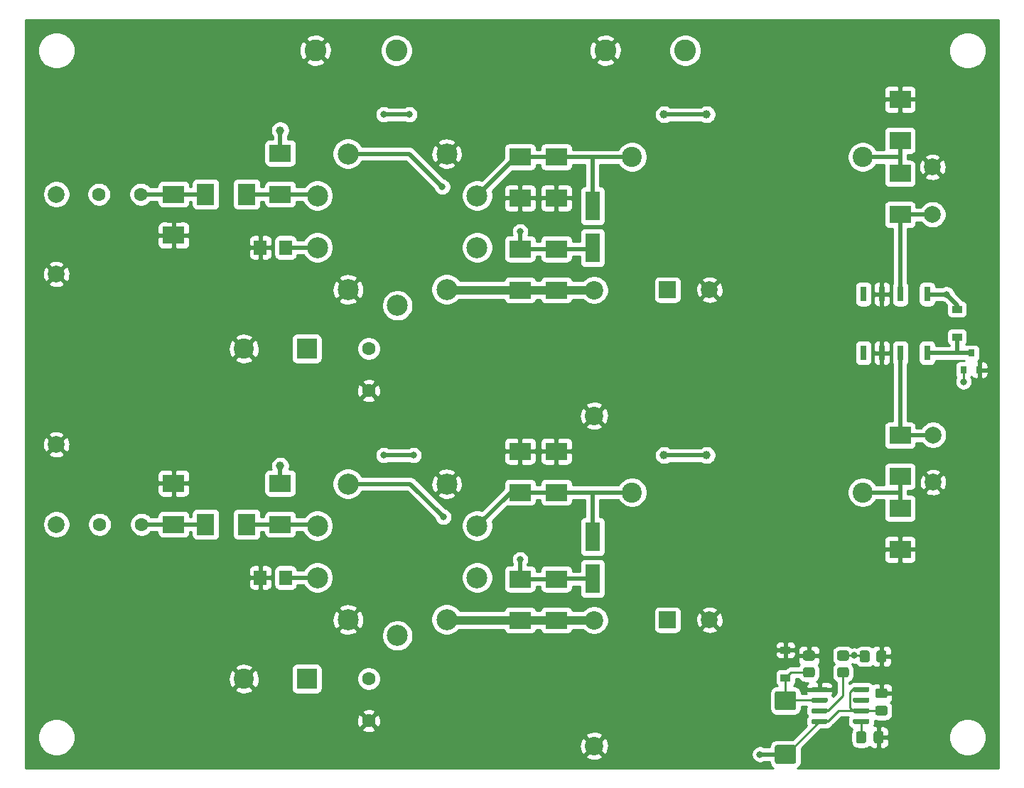
<source format=gbr>
G04 #@! TF.GenerationSoftware,KiCad,Pcbnew,(5.1.10-0-10_14)*
G04 #@! TF.CreationDate,2021-08-01T17:54:09+02:00*
G04 #@! TF.ProjectId,pre-amp-ecc88,7072652d-616d-4702-9d65-636338382e6b,rev?*
G04 #@! TF.SameCoordinates,Original*
G04 #@! TF.FileFunction,Copper,L1,Top*
G04 #@! TF.FilePolarity,Positive*
%FSLAX46Y46*%
G04 Gerber Fmt 4.6, Leading zero omitted, Abs format (unit mm)*
G04 Created by KiCad (PCBNEW (5.1.10-0-10_14)) date 2021-08-01 17:54:09*
%MOMM*%
%LPD*%
G01*
G04 APERTURE LIST*
G04 #@! TA.AperFunction,ComponentPad*
%ADD10C,2.000000*%
G04 #@! TD*
G04 #@! TA.AperFunction,ComponentPad*
%ADD11R,2.000000X2.000000*%
G04 #@! TD*
G04 #@! TA.AperFunction,SMDPad,CuDef*
%ADD12R,2.600000X2.100000*%
G04 #@! TD*
G04 #@! TA.AperFunction,SMDPad,CuDef*
%ADD13R,0.800000X1.800000*%
G04 #@! TD*
G04 #@! TA.AperFunction,SMDPad,CuDef*
%ADD14R,0.800000X0.900000*%
G04 #@! TD*
G04 #@! TA.AperFunction,SMDPad,CuDef*
%ADD15R,1.200000X0.900000*%
G04 #@! TD*
G04 #@! TA.AperFunction,ComponentPad*
%ADD16C,2.499360*%
G04 #@! TD*
G04 #@! TA.AperFunction,SMDPad,CuDef*
%ADD17R,1.800000X3.500000*%
G04 #@! TD*
G04 #@! TA.AperFunction,ComponentPad*
%ADD18C,2.400000*%
G04 #@! TD*
G04 #@! TA.AperFunction,ComponentPad*
%ADD19R,2.400000X2.400000*%
G04 #@! TD*
G04 #@! TA.AperFunction,ComponentPad*
%ADD20C,1.600000*%
G04 #@! TD*
G04 #@! TA.AperFunction,SMDPad,CuDef*
%ADD21R,1.500000X1.800000*%
G04 #@! TD*
G04 #@! TA.AperFunction,SMDPad,CuDef*
%ADD22R,2.100000X2.600000*%
G04 #@! TD*
G04 #@! TA.AperFunction,ComponentPad*
%ADD23C,2.600000*%
G04 #@! TD*
G04 #@! TA.AperFunction,ComponentPad*
%ADD24C,2.200000*%
G04 #@! TD*
G04 #@! TA.AperFunction,ViaPad*
%ADD25C,1.000000*%
G04 #@! TD*
G04 #@! TA.AperFunction,ViaPad*
%ADD26C,0.800000*%
G04 #@! TD*
G04 #@! TA.AperFunction,Conductor*
%ADD27C,0.500000*%
G04 #@! TD*
G04 #@! TA.AperFunction,Conductor*
%ADD28C,1.000000*%
G04 #@! TD*
G04 #@! TA.AperFunction,Conductor*
%ADD29C,0.250000*%
G04 #@! TD*
G04 #@! TA.AperFunction,Conductor*
%ADD30C,0.254000*%
G04 #@! TD*
G04 #@! TA.AperFunction,Conductor*
%ADD31C,0.100000*%
G04 #@! TD*
G04 APERTURE END LIST*
D10*
X121636800Y-104749600D03*
D11*
X116636800Y-104749600D03*
D10*
X121636800Y-144119600D03*
D11*
X116636800Y-144119600D03*
D12*
X144335500Y-127000000D03*
X144335500Y-122100000D03*
X144335500Y-90868500D03*
X144335500Y-95768500D03*
D13*
X147564000Y-105268000D03*
X144364000Y-105268000D03*
X142164000Y-105268000D03*
X139964000Y-105268000D03*
X139964000Y-112268000D03*
X142164000Y-112268000D03*
X144364000Y-112268000D03*
X147564000Y-112268000D03*
G04 #@! TA.AperFunction,SMDPad,CuDef*
G36*
G01*
X138722000Y-152550000D02*
X138722000Y-152250000D01*
G75*
G02*
X138872000Y-152100000I150000J0D01*
G01*
X140522000Y-152100000D01*
G75*
G02*
X140672000Y-152250000I0J-150000D01*
G01*
X140672000Y-152550000D01*
G75*
G02*
X140522000Y-152700000I-150000J0D01*
G01*
X138872000Y-152700000D01*
G75*
G02*
X138722000Y-152550000I0J150000D01*
G01*
G37*
G04 #@! TD.AperFunction*
G04 #@! TA.AperFunction,SMDPad,CuDef*
G36*
G01*
X138722000Y-153820000D02*
X138722000Y-153520000D01*
G75*
G02*
X138872000Y-153370000I150000J0D01*
G01*
X140522000Y-153370000D01*
G75*
G02*
X140672000Y-153520000I0J-150000D01*
G01*
X140672000Y-153820000D01*
G75*
G02*
X140522000Y-153970000I-150000J0D01*
G01*
X138872000Y-153970000D01*
G75*
G02*
X138722000Y-153820000I0J150000D01*
G01*
G37*
G04 #@! TD.AperFunction*
G04 #@! TA.AperFunction,SMDPad,CuDef*
G36*
G01*
X138722000Y-155090000D02*
X138722000Y-154790000D01*
G75*
G02*
X138872000Y-154640000I150000J0D01*
G01*
X140522000Y-154640000D01*
G75*
G02*
X140672000Y-154790000I0J-150000D01*
G01*
X140672000Y-155090000D01*
G75*
G02*
X140522000Y-155240000I-150000J0D01*
G01*
X138872000Y-155240000D01*
G75*
G02*
X138722000Y-155090000I0J150000D01*
G01*
G37*
G04 #@! TD.AperFunction*
G04 #@! TA.AperFunction,SMDPad,CuDef*
G36*
G01*
X138722000Y-156360000D02*
X138722000Y-156060000D01*
G75*
G02*
X138872000Y-155910000I150000J0D01*
G01*
X140522000Y-155910000D01*
G75*
G02*
X140672000Y-156060000I0J-150000D01*
G01*
X140672000Y-156360000D01*
G75*
G02*
X140522000Y-156510000I-150000J0D01*
G01*
X138872000Y-156510000D01*
G75*
G02*
X138722000Y-156360000I0J150000D01*
G01*
G37*
G04 #@! TD.AperFunction*
G04 #@! TA.AperFunction,SMDPad,CuDef*
G36*
G01*
X133772000Y-156360000D02*
X133772000Y-156060000D01*
G75*
G02*
X133922000Y-155910000I150000J0D01*
G01*
X135572000Y-155910000D01*
G75*
G02*
X135722000Y-156060000I0J-150000D01*
G01*
X135722000Y-156360000D01*
G75*
G02*
X135572000Y-156510000I-150000J0D01*
G01*
X133922000Y-156510000D01*
G75*
G02*
X133772000Y-156360000I0J150000D01*
G01*
G37*
G04 #@! TD.AperFunction*
G04 #@! TA.AperFunction,SMDPad,CuDef*
G36*
G01*
X133772000Y-155090000D02*
X133772000Y-154790000D01*
G75*
G02*
X133922000Y-154640000I150000J0D01*
G01*
X135572000Y-154640000D01*
G75*
G02*
X135722000Y-154790000I0J-150000D01*
G01*
X135722000Y-155090000D01*
G75*
G02*
X135572000Y-155240000I-150000J0D01*
G01*
X133922000Y-155240000D01*
G75*
G02*
X133772000Y-155090000I0J150000D01*
G01*
G37*
G04 #@! TD.AperFunction*
G04 #@! TA.AperFunction,SMDPad,CuDef*
G36*
G01*
X133772000Y-153820000D02*
X133772000Y-153520000D01*
G75*
G02*
X133922000Y-153370000I150000J0D01*
G01*
X135572000Y-153370000D01*
G75*
G02*
X135722000Y-153520000I0J-150000D01*
G01*
X135722000Y-153820000D01*
G75*
G02*
X135572000Y-153970000I-150000J0D01*
G01*
X133922000Y-153970000D01*
G75*
G02*
X133772000Y-153820000I0J150000D01*
G01*
G37*
G04 #@! TD.AperFunction*
G04 #@! TA.AperFunction,SMDPad,CuDef*
G36*
G01*
X133772000Y-152550000D02*
X133772000Y-152250000D01*
G75*
G02*
X133922000Y-152100000I150000J0D01*
G01*
X135572000Y-152100000D01*
G75*
G02*
X135722000Y-152250000I0J-150000D01*
G01*
X135722000Y-152550000D01*
G75*
G02*
X135572000Y-152700000I-150000J0D01*
G01*
X133922000Y-152700000D01*
G75*
G02*
X133772000Y-152550000I0J150000D01*
G01*
G37*
G04 #@! TD.AperFunction*
G04 #@! TA.AperFunction,SMDPad,CuDef*
G36*
G01*
X141513000Y-148913001D02*
X141513000Y-148012999D01*
G75*
G02*
X141762999Y-147763000I249999J0D01*
G01*
X142463001Y-147763000D01*
G75*
G02*
X142713000Y-148012999I0J-249999D01*
G01*
X142713000Y-148913001D01*
G75*
G02*
X142463001Y-149163000I-249999J0D01*
G01*
X141762999Y-149163000D01*
G75*
G02*
X141513000Y-148913001I0J249999D01*
G01*
G37*
G04 #@! TD.AperFunction*
G04 #@! TA.AperFunction,SMDPad,CuDef*
G36*
G01*
X139513000Y-148913001D02*
X139513000Y-148012999D01*
G75*
G02*
X139762999Y-147763000I249999J0D01*
G01*
X140463001Y-147763000D01*
G75*
G02*
X140713000Y-148012999I0J-249999D01*
G01*
X140713000Y-148913001D01*
G75*
G02*
X140463001Y-149163000I-249999J0D01*
G01*
X139762999Y-149163000D01*
G75*
G02*
X139513000Y-148913001I0J249999D01*
G01*
G37*
G04 #@! TD.AperFunction*
G04 #@! TA.AperFunction,SMDPad,CuDef*
G36*
G01*
X137090999Y-149768000D02*
X137991001Y-149768000D01*
G75*
G02*
X138241000Y-150017999I0J-249999D01*
G01*
X138241000Y-150718001D01*
G75*
G02*
X137991001Y-150968000I-249999J0D01*
G01*
X137090999Y-150968000D01*
G75*
G02*
X136841000Y-150718001I0J249999D01*
G01*
X136841000Y-150017999D01*
G75*
G02*
X137090999Y-149768000I249999J0D01*
G01*
G37*
G04 #@! TD.AperFunction*
G04 #@! TA.AperFunction,SMDPad,CuDef*
G36*
G01*
X137090999Y-147768000D02*
X137991001Y-147768000D01*
G75*
G02*
X138241000Y-148017999I0J-249999D01*
G01*
X138241000Y-148718001D01*
G75*
G02*
X137991001Y-148968000I-249999J0D01*
G01*
X137090999Y-148968000D01*
G75*
G02*
X136841000Y-148718001I0J249999D01*
G01*
X136841000Y-148017999D01*
G75*
G02*
X137090999Y-147768000I249999J0D01*
G01*
G37*
G04 #@! TD.AperFunction*
G04 #@! TA.AperFunction,SMDPad,CuDef*
G36*
G01*
X133927001Y-148968000D02*
X133026999Y-148968000D01*
G75*
G02*
X132777000Y-148718001I0J249999D01*
G01*
X132777000Y-148017999D01*
G75*
G02*
X133026999Y-147768000I249999J0D01*
G01*
X133927001Y-147768000D01*
G75*
G02*
X134177000Y-148017999I0J-249999D01*
G01*
X134177000Y-148718001D01*
G75*
G02*
X133927001Y-148968000I-249999J0D01*
G01*
G37*
G04 #@! TD.AperFunction*
G04 #@! TA.AperFunction,SMDPad,CuDef*
G36*
G01*
X133927001Y-150968000D02*
X133026999Y-150968000D01*
G75*
G02*
X132777000Y-150718001I0J249999D01*
G01*
X132777000Y-150017999D01*
G75*
G02*
X133026999Y-149768000I249999J0D01*
G01*
X133927001Y-149768000D01*
G75*
G02*
X134177000Y-150017999I0J-249999D01*
G01*
X134177000Y-150718001D01*
G75*
G02*
X133927001Y-150968000I-249999J0D01*
G01*
G37*
G04 #@! TD.AperFunction*
D14*
X152847000Y-112300000D03*
X153797000Y-114300000D03*
X151897000Y-114300000D03*
D15*
X151130000Y-110362000D03*
X151130000Y-107062000D03*
X130683000Y-147702000D03*
X130683000Y-151002000D03*
G04 #@! TA.AperFunction,SMDPad,CuDef*
G36*
G01*
X142588000Y-153452500D02*
X141638000Y-153452500D01*
G75*
G02*
X141388000Y-153202500I0J250000D01*
G01*
X141388000Y-152527500D01*
G75*
G02*
X141638000Y-152277500I250000J0D01*
G01*
X142588000Y-152277500D01*
G75*
G02*
X142838000Y-152527500I0J-250000D01*
G01*
X142838000Y-153202500D01*
G75*
G02*
X142588000Y-153452500I-250000J0D01*
G01*
G37*
G04 #@! TD.AperFunction*
G04 #@! TA.AperFunction,SMDPad,CuDef*
G36*
G01*
X142588000Y-155527500D02*
X141638000Y-155527500D01*
G75*
G02*
X141388000Y-155277500I0J250000D01*
G01*
X141388000Y-154602500D01*
G75*
G02*
X141638000Y-154352500I250000J0D01*
G01*
X142588000Y-154352500D01*
G75*
G02*
X142838000Y-154602500I0J-250000D01*
G01*
X142838000Y-155277500D01*
G75*
G02*
X142588000Y-155527500I-250000J0D01*
G01*
G37*
G04 #@! TD.AperFunction*
G04 #@! TA.AperFunction,SMDPad,CuDef*
G36*
G01*
X141187500Y-158590000D02*
X141187500Y-157640000D01*
G75*
G02*
X141437500Y-157390000I250000J0D01*
G01*
X142112500Y-157390000D01*
G75*
G02*
X142362500Y-157640000I0J-250000D01*
G01*
X142362500Y-158590000D01*
G75*
G02*
X142112500Y-158840000I-250000J0D01*
G01*
X141437500Y-158840000D01*
G75*
G02*
X141187500Y-158590000I0J250000D01*
G01*
G37*
G04 #@! TD.AperFunction*
G04 #@! TA.AperFunction,SMDPad,CuDef*
G36*
G01*
X139112500Y-158590000D02*
X139112500Y-157640000D01*
G75*
G02*
X139362500Y-157390000I250000J0D01*
G01*
X140037500Y-157390000D01*
G75*
G02*
X140287500Y-157640000I0J-250000D01*
G01*
X140287500Y-158590000D01*
G75*
G02*
X140037500Y-158840000I-250000J0D01*
G01*
X139362500Y-158840000D01*
G75*
G02*
X139112500Y-158590000I0J250000D01*
G01*
G37*
G04 #@! TD.AperFunction*
G04 #@! TA.AperFunction,SMDPad,CuDef*
G36*
G01*
X131708001Y-154872000D02*
X129657999Y-154872000D01*
G75*
G02*
X129408000Y-154622001I0J249999D01*
G01*
X129408000Y-152871999D01*
G75*
G02*
X129657999Y-152622000I249999J0D01*
G01*
X131708001Y-152622000D01*
G75*
G02*
X131958000Y-152871999I0J-249999D01*
G01*
X131958000Y-154622001D01*
G75*
G02*
X131708001Y-154872000I-249999J0D01*
G01*
G37*
G04 #@! TD.AperFunction*
G04 #@! TA.AperFunction,SMDPad,CuDef*
G36*
G01*
X131708001Y-161272000D02*
X129657999Y-161272000D01*
G75*
G02*
X129408000Y-161022001I0J249999D01*
G01*
X129408000Y-159271999D01*
G75*
G02*
X129657999Y-159022000I249999J0D01*
G01*
X131708001Y-159022000D01*
G75*
G02*
X131958000Y-159271999I0J-249999D01*
G01*
X131958000Y-161022001D01*
G75*
G02*
X131708001Y-161272000I-249999J0D01*
G01*
G37*
G04 #@! TD.AperFunction*
D16*
X78562200Y-88519000D03*
X74930000Y-93522800D03*
X74930000Y-99695000D03*
X78562200Y-104698800D03*
X84439760Y-106608880D03*
X90317320Y-104698800D03*
X93949520Y-99695000D03*
X93949520Y-93522800D03*
X90317320Y-88519000D03*
X78562200Y-127889000D03*
X74930000Y-132892800D03*
X74930000Y-139065000D03*
X78562200Y-144068800D03*
X84439760Y-145978880D03*
X90317320Y-144068800D03*
X93949520Y-139065000D03*
X93949520Y-132892800D03*
X90317320Y-127889000D03*
D17*
X107696000Y-99742000D03*
X107696000Y-94742000D03*
X107696000Y-139192000D03*
X107696000Y-134192000D03*
D18*
X112395000Y-88900000D03*
X139895000Y-88900000D03*
X112395000Y-128905000D03*
X139895000Y-128905000D03*
X66160000Y-111760000D03*
D19*
X73660000Y-111760000D03*
D20*
X81026000Y-116760000D03*
X81026000Y-111760000D03*
D18*
X66160000Y-151130000D03*
D19*
X73660000Y-151130000D03*
D20*
X81026000Y-156130000D03*
X81026000Y-151130000D03*
D12*
X144335500Y-82031500D03*
X144335500Y-86931500D03*
X99060000Y-93800000D03*
X99060000Y-88900000D03*
X103378000Y-93800000D03*
X103378000Y-88900000D03*
X70485000Y-93345000D03*
X70485000Y-88445000D03*
X99060000Y-99875000D03*
X99060000Y-104775000D03*
X103378000Y-99875000D03*
X103378000Y-104775000D03*
D21*
X68120000Y-99695000D03*
X71120000Y-99695000D03*
D22*
X61595000Y-93345000D03*
X66495000Y-93345000D03*
D12*
X57785000Y-98245000D03*
X57785000Y-93345000D03*
D10*
X148209000Y-90106500D03*
X148209000Y-95758000D03*
D23*
X74676000Y-76200000D03*
X84328000Y-76200000D03*
D10*
X43815000Y-102870000D03*
X43815000Y-93345000D03*
D24*
X107886500Y-119775000D03*
X107886500Y-104775000D03*
D20*
X48895000Y-93345000D03*
X53895000Y-93345000D03*
D12*
X144335500Y-130810000D03*
X144335500Y-135710000D03*
X99060000Y-124005000D03*
X99060000Y-128905000D03*
X103378000Y-124005000D03*
X103378000Y-128905000D03*
X70485000Y-132715000D03*
X70485000Y-127815000D03*
X99060000Y-139245000D03*
X99060000Y-144145000D03*
X103378000Y-139245000D03*
X103378000Y-144145000D03*
D21*
X68120000Y-139065000D03*
X71120000Y-139065000D03*
D22*
X61595000Y-132715000D03*
X66495000Y-132715000D03*
D12*
X57785000Y-127815000D03*
X57785000Y-132715000D03*
D10*
X148272500Y-127698500D03*
X148272500Y-122047000D03*
D23*
X109220000Y-76200000D03*
X118745000Y-76200000D03*
D10*
X43815000Y-123190000D03*
X43815000Y-132715000D03*
D24*
X107886500Y-159145000D03*
X107886500Y-144145000D03*
D20*
X48975000Y-132715000D03*
X53975000Y-132715000D03*
D25*
X121285000Y-124460000D03*
X116205000Y-124460000D03*
X70485000Y-125730000D03*
D26*
X82804000Y-124460000D03*
X86360000Y-124460000D03*
X127635000Y-160147000D03*
X149860000Y-105283000D03*
D25*
X121285000Y-83820000D03*
X116205000Y-83820000D03*
X70485000Y-85725000D03*
D26*
X82804000Y-83820000D03*
X85852000Y-83820000D03*
X99060000Y-136906000D03*
X89916000Y-131826000D03*
X99060000Y-97790000D03*
X89789000Y-92456000D03*
X138906000Y-148368000D03*
X151892000Y-115697000D03*
D27*
X53975000Y-132715000D02*
X57785000Y-132715000D01*
X57785000Y-132715000D02*
X61595000Y-132715000D01*
D28*
X90393520Y-144145000D02*
X90317320Y-144068800D01*
X99060000Y-144145000D02*
X90393520Y-144145000D01*
X90393520Y-104775000D02*
X90317320Y-104698800D01*
X99060000Y-104775000D02*
X90393520Y-104775000D01*
X103378000Y-104775000D02*
X99060000Y-104775000D01*
X103378000Y-144145000D02*
X99060000Y-144145000D01*
X103378000Y-104775000D02*
X107886500Y-104775000D01*
X103378000Y-144145000D02*
X107886500Y-144145000D01*
D27*
X97937320Y-128905000D02*
X99060000Y-128905000D01*
X93949520Y-132892800D02*
X97937320Y-128905000D01*
X99060000Y-128905000D02*
X103378000Y-128905000D01*
X107696000Y-134192000D02*
X107696000Y-129032000D01*
X107823000Y-128905000D02*
X112395000Y-128905000D01*
X107696000Y-129032000D02*
X107823000Y-128905000D01*
X103378000Y-128905000D02*
X107823000Y-128905000D01*
X121285000Y-124460000D02*
X116205000Y-124460000D01*
X70485000Y-125730000D02*
X70485000Y-127815000D01*
X82804000Y-124460000D02*
X86360000Y-124460000D01*
X139895000Y-128905000D02*
X144272000Y-128905000D01*
X144335500Y-130810000D02*
X144335500Y-127000000D01*
D29*
X142113000Y-154940000D02*
X139697000Y-154940000D01*
X138722000Y-154940000D02*
X139697000Y-154940000D01*
X138396990Y-152725010D02*
X138396990Y-154614990D01*
X138396990Y-154614990D02*
X138722000Y-154940000D01*
X138722000Y-152400000D02*
X138396990Y-152725010D01*
X139697000Y-152400000D02*
X138722000Y-152400000D01*
X136992000Y-154940000D02*
X139697000Y-154940000D01*
X135722000Y-156210000D02*
X136992000Y-154940000D01*
X134747000Y-156210000D02*
X135722000Y-156210000D01*
X130810000Y-160147000D02*
X134747000Y-156210000D01*
X130683000Y-160147000D02*
X130810000Y-160147000D01*
D27*
X130683000Y-160147000D02*
X127635000Y-160147000D01*
X151131000Y-107061000D02*
X151130000Y-107062000D01*
X147579000Y-105283000D02*
X147564000Y-105268000D01*
X149860000Y-105283000D02*
X147579000Y-105283000D01*
X151130000Y-106553000D02*
X149860000Y-105283000D01*
X151130000Y-107062000D02*
X151130000Y-106553000D01*
X66495000Y-132715000D02*
X70485000Y-132715000D01*
X74752200Y-132715000D02*
X74930000Y-132892800D01*
X70485000Y-132715000D02*
X74752200Y-132715000D01*
X71120000Y-139065000D02*
X74930000Y-139065000D01*
X53895000Y-93345000D02*
X57785000Y-93345000D01*
X57785000Y-93345000D02*
X61595000Y-93345000D01*
X98572320Y-88900000D02*
X99060000Y-88900000D01*
X93949520Y-93522800D02*
X98572320Y-88900000D01*
X106045000Y-88900000D02*
X103378000Y-88900000D01*
X103378000Y-88900000D02*
X99060000Y-88900000D01*
X107696000Y-88900000D02*
X112395000Y-88900000D01*
X106045000Y-88900000D02*
X107696000Y-88900000D01*
X107696000Y-94742000D02*
X107696000Y-88900000D01*
X121285000Y-83820000D02*
X116205000Y-83820000D01*
X70485000Y-85725000D02*
X70485000Y-88445000D01*
X82804000Y-83820000D02*
X85852000Y-83820000D01*
X139954000Y-88959000D02*
X139895000Y-88900000D01*
X144272000Y-88900000D02*
X144335500Y-88836500D01*
X144335500Y-88836500D02*
X144335500Y-90868500D01*
X139895000Y-88900000D02*
X144272000Y-88900000D01*
X144335500Y-86931500D02*
X144335500Y-88836500D01*
X66495000Y-93345000D02*
X70485000Y-93345000D01*
X74752200Y-93345000D02*
X74930000Y-93522800D01*
X70485000Y-93345000D02*
X74752200Y-93345000D01*
X71120000Y-99695000D02*
X74930000Y-99695000D01*
X103431000Y-139192000D02*
X103378000Y-139245000D01*
X107696000Y-139192000D02*
X103431000Y-139192000D01*
X103378000Y-139245000D02*
X99060000Y-139245000D01*
X99060000Y-136906000D02*
X99060000Y-139245000D01*
X85979000Y-127889000D02*
X89916000Y-131826000D01*
X78562200Y-127889000D02*
X85979000Y-127889000D01*
X99060000Y-99875000D02*
X103378000Y-99875000D01*
X107563000Y-99875000D02*
X107696000Y-99742000D01*
X103378000Y-99875000D02*
X107563000Y-99875000D01*
X99060000Y-97790000D02*
X99060000Y-99875000D01*
X85852000Y-88519000D02*
X89789000Y-92456000D01*
X78562200Y-88519000D02*
X85852000Y-88519000D01*
X94129520Y-139245000D02*
X93949520Y-139065000D01*
X94129520Y-99875000D02*
X93949520Y-99695000D01*
D29*
X130760000Y-153670000D02*
X130683000Y-153747000D01*
X134747000Y-153670000D02*
X130760000Y-153670000D01*
X130683000Y-153747000D02*
X130683000Y-151002000D01*
X131317000Y-150368000D02*
X130683000Y-151002000D01*
X133477000Y-150368000D02*
X131317000Y-150368000D01*
X139700000Y-156213000D02*
X139697000Y-156210000D01*
X139700000Y-158115000D02*
X139700000Y-156213000D01*
D27*
X147606000Y-112300000D02*
X147574000Y-112268000D01*
X147596000Y-112300000D02*
X147564000Y-112268000D01*
X151130000Y-112268500D02*
X151098500Y-112300000D01*
X151130000Y-110362000D02*
X151130000Y-112268500D01*
X151098500Y-112300000D02*
X147596000Y-112300000D01*
X152847000Y-112300000D02*
X151098500Y-112300000D01*
X148198500Y-95768500D02*
X148209000Y-95758000D01*
X144335500Y-95768500D02*
X148198500Y-95768500D01*
X144335500Y-105239500D02*
X144364000Y-105268000D01*
X144335500Y-95768500D02*
X144335500Y-105239500D01*
D29*
X139478000Y-148368000D02*
X139573000Y-148463000D01*
X140018000Y-148368000D02*
X140113000Y-148463000D01*
X137541000Y-148368000D02*
X138906000Y-148368000D01*
X138906000Y-148368000D02*
X140018000Y-148368000D01*
X151897000Y-115692000D02*
X151892000Y-115697000D01*
X151897000Y-114300000D02*
X151897000Y-115692000D01*
X137541000Y-153121000D02*
X137541000Y-150368000D01*
X135722000Y-154940000D02*
X137541000Y-153121000D01*
X134747000Y-154940000D02*
X135722000Y-154940000D01*
D27*
X148219500Y-122100000D02*
X148272500Y-122047000D01*
X144335500Y-122100000D02*
X148219500Y-122100000D01*
X144335500Y-112296500D02*
X144364000Y-112268000D01*
X144335500Y-122100000D02*
X144335500Y-112296500D01*
D30*
X156083000Y-161798000D02*
X132131052Y-161798000D01*
X132201387Y-161760405D01*
X132335962Y-161649962D01*
X132446405Y-161515387D01*
X132528472Y-161361851D01*
X132579008Y-161195255D01*
X132596072Y-161022001D01*
X132596072Y-159435729D01*
X134883730Y-157148072D01*
X135572000Y-157148072D01*
X135725745Y-157132929D01*
X135873582Y-157088084D01*
X136009829Y-157015258D01*
X136129251Y-156917251D01*
X136227258Y-156797829D01*
X136245650Y-156763420D01*
X136262001Y-156750001D01*
X136285804Y-156720997D01*
X137306802Y-155700000D01*
X138175141Y-155700000D01*
X138143916Y-155758418D01*
X138099071Y-155906255D01*
X138083928Y-156060000D01*
X138083928Y-156360000D01*
X138099071Y-156513745D01*
X138143916Y-156661582D01*
X138216742Y-156797829D01*
X138314749Y-156917251D01*
X138434171Y-157015258D01*
X138570418Y-157088084D01*
X138651856Y-157112787D01*
X138624095Y-157146614D01*
X138542028Y-157300150D01*
X138491492Y-157466746D01*
X138474428Y-157640000D01*
X138474428Y-158590000D01*
X138491492Y-158763254D01*
X138542028Y-158929850D01*
X138624095Y-159083386D01*
X138734538Y-159217962D01*
X138869114Y-159328405D01*
X139022650Y-159410472D01*
X139189246Y-159461008D01*
X139362500Y-159478072D01*
X140037500Y-159478072D01*
X140210754Y-159461008D01*
X140377350Y-159410472D01*
X140530886Y-159328405D01*
X140665462Y-159217962D01*
X140670842Y-159211406D01*
X140736315Y-159291185D01*
X140833006Y-159370537D01*
X140943320Y-159429502D01*
X141063018Y-159465812D01*
X141187500Y-159478072D01*
X141489250Y-159475000D01*
X141648000Y-159316250D01*
X141648000Y-158242000D01*
X141902000Y-158242000D01*
X141902000Y-159316250D01*
X142060750Y-159475000D01*
X142362500Y-159478072D01*
X142486982Y-159465812D01*
X142606680Y-159429502D01*
X142716994Y-159370537D01*
X142813685Y-159291185D01*
X142893037Y-159194494D01*
X142952002Y-159084180D01*
X142988312Y-158964482D01*
X143000572Y-158840000D01*
X142997500Y-158400750D01*
X142838750Y-158242000D01*
X141902000Y-158242000D01*
X141648000Y-158242000D01*
X141628000Y-158242000D01*
X141628000Y-157988000D01*
X141648000Y-157988000D01*
X141648000Y-156913750D01*
X141902000Y-156913750D01*
X141902000Y-157988000D01*
X142838750Y-157988000D01*
X142931878Y-157894872D01*
X150165000Y-157894872D01*
X150165000Y-158335128D01*
X150250890Y-158766925D01*
X150419369Y-159173669D01*
X150663962Y-159539729D01*
X150975271Y-159851038D01*
X151341331Y-160095631D01*
X151748075Y-160264110D01*
X152179872Y-160350000D01*
X152620128Y-160350000D01*
X153051925Y-160264110D01*
X153458669Y-160095631D01*
X153824729Y-159851038D01*
X154136038Y-159539729D01*
X154380631Y-159173669D01*
X154549110Y-158766925D01*
X154635000Y-158335128D01*
X154635000Y-157894872D01*
X154549110Y-157463075D01*
X154380631Y-157056331D01*
X154136038Y-156690271D01*
X153824729Y-156378962D01*
X153458669Y-156134369D01*
X153051925Y-155965890D01*
X152620128Y-155880000D01*
X152179872Y-155880000D01*
X151748075Y-155965890D01*
X151341331Y-156134369D01*
X150975271Y-156378962D01*
X150663962Y-156690271D01*
X150419369Y-157056331D01*
X150250890Y-157463075D01*
X150165000Y-157894872D01*
X142931878Y-157894872D01*
X142997500Y-157829250D01*
X143000572Y-157390000D01*
X142988312Y-157265518D01*
X142952002Y-157145820D01*
X142893037Y-157035506D01*
X142813685Y-156938815D01*
X142716994Y-156859463D01*
X142606680Y-156800498D01*
X142486982Y-156764188D01*
X142362500Y-156751928D01*
X142060750Y-156755000D01*
X141902000Y-156913750D01*
X141648000Y-156913750D01*
X141489250Y-156755000D01*
X141201715Y-156752073D01*
X141250084Y-156661582D01*
X141294929Y-156513745D01*
X141310072Y-156360000D01*
X141310072Y-156101588D01*
X141464746Y-156148508D01*
X141638000Y-156165572D01*
X142588000Y-156165572D01*
X142761254Y-156148508D01*
X142927850Y-156097972D01*
X143081386Y-156015905D01*
X143215962Y-155905462D01*
X143326405Y-155770886D01*
X143408472Y-155617350D01*
X143459008Y-155450754D01*
X143476072Y-155277500D01*
X143476072Y-154602500D01*
X143459008Y-154429246D01*
X143408472Y-154262650D01*
X143326405Y-154109114D01*
X143215962Y-153974538D01*
X143209406Y-153969158D01*
X143289185Y-153903685D01*
X143368537Y-153806994D01*
X143427502Y-153696680D01*
X143463812Y-153576982D01*
X143476072Y-153452500D01*
X143473000Y-153150750D01*
X143314250Y-152992000D01*
X142240000Y-152992000D01*
X142240000Y-153012000D01*
X141986000Y-153012000D01*
X141986000Y-152992000D01*
X141966000Y-152992000D01*
X141966000Y-152738000D01*
X141986000Y-152738000D01*
X141986000Y-151801250D01*
X142240000Y-151801250D01*
X142240000Y-152738000D01*
X143314250Y-152738000D01*
X143473000Y-152579250D01*
X143476072Y-152277500D01*
X143463812Y-152153018D01*
X143427502Y-152033320D01*
X143368537Y-151923006D01*
X143289185Y-151826315D01*
X143192494Y-151746963D01*
X143082180Y-151687998D01*
X142962482Y-151651688D01*
X142838000Y-151639428D01*
X142398750Y-151642500D01*
X142240000Y-151801250D01*
X141986000Y-151801250D01*
X141827250Y-151642500D01*
X141388000Y-151639428D01*
X141263518Y-151651688D01*
X141143820Y-151687998D01*
X141096229Y-151713436D01*
X141079251Y-151692749D01*
X140959829Y-151594742D01*
X140823582Y-151521916D01*
X140675745Y-151477071D01*
X140522000Y-151461928D01*
X138872000Y-151461928D01*
X138718255Y-151477071D01*
X138570418Y-151521916D01*
X138434171Y-151594742D01*
X138314749Y-151692749D01*
X138301000Y-151709502D01*
X138301000Y-151547527D01*
X138330851Y-151538472D01*
X138484387Y-151456405D01*
X138618962Y-151345962D01*
X138729405Y-151211387D01*
X138811472Y-151057851D01*
X138862008Y-150891255D01*
X138879072Y-150718001D01*
X138879072Y-150017999D01*
X138862008Y-149844745D01*
X138811472Y-149678149D01*
X138729405Y-149524613D01*
X138618962Y-149390038D01*
X138592109Y-149368000D01*
X138599997Y-149361526D01*
X138604102Y-149363226D01*
X138804061Y-149403000D01*
X139007939Y-149403000D01*
X139021358Y-149400331D01*
X139024595Y-149406387D01*
X139135038Y-149540962D01*
X139269613Y-149651405D01*
X139423149Y-149733472D01*
X139589745Y-149784008D01*
X139762999Y-149801072D01*
X140463001Y-149801072D01*
X140636255Y-149784008D01*
X140802851Y-149733472D01*
X140956387Y-149651405D01*
X141037637Y-149584724D01*
X141061815Y-149614185D01*
X141158506Y-149693537D01*
X141268820Y-149752502D01*
X141388518Y-149788812D01*
X141513000Y-149801072D01*
X141827250Y-149798000D01*
X141986000Y-149639250D01*
X141986000Y-148590000D01*
X142240000Y-148590000D01*
X142240000Y-149639250D01*
X142398750Y-149798000D01*
X142713000Y-149801072D01*
X142837482Y-149788812D01*
X142957180Y-149752502D01*
X143067494Y-149693537D01*
X143164185Y-149614185D01*
X143243537Y-149517494D01*
X143302502Y-149407180D01*
X143338812Y-149287482D01*
X143351072Y-149163000D01*
X143348000Y-148748750D01*
X143189250Y-148590000D01*
X142240000Y-148590000D01*
X141986000Y-148590000D01*
X141966000Y-148590000D01*
X141966000Y-148336000D01*
X141986000Y-148336000D01*
X141986000Y-147286750D01*
X142240000Y-147286750D01*
X142240000Y-148336000D01*
X143189250Y-148336000D01*
X143348000Y-148177250D01*
X143351072Y-147763000D01*
X143338812Y-147638518D01*
X143302502Y-147518820D01*
X143243537Y-147408506D01*
X143164185Y-147311815D01*
X143067494Y-147232463D01*
X142957180Y-147173498D01*
X142837482Y-147137188D01*
X142713000Y-147124928D01*
X142398750Y-147128000D01*
X142240000Y-147286750D01*
X141986000Y-147286750D01*
X141827250Y-147128000D01*
X141513000Y-147124928D01*
X141388518Y-147137188D01*
X141268820Y-147173498D01*
X141158506Y-147232463D01*
X141061815Y-147311815D01*
X141037637Y-147341276D01*
X140956387Y-147274595D01*
X140802851Y-147192528D01*
X140636255Y-147141992D01*
X140463001Y-147124928D01*
X139762999Y-147124928D01*
X139589745Y-147141992D01*
X139423149Y-147192528D01*
X139269613Y-147274595D01*
X139161281Y-147363501D01*
X139007939Y-147333000D01*
X138804061Y-147333000D01*
X138604102Y-147372774D01*
X138599997Y-147374474D01*
X138484387Y-147279595D01*
X138330851Y-147197528D01*
X138164255Y-147146992D01*
X137991001Y-147129928D01*
X137090999Y-147129928D01*
X136917745Y-147146992D01*
X136751149Y-147197528D01*
X136597613Y-147279595D01*
X136463038Y-147390038D01*
X136352595Y-147524613D01*
X136270528Y-147678149D01*
X136219992Y-147844745D01*
X136202928Y-148017999D01*
X136202928Y-148718001D01*
X136219992Y-148891255D01*
X136270528Y-149057851D01*
X136352595Y-149211387D01*
X136463038Y-149345962D01*
X136489891Y-149368000D01*
X136463038Y-149390038D01*
X136352595Y-149524613D01*
X136270528Y-149678149D01*
X136219992Y-149844745D01*
X136202928Y-150017999D01*
X136202928Y-150718001D01*
X136219992Y-150891255D01*
X136270528Y-151057851D01*
X136352595Y-151211387D01*
X136463038Y-151345962D01*
X136597613Y-151456405D01*
X136751149Y-151538472D01*
X136781001Y-151547527D01*
X136781000Y-152806197D01*
X136316072Y-153271125D01*
X136300084Y-153218418D01*
X136228270Y-153084064D01*
X136252537Y-153054494D01*
X136311502Y-152944180D01*
X136347812Y-152824482D01*
X136360072Y-152700000D01*
X136357000Y-152685750D01*
X136198250Y-152527000D01*
X134874000Y-152527000D01*
X134874000Y-152547000D01*
X134620000Y-152547000D01*
X134620000Y-152527000D01*
X133295750Y-152527000D01*
X133137000Y-152685750D01*
X133133928Y-152700000D01*
X133146188Y-152824482D01*
X133172130Y-152910000D01*
X132596072Y-152910000D01*
X132596072Y-152871999D01*
X132579008Y-152698745D01*
X132528472Y-152532149D01*
X132446405Y-152378613D01*
X132335962Y-152244038D01*
X132201387Y-152133595D01*
X132047851Y-152051528D01*
X131881255Y-152000992D01*
X131708001Y-151983928D01*
X131634892Y-151983928D01*
X131637494Y-151982537D01*
X131734185Y-151903185D01*
X131813537Y-151806494D01*
X131872502Y-151696180D01*
X131908812Y-151576482D01*
X131921072Y-151452000D01*
X131921072Y-151128000D01*
X132244024Y-151128000D01*
X132288595Y-151211387D01*
X132399038Y-151345962D01*
X132533613Y-151456405D01*
X132687149Y-151538472D01*
X132853745Y-151589008D01*
X133026999Y-151606072D01*
X133372898Y-151606072D01*
X133320815Y-151648815D01*
X133241463Y-151745506D01*
X133182498Y-151855820D01*
X133146188Y-151975518D01*
X133133928Y-152100000D01*
X133137000Y-152114250D01*
X133295750Y-152273000D01*
X134620000Y-152273000D01*
X134620000Y-151623750D01*
X134874000Y-151623750D01*
X134874000Y-152273000D01*
X136198250Y-152273000D01*
X136357000Y-152114250D01*
X136360072Y-152100000D01*
X136347812Y-151975518D01*
X136311502Y-151855820D01*
X136252537Y-151745506D01*
X136173185Y-151648815D01*
X136076494Y-151569463D01*
X135966180Y-151510498D01*
X135846482Y-151474188D01*
X135722000Y-151461928D01*
X135032750Y-151465000D01*
X134874000Y-151623750D01*
X134620000Y-151623750D01*
X134461250Y-151465000D01*
X134404778Y-151464748D01*
X134420387Y-151456405D01*
X134554962Y-151345962D01*
X134665405Y-151211387D01*
X134747472Y-151057851D01*
X134798008Y-150891255D01*
X134815072Y-150718001D01*
X134815072Y-150017999D01*
X134798008Y-149844745D01*
X134747472Y-149678149D01*
X134665405Y-149524613D01*
X134598724Y-149443363D01*
X134628185Y-149419185D01*
X134707537Y-149322494D01*
X134766502Y-149212180D01*
X134802812Y-149092482D01*
X134815072Y-148968000D01*
X134812000Y-148653750D01*
X134653250Y-148495000D01*
X133604000Y-148495000D01*
X133604000Y-148515000D01*
X133350000Y-148515000D01*
X133350000Y-148495000D01*
X132300750Y-148495000D01*
X132142000Y-148653750D01*
X132138928Y-148968000D01*
X132151188Y-149092482D01*
X132187498Y-149212180D01*
X132246463Y-149322494D01*
X132325815Y-149419185D01*
X132355276Y-149443363D01*
X132288595Y-149524613D01*
X132244024Y-149608000D01*
X131354322Y-149608000D01*
X131316999Y-149604324D01*
X131279676Y-149608000D01*
X131279667Y-149608000D01*
X131168014Y-149618997D01*
X131024753Y-149662454D01*
X130892724Y-149733026D01*
X130892722Y-149733027D01*
X130892723Y-149733027D01*
X130805996Y-149804201D01*
X130805992Y-149804205D01*
X130776999Y-149827999D01*
X130753205Y-149856992D01*
X130696269Y-149913928D01*
X130083000Y-149913928D01*
X129958518Y-149926188D01*
X129838820Y-149962498D01*
X129728506Y-150021463D01*
X129631815Y-150100815D01*
X129552463Y-150197506D01*
X129493498Y-150307820D01*
X129457188Y-150427518D01*
X129444928Y-150552000D01*
X129444928Y-151452000D01*
X129457188Y-151576482D01*
X129493498Y-151696180D01*
X129552463Y-151806494D01*
X129631815Y-151903185D01*
X129728506Y-151982537D01*
X129731108Y-151983928D01*
X129657999Y-151983928D01*
X129484745Y-152000992D01*
X129318149Y-152051528D01*
X129164613Y-152133595D01*
X129030038Y-152244038D01*
X128919595Y-152378613D01*
X128837528Y-152532149D01*
X128786992Y-152698745D01*
X128769928Y-152871999D01*
X128769928Y-154622001D01*
X128786992Y-154795255D01*
X128837528Y-154961851D01*
X128919595Y-155115387D01*
X129030038Y-155249962D01*
X129164613Y-155360405D01*
X129318149Y-155442472D01*
X129484745Y-155493008D01*
X129657999Y-155510072D01*
X131708001Y-155510072D01*
X131881255Y-155493008D01*
X132047851Y-155442472D01*
X132201387Y-155360405D01*
X132335962Y-155249962D01*
X132446405Y-155115387D01*
X132528472Y-154961851D01*
X132579008Y-154795255D01*
X132596072Y-154622001D01*
X132596072Y-154430000D01*
X133225141Y-154430000D01*
X133193916Y-154488418D01*
X133149071Y-154636255D01*
X133133928Y-154790000D01*
X133133928Y-155090000D01*
X133149071Y-155243745D01*
X133193916Y-155391582D01*
X133266742Y-155527829D01*
X133305454Y-155575000D01*
X133266742Y-155622171D01*
X133193916Y-155758418D01*
X133149071Y-155906255D01*
X133133928Y-156060000D01*
X133133928Y-156360000D01*
X133149071Y-156513745D01*
X133193916Y-156661582D01*
X133203216Y-156678982D01*
X131498271Y-158383928D01*
X129657999Y-158383928D01*
X129484745Y-158400992D01*
X129318149Y-158451528D01*
X129164613Y-158533595D01*
X129030038Y-158644038D01*
X128919595Y-158778613D01*
X128837528Y-158932149D01*
X128786992Y-159098745D01*
X128770913Y-159262000D01*
X128173454Y-159262000D01*
X128125256Y-159229795D01*
X127936898Y-159151774D01*
X127736939Y-159112000D01*
X127533061Y-159112000D01*
X127333102Y-159151774D01*
X127144744Y-159229795D01*
X126975226Y-159343063D01*
X126831063Y-159487226D01*
X126717795Y-159656744D01*
X126639774Y-159845102D01*
X126600000Y-160045061D01*
X126600000Y-160248939D01*
X126639774Y-160448898D01*
X126717795Y-160637256D01*
X126831063Y-160806774D01*
X126975226Y-160950937D01*
X127144744Y-161064205D01*
X127333102Y-161142226D01*
X127533061Y-161182000D01*
X127736939Y-161182000D01*
X127936898Y-161142226D01*
X128125256Y-161064205D01*
X128173454Y-161032000D01*
X128770913Y-161032000D01*
X128786992Y-161195255D01*
X128837528Y-161361851D01*
X128919595Y-161515387D01*
X129030038Y-161649962D01*
X129164613Y-161760405D01*
X129234948Y-161798000D01*
X40132000Y-161798000D01*
X40132000Y-160351712D01*
X106859393Y-160351712D01*
X106967226Y-160626338D01*
X107273884Y-160777216D01*
X107604085Y-160865369D01*
X107945139Y-160887409D01*
X108283939Y-160842489D01*
X108607466Y-160732336D01*
X108805774Y-160626338D01*
X108913607Y-160351712D01*
X107886500Y-159324605D01*
X106859393Y-160351712D01*
X40132000Y-160351712D01*
X40132000Y-157894872D01*
X41580000Y-157894872D01*
X41580000Y-158335128D01*
X41665890Y-158766925D01*
X41834369Y-159173669D01*
X42078962Y-159539729D01*
X42390271Y-159851038D01*
X42756331Y-160095631D01*
X43163075Y-160264110D01*
X43594872Y-160350000D01*
X44035128Y-160350000D01*
X44466925Y-160264110D01*
X44873669Y-160095631D01*
X45239729Y-159851038D01*
X45551038Y-159539729D01*
X45775605Y-159203639D01*
X106144091Y-159203639D01*
X106189011Y-159542439D01*
X106299164Y-159865966D01*
X106405162Y-160064274D01*
X106679788Y-160172107D01*
X107706895Y-159145000D01*
X108066105Y-159145000D01*
X109093212Y-160172107D01*
X109367838Y-160064274D01*
X109518716Y-159757616D01*
X109606869Y-159427415D01*
X109628909Y-159086361D01*
X109583989Y-158747561D01*
X109473836Y-158424034D01*
X109367838Y-158225726D01*
X109093212Y-158117893D01*
X108066105Y-159145000D01*
X107706895Y-159145000D01*
X106679788Y-158117893D01*
X106405162Y-158225726D01*
X106254284Y-158532384D01*
X106166131Y-158862585D01*
X106144091Y-159203639D01*
X45775605Y-159203639D01*
X45795631Y-159173669D01*
X45964110Y-158766925D01*
X46050000Y-158335128D01*
X46050000Y-157938288D01*
X106859393Y-157938288D01*
X107886500Y-158965395D01*
X108913607Y-157938288D01*
X108805774Y-157663662D01*
X108499116Y-157512784D01*
X108168915Y-157424631D01*
X107827861Y-157402591D01*
X107489061Y-157447511D01*
X107165534Y-157557664D01*
X106967226Y-157663662D01*
X106859393Y-157938288D01*
X46050000Y-157938288D01*
X46050000Y-157894872D01*
X45964110Y-157463075D01*
X45823123Y-157122702D01*
X80212903Y-157122702D01*
X80284486Y-157366671D01*
X80539996Y-157487571D01*
X80814184Y-157556300D01*
X81096512Y-157570217D01*
X81376130Y-157528787D01*
X81642292Y-157433603D01*
X81767514Y-157366671D01*
X81839097Y-157122702D01*
X81026000Y-156309605D01*
X80212903Y-157122702D01*
X45823123Y-157122702D01*
X45795631Y-157056331D01*
X45551038Y-156690271D01*
X45239729Y-156378962D01*
X44972660Y-156200512D01*
X79585783Y-156200512D01*
X79627213Y-156480130D01*
X79722397Y-156746292D01*
X79789329Y-156871514D01*
X80033298Y-156943097D01*
X80846395Y-156130000D01*
X81205605Y-156130000D01*
X82018702Y-156943097D01*
X82262671Y-156871514D01*
X82383571Y-156616004D01*
X82452300Y-156341816D01*
X82466217Y-156059488D01*
X82424787Y-155779870D01*
X82329603Y-155513708D01*
X82262671Y-155388486D01*
X82018702Y-155316903D01*
X81205605Y-156130000D01*
X80846395Y-156130000D01*
X80033298Y-155316903D01*
X79789329Y-155388486D01*
X79668429Y-155643996D01*
X79599700Y-155918184D01*
X79585783Y-156200512D01*
X44972660Y-156200512D01*
X44873669Y-156134369D01*
X44466925Y-155965890D01*
X44035128Y-155880000D01*
X43594872Y-155880000D01*
X43163075Y-155965890D01*
X42756331Y-156134369D01*
X42390271Y-156378962D01*
X42078962Y-156690271D01*
X41834369Y-157056331D01*
X41665890Y-157463075D01*
X41580000Y-157894872D01*
X40132000Y-157894872D01*
X40132000Y-155137298D01*
X80212903Y-155137298D01*
X81026000Y-155950395D01*
X81839097Y-155137298D01*
X81767514Y-154893329D01*
X81512004Y-154772429D01*
X81237816Y-154703700D01*
X80955488Y-154689783D01*
X80675870Y-154731213D01*
X80409708Y-154826397D01*
X80284486Y-154893329D01*
X80212903Y-155137298D01*
X40132000Y-155137298D01*
X40132000Y-152407980D01*
X65061626Y-152407980D01*
X65181514Y-152692836D01*
X65505210Y-152853699D01*
X65854069Y-152948322D01*
X66214684Y-152973067D01*
X66573198Y-152926985D01*
X66915833Y-152811846D01*
X67138486Y-152692836D01*
X67258374Y-152407980D01*
X66160000Y-151309605D01*
X65061626Y-152407980D01*
X40132000Y-152407980D01*
X40132000Y-151184684D01*
X64316933Y-151184684D01*
X64363015Y-151543198D01*
X64478154Y-151885833D01*
X64597164Y-152108486D01*
X64882020Y-152228374D01*
X65980395Y-151130000D01*
X66339605Y-151130000D01*
X67437980Y-152228374D01*
X67722836Y-152108486D01*
X67883699Y-151784790D01*
X67978322Y-151435931D01*
X68003067Y-151075316D01*
X67956985Y-150716802D01*
X67841846Y-150374167D01*
X67722836Y-150151514D01*
X67437980Y-150031626D01*
X66339605Y-151130000D01*
X65980395Y-151130000D01*
X64882020Y-150031626D01*
X64597164Y-150151514D01*
X64436301Y-150475210D01*
X64341678Y-150824069D01*
X64316933Y-151184684D01*
X40132000Y-151184684D01*
X40132000Y-149852020D01*
X65061626Y-149852020D01*
X66160000Y-150950395D01*
X67180394Y-149930000D01*
X71821928Y-149930000D01*
X71821928Y-152330000D01*
X71834188Y-152454482D01*
X71870498Y-152574180D01*
X71929463Y-152684494D01*
X72008815Y-152781185D01*
X72105506Y-152860537D01*
X72215820Y-152919502D01*
X72335518Y-152955812D01*
X72460000Y-152968072D01*
X74860000Y-152968072D01*
X74984482Y-152955812D01*
X75104180Y-152919502D01*
X75214494Y-152860537D01*
X75311185Y-152781185D01*
X75390537Y-152684494D01*
X75449502Y-152574180D01*
X75485812Y-152454482D01*
X75498072Y-152330000D01*
X75498072Y-150988665D01*
X79591000Y-150988665D01*
X79591000Y-151271335D01*
X79646147Y-151548574D01*
X79754320Y-151809727D01*
X79911363Y-152044759D01*
X80111241Y-152244637D01*
X80346273Y-152401680D01*
X80607426Y-152509853D01*
X80884665Y-152565000D01*
X81167335Y-152565000D01*
X81444574Y-152509853D01*
X81705727Y-152401680D01*
X81940759Y-152244637D01*
X82140637Y-152044759D01*
X82297680Y-151809727D01*
X82405853Y-151548574D01*
X82461000Y-151271335D01*
X82461000Y-150988665D01*
X82405853Y-150711426D01*
X82297680Y-150450273D01*
X82140637Y-150215241D01*
X81940759Y-150015363D01*
X81705727Y-149858320D01*
X81444574Y-149750147D01*
X81167335Y-149695000D01*
X80884665Y-149695000D01*
X80607426Y-149750147D01*
X80346273Y-149858320D01*
X80111241Y-150015363D01*
X79911363Y-150215241D01*
X79754320Y-150450273D01*
X79646147Y-150711426D01*
X79591000Y-150988665D01*
X75498072Y-150988665D01*
X75498072Y-149930000D01*
X75485812Y-149805518D01*
X75449502Y-149685820D01*
X75390537Y-149575506D01*
X75311185Y-149478815D01*
X75214494Y-149399463D01*
X75104180Y-149340498D01*
X74984482Y-149304188D01*
X74860000Y-149291928D01*
X72460000Y-149291928D01*
X72335518Y-149304188D01*
X72215820Y-149340498D01*
X72105506Y-149399463D01*
X72008815Y-149478815D01*
X71929463Y-149575506D01*
X71870498Y-149685820D01*
X71834188Y-149805518D01*
X71821928Y-149930000D01*
X67180394Y-149930000D01*
X67258374Y-149852020D01*
X67138486Y-149567164D01*
X66814790Y-149406301D01*
X66465931Y-149311678D01*
X66105316Y-149286933D01*
X65746802Y-149333015D01*
X65404167Y-149448154D01*
X65181514Y-149567164D01*
X65061626Y-149852020D01*
X40132000Y-149852020D01*
X40132000Y-148152000D01*
X129444928Y-148152000D01*
X129457188Y-148276482D01*
X129493498Y-148396180D01*
X129552463Y-148506494D01*
X129631815Y-148603185D01*
X129728506Y-148682537D01*
X129838820Y-148741502D01*
X129958518Y-148777812D01*
X130083000Y-148790072D01*
X130397250Y-148787000D01*
X130556000Y-148628250D01*
X130556000Y-147829000D01*
X130810000Y-147829000D01*
X130810000Y-148628250D01*
X130968750Y-148787000D01*
X131283000Y-148790072D01*
X131407482Y-148777812D01*
X131527180Y-148741502D01*
X131637494Y-148682537D01*
X131734185Y-148603185D01*
X131813537Y-148506494D01*
X131872502Y-148396180D01*
X131908812Y-148276482D01*
X131921072Y-148152000D01*
X131918000Y-147987750D01*
X131759250Y-147829000D01*
X130810000Y-147829000D01*
X130556000Y-147829000D01*
X129606750Y-147829000D01*
X129448000Y-147987750D01*
X129444928Y-148152000D01*
X40132000Y-148152000D01*
X40132000Y-145382177D01*
X77428429Y-145382177D01*
X77554304Y-145672115D01*
X77886462Y-145837939D01*
X78244587Y-145935775D01*
X78614919Y-145961865D01*
X78983225Y-145915205D01*
X79335351Y-145797589D01*
X79343459Y-145793255D01*
X82555080Y-145793255D01*
X82555080Y-146164505D01*
X82627507Y-146528621D01*
X82769578Y-146871611D01*
X82975834Y-147180293D01*
X83238347Y-147442806D01*
X83547029Y-147649062D01*
X83890019Y-147791133D01*
X84254135Y-147863560D01*
X84625385Y-147863560D01*
X84989501Y-147791133D01*
X85045349Y-147768000D01*
X132138928Y-147768000D01*
X132142000Y-148082250D01*
X132300750Y-148241000D01*
X133350000Y-148241000D01*
X133350000Y-147291750D01*
X133604000Y-147291750D01*
X133604000Y-148241000D01*
X134653250Y-148241000D01*
X134812000Y-148082250D01*
X134815072Y-147768000D01*
X134802812Y-147643518D01*
X134766502Y-147523820D01*
X134707537Y-147413506D01*
X134628185Y-147316815D01*
X134531494Y-147237463D01*
X134421180Y-147178498D01*
X134301482Y-147142188D01*
X134177000Y-147129928D01*
X133762750Y-147133000D01*
X133604000Y-147291750D01*
X133350000Y-147291750D01*
X133191250Y-147133000D01*
X132777000Y-147129928D01*
X132652518Y-147142188D01*
X132532820Y-147178498D01*
X132422506Y-147237463D01*
X132325815Y-147316815D01*
X132246463Y-147413506D01*
X132187498Y-147523820D01*
X132151188Y-147643518D01*
X132138928Y-147768000D01*
X85045349Y-147768000D01*
X85332491Y-147649062D01*
X85641173Y-147442806D01*
X85831979Y-147252000D01*
X129444928Y-147252000D01*
X129448000Y-147416250D01*
X129606750Y-147575000D01*
X130556000Y-147575000D01*
X130556000Y-146775750D01*
X130810000Y-146775750D01*
X130810000Y-147575000D01*
X131759250Y-147575000D01*
X131918000Y-147416250D01*
X131921072Y-147252000D01*
X131908812Y-147127518D01*
X131872502Y-147007820D01*
X131813537Y-146897506D01*
X131734185Y-146800815D01*
X131637494Y-146721463D01*
X131527180Y-146662498D01*
X131407482Y-146626188D01*
X131283000Y-146613928D01*
X130968750Y-146617000D01*
X130810000Y-146775750D01*
X130556000Y-146775750D01*
X130397250Y-146617000D01*
X130083000Y-146613928D01*
X129958518Y-146626188D01*
X129838820Y-146662498D01*
X129728506Y-146721463D01*
X129631815Y-146800815D01*
X129552463Y-146897506D01*
X129493498Y-147007820D01*
X129457188Y-147127518D01*
X129444928Y-147252000D01*
X85831979Y-147252000D01*
X85903686Y-147180293D01*
X86109942Y-146871611D01*
X86252013Y-146528621D01*
X86324440Y-146164505D01*
X86324440Y-145793255D01*
X86252013Y-145429139D01*
X86109942Y-145086149D01*
X85903686Y-144777467D01*
X85641173Y-144514954D01*
X85332491Y-144308698D01*
X84989501Y-144166627D01*
X84625385Y-144094200D01*
X84254135Y-144094200D01*
X83890019Y-144166627D01*
X83547029Y-144308698D01*
X83238347Y-144514954D01*
X82975834Y-144777467D01*
X82769578Y-145086149D01*
X82627507Y-145429139D01*
X82555080Y-145793255D01*
X79343459Y-145793255D01*
X79570096Y-145672115D01*
X79695971Y-145382177D01*
X78562200Y-144248405D01*
X77428429Y-145382177D01*
X40132000Y-145382177D01*
X40132000Y-144121519D01*
X76669135Y-144121519D01*
X76715795Y-144489825D01*
X76833411Y-144841951D01*
X76958885Y-145076696D01*
X77248823Y-145202571D01*
X78382595Y-144068800D01*
X78741805Y-144068800D01*
X79875577Y-145202571D01*
X80165515Y-145076696D01*
X80331339Y-144744538D01*
X80429175Y-144386413D01*
X80455265Y-144016081D01*
X80438428Y-143883175D01*
X88432640Y-143883175D01*
X88432640Y-144254425D01*
X88505067Y-144618541D01*
X88647138Y-144961531D01*
X88853394Y-145270213D01*
X89115907Y-145532726D01*
X89424589Y-145738982D01*
X89767579Y-145881053D01*
X90131695Y-145953480D01*
X90502945Y-145953480D01*
X90867061Y-145881053D01*
X91210051Y-145738982D01*
X91518733Y-145532726D01*
X91771459Y-145280000D01*
X97130299Y-145280000D01*
X97134188Y-145319482D01*
X97170498Y-145439180D01*
X97229463Y-145549494D01*
X97308815Y-145646185D01*
X97405506Y-145725537D01*
X97515820Y-145784502D01*
X97635518Y-145820812D01*
X97760000Y-145833072D01*
X100360000Y-145833072D01*
X100484482Y-145820812D01*
X100604180Y-145784502D01*
X100714494Y-145725537D01*
X100811185Y-145646185D01*
X100890537Y-145549494D01*
X100949502Y-145439180D01*
X100985812Y-145319482D01*
X100989701Y-145280000D01*
X101448299Y-145280000D01*
X101452188Y-145319482D01*
X101488498Y-145439180D01*
X101547463Y-145549494D01*
X101626815Y-145646185D01*
X101723506Y-145725537D01*
X101833820Y-145784502D01*
X101953518Y-145820812D01*
X102078000Y-145833072D01*
X104678000Y-145833072D01*
X104802482Y-145820812D01*
X104922180Y-145784502D01*
X105032494Y-145725537D01*
X105129185Y-145646185D01*
X105208537Y-145549494D01*
X105267502Y-145439180D01*
X105303812Y-145319482D01*
X105307701Y-145280000D01*
X106567839Y-145280000D01*
X106780502Y-145492663D01*
X107064669Y-145682537D01*
X107380419Y-145813325D01*
X107715617Y-145880000D01*
X108057383Y-145880000D01*
X108392581Y-145813325D01*
X108708331Y-145682537D01*
X108992498Y-145492663D01*
X109234163Y-145250998D01*
X109424037Y-144966831D01*
X109554825Y-144651081D01*
X109621500Y-144315883D01*
X109621500Y-143974117D01*
X109554825Y-143638919D01*
X109424037Y-143323169D01*
X109288017Y-143119600D01*
X114998728Y-143119600D01*
X114998728Y-145119600D01*
X115010988Y-145244082D01*
X115047298Y-145363780D01*
X115106263Y-145474094D01*
X115185615Y-145570785D01*
X115282306Y-145650137D01*
X115392620Y-145709102D01*
X115512318Y-145745412D01*
X115636800Y-145757672D01*
X117636800Y-145757672D01*
X117761282Y-145745412D01*
X117880980Y-145709102D01*
X117991294Y-145650137D01*
X118087985Y-145570785D01*
X118167337Y-145474094D01*
X118226302Y-145363780D01*
X118259296Y-145255013D01*
X120680992Y-145255013D01*
X120776756Y-145519414D01*
X121066371Y-145660304D01*
X121377908Y-145741984D01*
X121699395Y-145761318D01*
X122018475Y-145717561D01*
X122322888Y-145612395D01*
X122496844Y-145519414D01*
X122592608Y-145255013D01*
X121636800Y-144299205D01*
X120680992Y-145255013D01*
X118259296Y-145255013D01*
X118262612Y-145244082D01*
X118274872Y-145119600D01*
X118274872Y-144182195D01*
X119995082Y-144182195D01*
X120038839Y-144501275D01*
X120144005Y-144805688D01*
X120236986Y-144979644D01*
X120501387Y-145075408D01*
X121457195Y-144119600D01*
X121816405Y-144119600D01*
X122772213Y-145075408D01*
X123036614Y-144979644D01*
X123177504Y-144690029D01*
X123259184Y-144378492D01*
X123278518Y-144057005D01*
X123234761Y-143737925D01*
X123129595Y-143433512D01*
X123036614Y-143259556D01*
X122772213Y-143163792D01*
X121816405Y-144119600D01*
X121457195Y-144119600D01*
X120501387Y-143163792D01*
X120236986Y-143259556D01*
X120096096Y-143549171D01*
X120014416Y-143860708D01*
X119995082Y-144182195D01*
X118274872Y-144182195D01*
X118274872Y-143119600D01*
X118262612Y-142995118D01*
X118259297Y-142984187D01*
X120680992Y-142984187D01*
X121636800Y-143939995D01*
X122592608Y-142984187D01*
X122496844Y-142719786D01*
X122207229Y-142578896D01*
X121895692Y-142497216D01*
X121574205Y-142477882D01*
X121255125Y-142521639D01*
X120950712Y-142626805D01*
X120776756Y-142719786D01*
X120680992Y-142984187D01*
X118259297Y-142984187D01*
X118226302Y-142875420D01*
X118167337Y-142765106D01*
X118087985Y-142668415D01*
X117991294Y-142589063D01*
X117880980Y-142530098D01*
X117761282Y-142493788D01*
X117636800Y-142481528D01*
X115636800Y-142481528D01*
X115512318Y-142493788D01*
X115392620Y-142530098D01*
X115282306Y-142589063D01*
X115185615Y-142668415D01*
X115106263Y-142765106D01*
X115047298Y-142875420D01*
X115010988Y-142995118D01*
X114998728Y-143119600D01*
X109288017Y-143119600D01*
X109234163Y-143039002D01*
X108992498Y-142797337D01*
X108708331Y-142607463D01*
X108392581Y-142476675D01*
X108057383Y-142410000D01*
X107715617Y-142410000D01*
X107380419Y-142476675D01*
X107064669Y-142607463D01*
X106780502Y-142797337D01*
X106567839Y-143010000D01*
X105307701Y-143010000D01*
X105303812Y-142970518D01*
X105267502Y-142850820D01*
X105208537Y-142740506D01*
X105129185Y-142643815D01*
X105032494Y-142564463D01*
X104922180Y-142505498D01*
X104802482Y-142469188D01*
X104678000Y-142456928D01*
X102078000Y-142456928D01*
X101953518Y-142469188D01*
X101833820Y-142505498D01*
X101723506Y-142564463D01*
X101626815Y-142643815D01*
X101547463Y-142740506D01*
X101488498Y-142850820D01*
X101452188Y-142970518D01*
X101448299Y-143010000D01*
X100989701Y-143010000D01*
X100985812Y-142970518D01*
X100949502Y-142850820D01*
X100890537Y-142740506D01*
X100811185Y-142643815D01*
X100714494Y-142564463D01*
X100604180Y-142505498D01*
X100484482Y-142469188D01*
X100360000Y-142456928D01*
X97760000Y-142456928D01*
X97635518Y-142469188D01*
X97515820Y-142505498D01*
X97405506Y-142564463D01*
X97308815Y-142643815D01*
X97229463Y-142740506D01*
X97170498Y-142850820D01*
X97134188Y-142970518D01*
X97130299Y-143010000D01*
X91876538Y-143010000D01*
X91781246Y-142867387D01*
X91518733Y-142604874D01*
X91210051Y-142398618D01*
X90867061Y-142256547D01*
X90502945Y-142184120D01*
X90131695Y-142184120D01*
X89767579Y-142256547D01*
X89424589Y-142398618D01*
X89115907Y-142604874D01*
X88853394Y-142867387D01*
X88647138Y-143176069D01*
X88505067Y-143519059D01*
X88432640Y-143883175D01*
X80438428Y-143883175D01*
X80408605Y-143647775D01*
X80290989Y-143295649D01*
X80165515Y-143060904D01*
X79875577Y-142935029D01*
X78741805Y-144068800D01*
X78382595Y-144068800D01*
X77248823Y-142935029D01*
X76958885Y-143060904D01*
X76793061Y-143393062D01*
X76695225Y-143751187D01*
X76669135Y-144121519D01*
X40132000Y-144121519D01*
X40132000Y-142755423D01*
X77428429Y-142755423D01*
X78562200Y-143889195D01*
X79695971Y-142755423D01*
X79570096Y-142465485D01*
X79237938Y-142299661D01*
X78879813Y-142201825D01*
X78509481Y-142175735D01*
X78141175Y-142222395D01*
X77789049Y-142340011D01*
X77554304Y-142465485D01*
X77428429Y-142755423D01*
X40132000Y-142755423D01*
X40132000Y-139965000D01*
X66731928Y-139965000D01*
X66744188Y-140089482D01*
X66780498Y-140209180D01*
X66839463Y-140319494D01*
X66918815Y-140416185D01*
X67015506Y-140495537D01*
X67125820Y-140554502D01*
X67245518Y-140590812D01*
X67370000Y-140603072D01*
X67834250Y-140600000D01*
X67993000Y-140441250D01*
X67993000Y-139192000D01*
X68247000Y-139192000D01*
X68247000Y-140441250D01*
X68405750Y-140600000D01*
X68870000Y-140603072D01*
X68994482Y-140590812D01*
X69114180Y-140554502D01*
X69224494Y-140495537D01*
X69321185Y-140416185D01*
X69400537Y-140319494D01*
X69459502Y-140209180D01*
X69495812Y-140089482D01*
X69508072Y-139965000D01*
X69505000Y-139350750D01*
X69346250Y-139192000D01*
X68247000Y-139192000D01*
X67993000Y-139192000D01*
X66893750Y-139192000D01*
X66735000Y-139350750D01*
X66731928Y-139965000D01*
X40132000Y-139965000D01*
X40132000Y-138165000D01*
X66731928Y-138165000D01*
X66735000Y-138779250D01*
X66893750Y-138938000D01*
X67993000Y-138938000D01*
X67993000Y-137688750D01*
X68247000Y-137688750D01*
X68247000Y-138938000D01*
X69346250Y-138938000D01*
X69505000Y-138779250D01*
X69508072Y-138165000D01*
X69731928Y-138165000D01*
X69731928Y-139965000D01*
X69744188Y-140089482D01*
X69780498Y-140209180D01*
X69839463Y-140319494D01*
X69918815Y-140416185D01*
X70015506Y-140495537D01*
X70125820Y-140554502D01*
X70245518Y-140590812D01*
X70370000Y-140603072D01*
X71870000Y-140603072D01*
X71994482Y-140590812D01*
X72114180Y-140554502D01*
X72224494Y-140495537D01*
X72321185Y-140416185D01*
X72400537Y-140319494D01*
X72459502Y-140209180D01*
X72495812Y-140089482D01*
X72508072Y-139965000D01*
X72508072Y-139950000D01*
X73256616Y-139950000D01*
X73259818Y-139957731D01*
X73466074Y-140266413D01*
X73728587Y-140528926D01*
X74037269Y-140735182D01*
X74380259Y-140877253D01*
X74744375Y-140949680D01*
X75115625Y-140949680D01*
X75479741Y-140877253D01*
X75822731Y-140735182D01*
X76131413Y-140528926D01*
X76393926Y-140266413D01*
X76600182Y-139957731D01*
X76742253Y-139614741D01*
X76814680Y-139250625D01*
X76814680Y-138879375D01*
X92064840Y-138879375D01*
X92064840Y-139250625D01*
X92137267Y-139614741D01*
X92279338Y-139957731D01*
X92485594Y-140266413D01*
X92748107Y-140528926D01*
X93056789Y-140735182D01*
X93399779Y-140877253D01*
X93763895Y-140949680D01*
X94135145Y-140949680D01*
X94499261Y-140877253D01*
X94842251Y-140735182D01*
X95150933Y-140528926D01*
X95413446Y-140266413D01*
X95619702Y-139957731D01*
X95761773Y-139614741D01*
X95834200Y-139250625D01*
X95834200Y-138879375D01*
X95761773Y-138515259D01*
X95629118Y-138195000D01*
X97121928Y-138195000D01*
X97121928Y-140295000D01*
X97134188Y-140419482D01*
X97170498Y-140539180D01*
X97229463Y-140649494D01*
X97308815Y-140746185D01*
X97405506Y-140825537D01*
X97515820Y-140884502D01*
X97635518Y-140920812D01*
X97760000Y-140933072D01*
X100360000Y-140933072D01*
X100484482Y-140920812D01*
X100604180Y-140884502D01*
X100714494Y-140825537D01*
X100811185Y-140746185D01*
X100890537Y-140649494D01*
X100949502Y-140539180D01*
X100985812Y-140419482D01*
X100998072Y-140295000D01*
X100998072Y-140130000D01*
X101439928Y-140130000D01*
X101439928Y-140295000D01*
X101452188Y-140419482D01*
X101488498Y-140539180D01*
X101547463Y-140649494D01*
X101626815Y-140746185D01*
X101723506Y-140825537D01*
X101833820Y-140884502D01*
X101953518Y-140920812D01*
X102078000Y-140933072D01*
X104678000Y-140933072D01*
X104802482Y-140920812D01*
X104922180Y-140884502D01*
X105032494Y-140825537D01*
X105129185Y-140746185D01*
X105208537Y-140649494D01*
X105267502Y-140539180D01*
X105303812Y-140419482D01*
X105316072Y-140295000D01*
X105316072Y-140077000D01*
X106157928Y-140077000D01*
X106157928Y-140942000D01*
X106170188Y-141066482D01*
X106206498Y-141186180D01*
X106265463Y-141296494D01*
X106344815Y-141393185D01*
X106441506Y-141472537D01*
X106551820Y-141531502D01*
X106671518Y-141567812D01*
X106796000Y-141580072D01*
X108596000Y-141580072D01*
X108720482Y-141567812D01*
X108840180Y-141531502D01*
X108950494Y-141472537D01*
X109047185Y-141393185D01*
X109126537Y-141296494D01*
X109185502Y-141186180D01*
X109221812Y-141066482D01*
X109234072Y-140942000D01*
X109234072Y-137442000D01*
X109221812Y-137317518D01*
X109185502Y-137197820D01*
X109126537Y-137087506D01*
X109047185Y-136990815D01*
X108950494Y-136911463D01*
X108840180Y-136852498D01*
X108720482Y-136816188D01*
X108596000Y-136803928D01*
X106796000Y-136803928D01*
X106671518Y-136816188D01*
X106551820Y-136852498D01*
X106441506Y-136911463D01*
X106344815Y-136990815D01*
X106265463Y-137087506D01*
X106206498Y-137197820D01*
X106170188Y-137317518D01*
X106157928Y-137442000D01*
X106157928Y-138307000D01*
X105316072Y-138307000D01*
X105316072Y-138195000D01*
X105303812Y-138070518D01*
X105267502Y-137950820D01*
X105208537Y-137840506D01*
X105129185Y-137743815D01*
X105032494Y-137664463D01*
X104922180Y-137605498D01*
X104802482Y-137569188D01*
X104678000Y-137556928D01*
X102078000Y-137556928D01*
X101953518Y-137569188D01*
X101833820Y-137605498D01*
X101723506Y-137664463D01*
X101626815Y-137743815D01*
X101547463Y-137840506D01*
X101488498Y-137950820D01*
X101452188Y-138070518D01*
X101439928Y-138195000D01*
X101439928Y-138360000D01*
X100998072Y-138360000D01*
X100998072Y-138195000D01*
X100985812Y-138070518D01*
X100949502Y-137950820D01*
X100890537Y-137840506D01*
X100811185Y-137743815D01*
X100714494Y-137664463D01*
X100604180Y-137605498D01*
X100484482Y-137569188D01*
X100360000Y-137556928D01*
X99945000Y-137556928D01*
X99945000Y-137444454D01*
X99977205Y-137396256D01*
X100055226Y-137207898D01*
X100095000Y-137007939D01*
X100095000Y-136804061D01*
X100086236Y-136760000D01*
X142397428Y-136760000D01*
X142409688Y-136884482D01*
X142445998Y-137004180D01*
X142504963Y-137114494D01*
X142584315Y-137211185D01*
X142681006Y-137290537D01*
X142791320Y-137349502D01*
X142911018Y-137385812D01*
X143035500Y-137398072D01*
X144049750Y-137395000D01*
X144208500Y-137236250D01*
X144208500Y-135837000D01*
X144462500Y-135837000D01*
X144462500Y-137236250D01*
X144621250Y-137395000D01*
X145635500Y-137398072D01*
X145759982Y-137385812D01*
X145879680Y-137349502D01*
X145989994Y-137290537D01*
X146086685Y-137211185D01*
X146166037Y-137114494D01*
X146225002Y-137004180D01*
X146261312Y-136884482D01*
X146273572Y-136760000D01*
X146270500Y-135995750D01*
X146111750Y-135837000D01*
X144462500Y-135837000D01*
X144208500Y-135837000D01*
X142559250Y-135837000D01*
X142400500Y-135995750D01*
X142397428Y-136760000D01*
X100086236Y-136760000D01*
X100055226Y-136604102D01*
X99977205Y-136415744D01*
X99863937Y-136246226D01*
X99719774Y-136102063D01*
X99550256Y-135988795D01*
X99361898Y-135910774D01*
X99161939Y-135871000D01*
X98958061Y-135871000D01*
X98758102Y-135910774D01*
X98569744Y-135988795D01*
X98400226Y-136102063D01*
X98256063Y-136246226D01*
X98142795Y-136415744D01*
X98064774Y-136604102D01*
X98025000Y-136804061D01*
X98025000Y-137007939D01*
X98064774Y-137207898D01*
X98142795Y-137396256D01*
X98175000Y-137444455D01*
X98175000Y-137556928D01*
X97760000Y-137556928D01*
X97635518Y-137569188D01*
X97515820Y-137605498D01*
X97405506Y-137664463D01*
X97308815Y-137743815D01*
X97229463Y-137840506D01*
X97170498Y-137950820D01*
X97134188Y-138070518D01*
X97121928Y-138195000D01*
X95629118Y-138195000D01*
X95619702Y-138172269D01*
X95413446Y-137863587D01*
X95150933Y-137601074D01*
X94842251Y-137394818D01*
X94499261Y-137252747D01*
X94135145Y-137180320D01*
X93763895Y-137180320D01*
X93399779Y-137252747D01*
X93056789Y-137394818D01*
X92748107Y-137601074D01*
X92485594Y-137863587D01*
X92279338Y-138172269D01*
X92137267Y-138515259D01*
X92064840Y-138879375D01*
X76814680Y-138879375D01*
X76742253Y-138515259D01*
X76600182Y-138172269D01*
X76393926Y-137863587D01*
X76131413Y-137601074D01*
X75822731Y-137394818D01*
X75479741Y-137252747D01*
X75115625Y-137180320D01*
X74744375Y-137180320D01*
X74380259Y-137252747D01*
X74037269Y-137394818D01*
X73728587Y-137601074D01*
X73466074Y-137863587D01*
X73259818Y-138172269D01*
X73256616Y-138180000D01*
X72508072Y-138180000D01*
X72508072Y-138165000D01*
X72495812Y-138040518D01*
X72459502Y-137920820D01*
X72400537Y-137810506D01*
X72321185Y-137713815D01*
X72224494Y-137634463D01*
X72114180Y-137575498D01*
X71994482Y-137539188D01*
X71870000Y-137526928D01*
X70370000Y-137526928D01*
X70245518Y-137539188D01*
X70125820Y-137575498D01*
X70015506Y-137634463D01*
X69918815Y-137713815D01*
X69839463Y-137810506D01*
X69780498Y-137920820D01*
X69744188Y-138040518D01*
X69731928Y-138165000D01*
X69508072Y-138165000D01*
X69495812Y-138040518D01*
X69459502Y-137920820D01*
X69400537Y-137810506D01*
X69321185Y-137713815D01*
X69224494Y-137634463D01*
X69114180Y-137575498D01*
X68994482Y-137539188D01*
X68870000Y-137526928D01*
X68405750Y-137530000D01*
X68247000Y-137688750D01*
X67993000Y-137688750D01*
X67834250Y-137530000D01*
X67370000Y-137526928D01*
X67245518Y-137539188D01*
X67125820Y-137575498D01*
X67015506Y-137634463D01*
X66918815Y-137713815D01*
X66839463Y-137810506D01*
X66780498Y-137920820D01*
X66744188Y-138040518D01*
X66731928Y-138165000D01*
X40132000Y-138165000D01*
X40132000Y-132553967D01*
X42180000Y-132553967D01*
X42180000Y-132876033D01*
X42242832Y-133191912D01*
X42366082Y-133489463D01*
X42545013Y-133757252D01*
X42772748Y-133984987D01*
X43040537Y-134163918D01*
X43338088Y-134287168D01*
X43653967Y-134350000D01*
X43976033Y-134350000D01*
X44291912Y-134287168D01*
X44589463Y-134163918D01*
X44857252Y-133984987D01*
X45084987Y-133757252D01*
X45263918Y-133489463D01*
X45387168Y-133191912D01*
X45450000Y-132876033D01*
X45450000Y-132573665D01*
X47540000Y-132573665D01*
X47540000Y-132856335D01*
X47595147Y-133133574D01*
X47703320Y-133394727D01*
X47860363Y-133629759D01*
X48060241Y-133829637D01*
X48295273Y-133986680D01*
X48556426Y-134094853D01*
X48833665Y-134150000D01*
X49116335Y-134150000D01*
X49393574Y-134094853D01*
X49654727Y-133986680D01*
X49889759Y-133829637D01*
X50089637Y-133629759D01*
X50246680Y-133394727D01*
X50354853Y-133133574D01*
X50410000Y-132856335D01*
X50410000Y-132573665D01*
X52540000Y-132573665D01*
X52540000Y-132856335D01*
X52595147Y-133133574D01*
X52703320Y-133394727D01*
X52860363Y-133629759D01*
X53060241Y-133829637D01*
X53295273Y-133986680D01*
X53556426Y-134094853D01*
X53833665Y-134150000D01*
X54116335Y-134150000D01*
X54393574Y-134094853D01*
X54654727Y-133986680D01*
X54889759Y-133829637D01*
X55089637Y-133629759D01*
X55109521Y-133600000D01*
X55846928Y-133600000D01*
X55846928Y-133765000D01*
X55859188Y-133889482D01*
X55895498Y-134009180D01*
X55954463Y-134119494D01*
X56033815Y-134216185D01*
X56130506Y-134295537D01*
X56240820Y-134354502D01*
X56360518Y-134390812D01*
X56485000Y-134403072D01*
X59085000Y-134403072D01*
X59209482Y-134390812D01*
X59329180Y-134354502D01*
X59439494Y-134295537D01*
X59536185Y-134216185D01*
X59615537Y-134119494D01*
X59674502Y-134009180D01*
X59710812Y-133889482D01*
X59723072Y-133765000D01*
X59723072Y-133600000D01*
X59906928Y-133600000D01*
X59906928Y-134015000D01*
X59919188Y-134139482D01*
X59955498Y-134259180D01*
X60014463Y-134369494D01*
X60093815Y-134466185D01*
X60190506Y-134545537D01*
X60300820Y-134604502D01*
X60420518Y-134640812D01*
X60545000Y-134653072D01*
X62645000Y-134653072D01*
X62769482Y-134640812D01*
X62889180Y-134604502D01*
X62999494Y-134545537D01*
X63096185Y-134466185D01*
X63175537Y-134369494D01*
X63234502Y-134259180D01*
X63270812Y-134139482D01*
X63283072Y-134015000D01*
X63283072Y-131415000D01*
X64806928Y-131415000D01*
X64806928Y-134015000D01*
X64819188Y-134139482D01*
X64855498Y-134259180D01*
X64914463Y-134369494D01*
X64993815Y-134466185D01*
X65090506Y-134545537D01*
X65200820Y-134604502D01*
X65320518Y-134640812D01*
X65445000Y-134653072D01*
X67545000Y-134653072D01*
X67669482Y-134640812D01*
X67789180Y-134604502D01*
X67899494Y-134545537D01*
X67996185Y-134466185D01*
X68075537Y-134369494D01*
X68134502Y-134259180D01*
X68170812Y-134139482D01*
X68183072Y-134015000D01*
X68183072Y-133600000D01*
X68546928Y-133600000D01*
X68546928Y-133765000D01*
X68559188Y-133889482D01*
X68595498Y-134009180D01*
X68654463Y-134119494D01*
X68733815Y-134216185D01*
X68830506Y-134295537D01*
X68940820Y-134354502D01*
X69060518Y-134390812D01*
X69185000Y-134403072D01*
X71785000Y-134403072D01*
X71909482Y-134390812D01*
X72029180Y-134354502D01*
X72139494Y-134295537D01*
X72236185Y-134216185D01*
X72315537Y-134119494D01*
X72374502Y-134009180D01*
X72410812Y-133889482D01*
X72423072Y-133765000D01*
X72423072Y-133600000D01*
X73182969Y-133600000D01*
X73259818Y-133785531D01*
X73466074Y-134094213D01*
X73728587Y-134356726D01*
X74037269Y-134562982D01*
X74380259Y-134705053D01*
X74744375Y-134777480D01*
X75115625Y-134777480D01*
X75479741Y-134705053D01*
X75822731Y-134562982D01*
X76131413Y-134356726D01*
X76393926Y-134094213D01*
X76600182Y-133785531D01*
X76742253Y-133442541D01*
X76814680Y-133078425D01*
X76814680Y-132707175D01*
X76742253Y-132343059D01*
X76600182Y-132000069D01*
X76393926Y-131691387D01*
X76131413Y-131428874D01*
X75822731Y-131222618D01*
X75479741Y-131080547D01*
X75115625Y-131008120D01*
X74744375Y-131008120D01*
X74380259Y-131080547D01*
X74037269Y-131222618D01*
X73728587Y-131428874D01*
X73466074Y-131691387D01*
X73373455Y-131830000D01*
X72423072Y-131830000D01*
X72423072Y-131665000D01*
X72410812Y-131540518D01*
X72374502Y-131420820D01*
X72315537Y-131310506D01*
X72236185Y-131213815D01*
X72139494Y-131134463D01*
X72029180Y-131075498D01*
X71909482Y-131039188D01*
X71785000Y-131026928D01*
X69185000Y-131026928D01*
X69060518Y-131039188D01*
X68940820Y-131075498D01*
X68830506Y-131134463D01*
X68733815Y-131213815D01*
X68654463Y-131310506D01*
X68595498Y-131420820D01*
X68559188Y-131540518D01*
X68546928Y-131665000D01*
X68546928Y-131830000D01*
X68183072Y-131830000D01*
X68183072Y-131415000D01*
X68170812Y-131290518D01*
X68134502Y-131170820D01*
X68075537Y-131060506D01*
X67996185Y-130963815D01*
X67899494Y-130884463D01*
X67789180Y-130825498D01*
X67669482Y-130789188D01*
X67545000Y-130776928D01*
X65445000Y-130776928D01*
X65320518Y-130789188D01*
X65200820Y-130825498D01*
X65090506Y-130884463D01*
X64993815Y-130963815D01*
X64914463Y-131060506D01*
X64855498Y-131170820D01*
X64819188Y-131290518D01*
X64806928Y-131415000D01*
X63283072Y-131415000D01*
X63270812Y-131290518D01*
X63234502Y-131170820D01*
X63175537Y-131060506D01*
X63096185Y-130963815D01*
X62999494Y-130884463D01*
X62889180Y-130825498D01*
X62769482Y-130789188D01*
X62645000Y-130776928D01*
X60545000Y-130776928D01*
X60420518Y-130789188D01*
X60300820Y-130825498D01*
X60190506Y-130884463D01*
X60093815Y-130963815D01*
X60014463Y-131060506D01*
X59955498Y-131170820D01*
X59919188Y-131290518D01*
X59906928Y-131415000D01*
X59906928Y-131830000D01*
X59723072Y-131830000D01*
X59723072Y-131665000D01*
X59710812Y-131540518D01*
X59674502Y-131420820D01*
X59615537Y-131310506D01*
X59536185Y-131213815D01*
X59439494Y-131134463D01*
X59329180Y-131075498D01*
X59209482Y-131039188D01*
X59085000Y-131026928D01*
X56485000Y-131026928D01*
X56360518Y-131039188D01*
X56240820Y-131075498D01*
X56130506Y-131134463D01*
X56033815Y-131213815D01*
X55954463Y-131310506D01*
X55895498Y-131420820D01*
X55859188Y-131540518D01*
X55846928Y-131665000D01*
X55846928Y-131830000D01*
X55109521Y-131830000D01*
X55089637Y-131800241D01*
X54889759Y-131600363D01*
X54654727Y-131443320D01*
X54393574Y-131335147D01*
X54116335Y-131280000D01*
X53833665Y-131280000D01*
X53556426Y-131335147D01*
X53295273Y-131443320D01*
X53060241Y-131600363D01*
X52860363Y-131800241D01*
X52703320Y-132035273D01*
X52595147Y-132296426D01*
X52540000Y-132573665D01*
X50410000Y-132573665D01*
X50354853Y-132296426D01*
X50246680Y-132035273D01*
X50089637Y-131800241D01*
X49889759Y-131600363D01*
X49654727Y-131443320D01*
X49393574Y-131335147D01*
X49116335Y-131280000D01*
X48833665Y-131280000D01*
X48556426Y-131335147D01*
X48295273Y-131443320D01*
X48060241Y-131600363D01*
X47860363Y-131800241D01*
X47703320Y-132035273D01*
X47595147Y-132296426D01*
X47540000Y-132573665D01*
X45450000Y-132573665D01*
X45450000Y-132553967D01*
X45387168Y-132238088D01*
X45263918Y-131940537D01*
X45084987Y-131672748D01*
X44857252Y-131445013D01*
X44589463Y-131266082D01*
X44291912Y-131142832D01*
X43976033Y-131080000D01*
X43653967Y-131080000D01*
X43338088Y-131142832D01*
X43040537Y-131266082D01*
X42772748Y-131445013D01*
X42545013Y-131672748D01*
X42366082Y-131940537D01*
X42242832Y-132238088D01*
X42180000Y-132553967D01*
X40132000Y-132553967D01*
X40132000Y-128865000D01*
X55846928Y-128865000D01*
X55859188Y-128989482D01*
X55895498Y-129109180D01*
X55954463Y-129219494D01*
X56033815Y-129316185D01*
X56130506Y-129395537D01*
X56240820Y-129454502D01*
X56360518Y-129490812D01*
X56485000Y-129503072D01*
X57499250Y-129500000D01*
X57658000Y-129341250D01*
X57658000Y-127942000D01*
X57912000Y-127942000D01*
X57912000Y-129341250D01*
X58070750Y-129500000D01*
X59085000Y-129503072D01*
X59209482Y-129490812D01*
X59329180Y-129454502D01*
X59439494Y-129395537D01*
X59536185Y-129316185D01*
X59615537Y-129219494D01*
X59674502Y-129109180D01*
X59710812Y-128989482D01*
X59723072Y-128865000D01*
X59720000Y-128100750D01*
X59561250Y-127942000D01*
X57912000Y-127942000D01*
X57658000Y-127942000D01*
X56008750Y-127942000D01*
X55850000Y-128100750D01*
X55846928Y-128865000D01*
X40132000Y-128865000D01*
X40132000Y-126765000D01*
X55846928Y-126765000D01*
X55850000Y-127529250D01*
X56008750Y-127688000D01*
X57658000Y-127688000D01*
X57658000Y-126288750D01*
X57912000Y-126288750D01*
X57912000Y-127688000D01*
X59561250Y-127688000D01*
X59720000Y-127529250D01*
X59723072Y-126765000D01*
X68546928Y-126765000D01*
X68546928Y-128865000D01*
X68559188Y-128989482D01*
X68595498Y-129109180D01*
X68654463Y-129219494D01*
X68733815Y-129316185D01*
X68830506Y-129395537D01*
X68940820Y-129454502D01*
X69060518Y-129490812D01*
X69185000Y-129503072D01*
X71785000Y-129503072D01*
X71909482Y-129490812D01*
X72029180Y-129454502D01*
X72139494Y-129395537D01*
X72236185Y-129316185D01*
X72315537Y-129219494D01*
X72374502Y-129109180D01*
X72410812Y-128989482D01*
X72423072Y-128865000D01*
X72423072Y-127703375D01*
X76677520Y-127703375D01*
X76677520Y-128074625D01*
X76749947Y-128438741D01*
X76892018Y-128781731D01*
X77098274Y-129090413D01*
X77360787Y-129352926D01*
X77669469Y-129559182D01*
X78012459Y-129701253D01*
X78376575Y-129773680D01*
X78747825Y-129773680D01*
X79111941Y-129701253D01*
X79454931Y-129559182D01*
X79763613Y-129352926D01*
X80026126Y-129090413D01*
X80232382Y-128781731D01*
X80235584Y-128774000D01*
X85612422Y-128774000D01*
X88909465Y-132071044D01*
X88920774Y-132127898D01*
X88998795Y-132316256D01*
X89112063Y-132485774D01*
X89256226Y-132629937D01*
X89425744Y-132743205D01*
X89614102Y-132821226D01*
X89814061Y-132861000D01*
X90017939Y-132861000D01*
X90217898Y-132821226D01*
X90406256Y-132743205D01*
X90460178Y-132707175D01*
X92064840Y-132707175D01*
X92064840Y-133078425D01*
X92137267Y-133442541D01*
X92279338Y-133785531D01*
X92485594Y-134094213D01*
X92748107Y-134356726D01*
X93056789Y-134562982D01*
X93399779Y-134705053D01*
X93763895Y-134777480D01*
X94135145Y-134777480D01*
X94499261Y-134705053D01*
X94842251Y-134562982D01*
X95150933Y-134356726D01*
X95413446Y-134094213D01*
X95619702Y-133785531D01*
X95761773Y-133442541D01*
X95834200Y-133078425D01*
X95834200Y-132707175D01*
X95761773Y-132343059D01*
X95758571Y-132335328D01*
X97541582Y-130552317D01*
X97635518Y-130580812D01*
X97760000Y-130593072D01*
X100360000Y-130593072D01*
X100484482Y-130580812D01*
X100604180Y-130544502D01*
X100714494Y-130485537D01*
X100811185Y-130406185D01*
X100890537Y-130309494D01*
X100949502Y-130199180D01*
X100985812Y-130079482D01*
X100998072Y-129955000D01*
X100998072Y-129790000D01*
X101439928Y-129790000D01*
X101439928Y-129955000D01*
X101452188Y-130079482D01*
X101488498Y-130199180D01*
X101547463Y-130309494D01*
X101626815Y-130406185D01*
X101723506Y-130485537D01*
X101833820Y-130544502D01*
X101953518Y-130580812D01*
X102078000Y-130593072D01*
X104678000Y-130593072D01*
X104802482Y-130580812D01*
X104922180Y-130544502D01*
X105032494Y-130485537D01*
X105129185Y-130406185D01*
X105208537Y-130309494D01*
X105267502Y-130199180D01*
X105303812Y-130079482D01*
X105316072Y-129955000D01*
X105316072Y-129790000D01*
X106811001Y-129790000D01*
X106811000Y-131803928D01*
X106796000Y-131803928D01*
X106671518Y-131816188D01*
X106551820Y-131852498D01*
X106441506Y-131911463D01*
X106344815Y-131990815D01*
X106265463Y-132087506D01*
X106206498Y-132197820D01*
X106170188Y-132317518D01*
X106157928Y-132442000D01*
X106157928Y-135942000D01*
X106170188Y-136066482D01*
X106206498Y-136186180D01*
X106265463Y-136296494D01*
X106344815Y-136393185D01*
X106441506Y-136472537D01*
X106551820Y-136531502D01*
X106671518Y-136567812D01*
X106796000Y-136580072D01*
X108596000Y-136580072D01*
X108720482Y-136567812D01*
X108840180Y-136531502D01*
X108950494Y-136472537D01*
X109047185Y-136393185D01*
X109126537Y-136296494D01*
X109185502Y-136186180D01*
X109221812Y-136066482D01*
X109234072Y-135942000D01*
X109234072Y-134660000D01*
X142397428Y-134660000D01*
X142400500Y-135424250D01*
X142559250Y-135583000D01*
X144208500Y-135583000D01*
X144208500Y-134183750D01*
X144462500Y-134183750D01*
X144462500Y-135583000D01*
X146111750Y-135583000D01*
X146270500Y-135424250D01*
X146273572Y-134660000D01*
X146261312Y-134535518D01*
X146225002Y-134415820D01*
X146166037Y-134305506D01*
X146086685Y-134208815D01*
X145989994Y-134129463D01*
X145879680Y-134070498D01*
X145759982Y-134034188D01*
X145635500Y-134021928D01*
X144621250Y-134025000D01*
X144462500Y-134183750D01*
X144208500Y-134183750D01*
X144049750Y-134025000D01*
X143035500Y-134021928D01*
X142911018Y-134034188D01*
X142791320Y-134070498D01*
X142681006Y-134129463D01*
X142584315Y-134208815D01*
X142504963Y-134305506D01*
X142445998Y-134415820D01*
X142409688Y-134535518D01*
X142397428Y-134660000D01*
X109234072Y-134660000D01*
X109234072Y-132442000D01*
X109221812Y-132317518D01*
X109185502Y-132197820D01*
X109126537Y-132087506D01*
X109047185Y-131990815D01*
X108950494Y-131911463D01*
X108840180Y-131852498D01*
X108720482Y-131816188D01*
X108596000Y-131803928D01*
X108581000Y-131803928D01*
X108581000Y-129790000D01*
X110779402Y-129790000D01*
X110969662Y-130074744D01*
X111225256Y-130330338D01*
X111525801Y-130531156D01*
X111859750Y-130669482D01*
X112214268Y-130740000D01*
X112575732Y-130740000D01*
X112930250Y-130669482D01*
X113264199Y-130531156D01*
X113564744Y-130330338D01*
X113820338Y-130074744D01*
X114021156Y-129774199D01*
X114159482Y-129440250D01*
X114230000Y-129085732D01*
X114230000Y-128724268D01*
X138060000Y-128724268D01*
X138060000Y-129085732D01*
X138130518Y-129440250D01*
X138268844Y-129774199D01*
X138469662Y-130074744D01*
X138725256Y-130330338D01*
X139025801Y-130531156D01*
X139359750Y-130669482D01*
X139714268Y-130740000D01*
X140075732Y-130740000D01*
X140430250Y-130669482D01*
X140764199Y-130531156D01*
X141064744Y-130330338D01*
X141320338Y-130074744D01*
X141510598Y-129790000D01*
X142397428Y-129790000D01*
X142397428Y-131860000D01*
X142409688Y-131984482D01*
X142445998Y-132104180D01*
X142504963Y-132214494D01*
X142584315Y-132311185D01*
X142681006Y-132390537D01*
X142791320Y-132449502D01*
X142911018Y-132485812D01*
X143035500Y-132498072D01*
X145635500Y-132498072D01*
X145759982Y-132485812D01*
X145879680Y-132449502D01*
X145989994Y-132390537D01*
X146086685Y-132311185D01*
X146166037Y-132214494D01*
X146225002Y-132104180D01*
X146261312Y-131984482D01*
X146273572Y-131860000D01*
X146273572Y-129760000D01*
X146261312Y-129635518D01*
X146225002Y-129515820D01*
X146166037Y-129405506D01*
X146086685Y-129308815D01*
X145989994Y-129229463D01*
X145879680Y-129170498D01*
X145759982Y-129134188D01*
X145635500Y-129121928D01*
X145220500Y-129121928D01*
X145220500Y-128833913D01*
X147316692Y-128833913D01*
X147412456Y-129098314D01*
X147702071Y-129239204D01*
X148013608Y-129320884D01*
X148335095Y-129340218D01*
X148654175Y-129296461D01*
X148958588Y-129191295D01*
X149132544Y-129098314D01*
X149228308Y-128833913D01*
X148272500Y-127878105D01*
X147316692Y-128833913D01*
X145220500Y-128833913D01*
X145220500Y-128688072D01*
X145635500Y-128688072D01*
X145759982Y-128675812D01*
X145879680Y-128639502D01*
X145989994Y-128580537D01*
X146086685Y-128501185D01*
X146166037Y-128404494D01*
X146225002Y-128294180D01*
X146261312Y-128174482D01*
X146273572Y-128050000D01*
X146273572Y-127761095D01*
X146630782Y-127761095D01*
X146674539Y-128080175D01*
X146779705Y-128384588D01*
X146872686Y-128558544D01*
X147137087Y-128654308D01*
X148092895Y-127698500D01*
X148452105Y-127698500D01*
X149407913Y-128654308D01*
X149672314Y-128558544D01*
X149813204Y-128268929D01*
X149894884Y-127957392D01*
X149914218Y-127635905D01*
X149870461Y-127316825D01*
X149765295Y-127012412D01*
X149672314Y-126838456D01*
X149407913Y-126742692D01*
X148452105Y-127698500D01*
X148092895Y-127698500D01*
X147137087Y-126742692D01*
X146872686Y-126838456D01*
X146731796Y-127128071D01*
X146650116Y-127439608D01*
X146630782Y-127761095D01*
X146273572Y-127761095D01*
X146273572Y-126563087D01*
X147316692Y-126563087D01*
X148272500Y-127518895D01*
X149228308Y-126563087D01*
X149132544Y-126298686D01*
X148842929Y-126157796D01*
X148531392Y-126076116D01*
X148209905Y-126056782D01*
X147890825Y-126100539D01*
X147586412Y-126205705D01*
X147412456Y-126298686D01*
X147316692Y-126563087D01*
X146273572Y-126563087D01*
X146273572Y-125950000D01*
X146261312Y-125825518D01*
X146225002Y-125705820D01*
X146166037Y-125595506D01*
X146086685Y-125498815D01*
X145989994Y-125419463D01*
X145879680Y-125360498D01*
X145759982Y-125324188D01*
X145635500Y-125311928D01*
X143035500Y-125311928D01*
X142911018Y-125324188D01*
X142791320Y-125360498D01*
X142681006Y-125419463D01*
X142584315Y-125498815D01*
X142504963Y-125595506D01*
X142445998Y-125705820D01*
X142409688Y-125825518D01*
X142397428Y-125950000D01*
X142397428Y-128020000D01*
X141510598Y-128020000D01*
X141320338Y-127735256D01*
X141064744Y-127479662D01*
X140764199Y-127278844D01*
X140430250Y-127140518D01*
X140075732Y-127070000D01*
X139714268Y-127070000D01*
X139359750Y-127140518D01*
X139025801Y-127278844D01*
X138725256Y-127479662D01*
X138469662Y-127735256D01*
X138268844Y-128035801D01*
X138130518Y-128369750D01*
X138060000Y-128724268D01*
X114230000Y-128724268D01*
X114159482Y-128369750D01*
X114021156Y-128035801D01*
X113820338Y-127735256D01*
X113564744Y-127479662D01*
X113264199Y-127278844D01*
X112930250Y-127140518D01*
X112575732Y-127070000D01*
X112214268Y-127070000D01*
X111859750Y-127140518D01*
X111525801Y-127278844D01*
X111225256Y-127479662D01*
X110969662Y-127735256D01*
X110779402Y-128020000D01*
X107866465Y-128020000D01*
X107822999Y-128015719D01*
X107779533Y-128020000D01*
X105316072Y-128020000D01*
X105316072Y-127855000D01*
X105303812Y-127730518D01*
X105267502Y-127610820D01*
X105208537Y-127500506D01*
X105129185Y-127403815D01*
X105032494Y-127324463D01*
X104922180Y-127265498D01*
X104802482Y-127229188D01*
X104678000Y-127216928D01*
X102078000Y-127216928D01*
X101953518Y-127229188D01*
X101833820Y-127265498D01*
X101723506Y-127324463D01*
X101626815Y-127403815D01*
X101547463Y-127500506D01*
X101488498Y-127610820D01*
X101452188Y-127730518D01*
X101439928Y-127855000D01*
X101439928Y-128020000D01*
X100998072Y-128020000D01*
X100998072Y-127855000D01*
X100985812Y-127730518D01*
X100949502Y-127610820D01*
X100890537Y-127500506D01*
X100811185Y-127403815D01*
X100714494Y-127324463D01*
X100604180Y-127265498D01*
X100484482Y-127229188D01*
X100360000Y-127216928D01*
X97760000Y-127216928D01*
X97635518Y-127229188D01*
X97515820Y-127265498D01*
X97405506Y-127324463D01*
X97308815Y-127403815D01*
X97229463Y-127500506D01*
X97170498Y-127610820D01*
X97134188Y-127730518D01*
X97121928Y-127855000D01*
X97121928Y-128468813D01*
X94506992Y-131083749D01*
X94499261Y-131080547D01*
X94135145Y-131008120D01*
X93763895Y-131008120D01*
X93399779Y-131080547D01*
X93056789Y-131222618D01*
X92748107Y-131428874D01*
X92485594Y-131691387D01*
X92279338Y-132000069D01*
X92137267Y-132343059D01*
X92064840Y-132707175D01*
X90460178Y-132707175D01*
X90575774Y-132629937D01*
X90719937Y-132485774D01*
X90833205Y-132316256D01*
X90911226Y-132127898D01*
X90951000Y-131927939D01*
X90951000Y-131724061D01*
X90911226Y-131524102D01*
X90833205Y-131335744D01*
X90719937Y-131166226D01*
X90575774Y-131022063D01*
X90406256Y-130908795D01*
X90217898Y-130830774D01*
X90161044Y-130819465D01*
X88543956Y-129202377D01*
X89183549Y-129202377D01*
X89309424Y-129492315D01*
X89641582Y-129658139D01*
X89999707Y-129755975D01*
X90370039Y-129782065D01*
X90738345Y-129735405D01*
X91090471Y-129617789D01*
X91325216Y-129492315D01*
X91451091Y-129202377D01*
X90317320Y-128068605D01*
X89183549Y-129202377D01*
X88543956Y-129202377D01*
X87283298Y-127941719D01*
X88424255Y-127941719D01*
X88470915Y-128310025D01*
X88588531Y-128662151D01*
X88714005Y-128896896D01*
X89003943Y-129022771D01*
X90137715Y-127889000D01*
X90496925Y-127889000D01*
X91630697Y-129022771D01*
X91920635Y-128896896D01*
X92086459Y-128564738D01*
X92184295Y-128206613D01*
X92210385Y-127836281D01*
X92163725Y-127467975D01*
X92046109Y-127115849D01*
X91920635Y-126881104D01*
X91630697Y-126755229D01*
X90496925Y-127889000D01*
X90137715Y-127889000D01*
X89003943Y-126755229D01*
X88714005Y-126881104D01*
X88548181Y-127213262D01*
X88450345Y-127571387D01*
X88424255Y-127941719D01*
X87283298Y-127941719D01*
X86635534Y-127293956D01*
X86607817Y-127260183D01*
X86473059Y-127149589D01*
X86319313Y-127067411D01*
X86152490Y-127016805D01*
X86022477Y-127004000D01*
X86022469Y-127004000D01*
X85979000Y-126999719D01*
X85935531Y-127004000D01*
X80235584Y-127004000D01*
X80232382Y-126996269D01*
X80026126Y-126687587D01*
X79914162Y-126575623D01*
X89183549Y-126575623D01*
X90317320Y-127709395D01*
X91451091Y-126575623D01*
X91325216Y-126285685D01*
X90993058Y-126119861D01*
X90634933Y-126022025D01*
X90264601Y-125995935D01*
X89896295Y-126042595D01*
X89544169Y-126160211D01*
X89309424Y-126285685D01*
X89183549Y-126575623D01*
X79914162Y-126575623D01*
X79763613Y-126425074D01*
X79454931Y-126218818D01*
X79111941Y-126076747D01*
X78747825Y-126004320D01*
X78376575Y-126004320D01*
X78012459Y-126076747D01*
X77669469Y-126218818D01*
X77360787Y-126425074D01*
X77098274Y-126687587D01*
X76892018Y-126996269D01*
X76749947Y-127339259D01*
X76677520Y-127703375D01*
X72423072Y-127703375D01*
X72423072Y-126765000D01*
X72410812Y-126640518D01*
X72374502Y-126520820D01*
X72315537Y-126410506D01*
X72236185Y-126313815D01*
X72139494Y-126234463D01*
X72029180Y-126175498D01*
X71909482Y-126139188D01*
X71785000Y-126126928D01*
X71549102Y-126126928D01*
X71576383Y-126061067D01*
X71620000Y-125841788D01*
X71620000Y-125618212D01*
X71576383Y-125398933D01*
X71490824Y-125192376D01*
X71366612Y-125006480D01*
X71208520Y-124848388D01*
X71022624Y-124724176D01*
X70816067Y-124638617D01*
X70596788Y-124595000D01*
X70373212Y-124595000D01*
X70153933Y-124638617D01*
X69947376Y-124724176D01*
X69761480Y-124848388D01*
X69603388Y-125006480D01*
X69479176Y-125192376D01*
X69393617Y-125398933D01*
X69350000Y-125618212D01*
X69350000Y-125841788D01*
X69393617Y-126061067D01*
X69420898Y-126126928D01*
X69185000Y-126126928D01*
X69060518Y-126139188D01*
X68940820Y-126175498D01*
X68830506Y-126234463D01*
X68733815Y-126313815D01*
X68654463Y-126410506D01*
X68595498Y-126520820D01*
X68559188Y-126640518D01*
X68546928Y-126765000D01*
X59723072Y-126765000D01*
X59710812Y-126640518D01*
X59674502Y-126520820D01*
X59615537Y-126410506D01*
X59536185Y-126313815D01*
X59439494Y-126234463D01*
X59329180Y-126175498D01*
X59209482Y-126139188D01*
X59085000Y-126126928D01*
X58070750Y-126130000D01*
X57912000Y-126288750D01*
X57658000Y-126288750D01*
X57499250Y-126130000D01*
X56485000Y-126126928D01*
X56360518Y-126139188D01*
X56240820Y-126175498D01*
X56130506Y-126234463D01*
X56033815Y-126313815D01*
X55954463Y-126410506D01*
X55895498Y-126520820D01*
X55859188Y-126640518D01*
X55846928Y-126765000D01*
X40132000Y-126765000D01*
X40132000Y-124325413D01*
X42859192Y-124325413D01*
X42954956Y-124589814D01*
X43244571Y-124730704D01*
X43556108Y-124812384D01*
X43877595Y-124831718D01*
X44196675Y-124787961D01*
X44501088Y-124682795D01*
X44675044Y-124589814D01*
X44758983Y-124358061D01*
X81769000Y-124358061D01*
X81769000Y-124561939D01*
X81808774Y-124761898D01*
X81886795Y-124950256D01*
X82000063Y-125119774D01*
X82144226Y-125263937D01*
X82313744Y-125377205D01*
X82502102Y-125455226D01*
X82702061Y-125495000D01*
X82905939Y-125495000D01*
X83105898Y-125455226D01*
X83294256Y-125377205D01*
X83342454Y-125345000D01*
X85821546Y-125345000D01*
X85869744Y-125377205D01*
X86058102Y-125455226D01*
X86258061Y-125495000D01*
X86461939Y-125495000D01*
X86661898Y-125455226D01*
X86850256Y-125377205D01*
X87019774Y-125263937D01*
X87163937Y-125119774D01*
X87207217Y-125055000D01*
X97121928Y-125055000D01*
X97134188Y-125179482D01*
X97170498Y-125299180D01*
X97229463Y-125409494D01*
X97308815Y-125506185D01*
X97405506Y-125585537D01*
X97515820Y-125644502D01*
X97635518Y-125680812D01*
X97760000Y-125693072D01*
X98774250Y-125690000D01*
X98933000Y-125531250D01*
X98933000Y-124132000D01*
X99187000Y-124132000D01*
X99187000Y-125531250D01*
X99345750Y-125690000D01*
X100360000Y-125693072D01*
X100484482Y-125680812D01*
X100604180Y-125644502D01*
X100714494Y-125585537D01*
X100811185Y-125506185D01*
X100890537Y-125409494D01*
X100949502Y-125299180D01*
X100985812Y-125179482D01*
X100998072Y-125055000D01*
X101439928Y-125055000D01*
X101452188Y-125179482D01*
X101488498Y-125299180D01*
X101547463Y-125409494D01*
X101626815Y-125506185D01*
X101723506Y-125585537D01*
X101833820Y-125644502D01*
X101953518Y-125680812D01*
X102078000Y-125693072D01*
X103092250Y-125690000D01*
X103251000Y-125531250D01*
X103251000Y-124132000D01*
X103505000Y-124132000D01*
X103505000Y-125531250D01*
X103663750Y-125690000D01*
X104678000Y-125693072D01*
X104802482Y-125680812D01*
X104922180Y-125644502D01*
X105032494Y-125585537D01*
X105129185Y-125506185D01*
X105208537Y-125409494D01*
X105267502Y-125299180D01*
X105303812Y-125179482D01*
X105316072Y-125055000D01*
X105313231Y-124348212D01*
X115070000Y-124348212D01*
X115070000Y-124571788D01*
X115113617Y-124791067D01*
X115199176Y-124997624D01*
X115323388Y-125183520D01*
X115481480Y-125341612D01*
X115667376Y-125465824D01*
X115873933Y-125551383D01*
X116093212Y-125595000D01*
X116316788Y-125595000D01*
X116536067Y-125551383D01*
X116742624Y-125465824D01*
X116923450Y-125345000D01*
X120566550Y-125345000D01*
X120747376Y-125465824D01*
X120953933Y-125551383D01*
X121173212Y-125595000D01*
X121396788Y-125595000D01*
X121616067Y-125551383D01*
X121822624Y-125465824D01*
X122008520Y-125341612D01*
X122166612Y-125183520D01*
X122290824Y-124997624D01*
X122376383Y-124791067D01*
X122420000Y-124571788D01*
X122420000Y-124348212D01*
X122376383Y-124128933D01*
X122290824Y-123922376D01*
X122166612Y-123736480D01*
X122008520Y-123578388D01*
X121822624Y-123454176D01*
X121616067Y-123368617D01*
X121396788Y-123325000D01*
X121173212Y-123325000D01*
X120953933Y-123368617D01*
X120747376Y-123454176D01*
X120566550Y-123575000D01*
X116923450Y-123575000D01*
X116742624Y-123454176D01*
X116536067Y-123368617D01*
X116316788Y-123325000D01*
X116093212Y-123325000D01*
X115873933Y-123368617D01*
X115667376Y-123454176D01*
X115481480Y-123578388D01*
X115323388Y-123736480D01*
X115199176Y-123922376D01*
X115113617Y-124128933D01*
X115070000Y-124348212D01*
X105313231Y-124348212D01*
X105313000Y-124290750D01*
X105154250Y-124132000D01*
X103505000Y-124132000D01*
X103251000Y-124132000D01*
X101601750Y-124132000D01*
X101443000Y-124290750D01*
X101439928Y-125055000D01*
X100998072Y-125055000D01*
X100995000Y-124290750D01*
X100836250Y-124132000D01*
X99187000Y-124132000D01*
X98933000Y-124132000D01*
X97283750Y-124132000D01*
X97125000Y-124290750D01*
X97121928Y-125055000D01*
X87207217Y-125055000D01*
X87277205Y-124950256D01*
X87355226Y-124761898D01*
X87395000Y-124561939D01*
X87395000Y-124358061D01*
X87355226Y-124158102D01*
X87277205Y-123969744D01*
X87163937Y-123800226D01*
X87019774Y-123656063D01*
X86850256Y-123542795D01*
X86661898Y-123464774D01*
X86461939Y-123425000D01*
X86258061Y-123425000D01*
X86058102Y-123464774D01*
X85869744Y-123542795D01*
X85821546Y-123575000D01*
X83342454Y-123575000D01*
X83294256Y-123542795D01*
X83105898Y-123464774D01*
X82905939Y-123425000D01*
X82702061Y-123425000D01*
X82502102Y-123464774D01*
X82313744Y-123542795D01*
X82144226Y-123656063D01*
X82000063Y-123800226D01*
X81886795Y-123969744D01*
X81808774Y-124158102D01*
X81769000Y-124358061D01*
X44758983Y-124358061D01*
X44770808Y-124325413D01*
X43815000Y-123369605D01*
X42859192Y-124325413D01*
X40132000Y-124325413D01*
X40132000Y-123252595D01*
X42173282Y-123252595D01*
X42217039Y-123571675D01*
X42322205Y-123876088D01*
X42415186Y-124050044D01*
X42679587Y-124145808D01*
X43635395Y-123190000D01*
X43994605Y-123190000D01*
X44950413Y-124145808D01*
X45214814Y-124050044D01*
X45355704Y-123760429D01*
X45437384Y-123448892D01*
X45456718Y-123127405D01*
X45433076Y-122955000D01*
X97121928Y-122955000D01*
X97125000Y-123719250D01*
X97283750Y-123878000D01*
X98933000Y-123878000D01*
X98933000Y-122478750D01*
X99187000Y-122478750D01*
X99187000Y-123878000D01*
X100836250Y-123878000D01*
X100995000Y-123719250D01*
X100998072Y-122955000D01*
X101439928Y-122955000D01*
X101443000Y-123719250D01*
X101601750Y-123878000D01*
X103251000Y-123878000D01*
X103251000Y-122478750D01*
X103505000Y-122478750D01*
X103505000Y-123878000D01*
X105154250Y-123878000D01*
X105313000Y-123719250D01*
X105316072Y-122955000D01*
X105303812Y-122830518D01*
X105267502Y-122710820D01*
X105208537Y-122600506D01*
X105129185Y-122503815D01*
X105032494Y-122424463D01*
X104922180Y-122365498D01*
X104802482Y-122329188D01*
X104678000Y-122316928D01*
X103663750Y-122320000D01*
X103505000Y-122478750D01*
X103251000Y-122478750D01*
X103092250Y-122320000D01*
X102078000Y-122316928D01*
X101953518Y-122329188D01*
X101833820Y-122365498D01*
X101723506Y-122424463D01*
X101626815Y-122503815D01*
X101547463Y-122600506D01*
X101488498Y-122710820D01*
X101452188Y-122830518D01*
X101439928Y-122955000D01*
X100998072Y-122955000D01*
X100985812Y-122830518D01*
X100949502Y-122710820D01*
X100890537Y-122600506D01*
X100811185Y-122503815D01*
X100714494Y-122424463D01*
X100604180Y-122365498D01*
X100484482Y-122329188D01*
X100360000Y-122316928D01*
X99345750Y-122320000D01*
X99187000Y-122478750D01*
X98933000Y-122478750D01*
X98774250Y-122320000D01*
X97760000Y-122316928D01*
X97635518Y-122329188D01*
X97515820Y-122365498D01*
X97405506Y-122424463D01*
X97308815Y-122503815D01*
X97229463Y-122600506D01*
X97170498Y-122710820D01*
X97134188Y-122830518D01*
X97121928Y-122955000D01*
X45433076Y-122955000D01*
X45412961Y-122808325D01*
X45307795Y-122503912D01*
X45214814Y-122329956D01*
X44950413Y-122234192D01*
X43994605Y-123190000D01*
X43635395Y-123190000D01*
X42679587Y-122234192D01*
X42415186Y-122329956D01*
X42274296Y-122619571D01*
X42192616Y-122931108D01*
X42173282Y-123252595D01*
X40132000Y-123252595D01*
X40132000Y-122054587D01*
X42859192Y-122054587D01*
X43815000Y-123010395D01*
X44770808Y-122054587D01*
X44675044Y-121790186D01*
X44385429Y-121649296D01*
X44073892Y-121567616D01*
X43752405Y-121548282D01*
X43433325Y-121592039D01*
X43128912Y-121697205D01*
X42954956Y-121790186D01*
X42859192Y-122054587D01*
X40132000Y-122054587D01*
X40132000Y-120981712D01*
X106859393Y-120981712D01*
X106967226Y-121256338D01*
X107273884Y-121407216D01*
X107604085Y-121495369D01*
X107945139Y-121517409D01*
X108283939Y-121472489D01*
X108607466Y-121362336D01*
X108805774Y-121256338D01*
X108886793Y-121050000D01*
X142397428Y-121050000D01*
X142397428Y-123150000D01*
X142409688Y-123274482D01*
X142445998Y-123394180D01*
X142504963Y-123504494D01*
X142584315Y-123601185D01*
X142681006Y-123680537D01*
X142791320Y-123739502D01*
X142911018Y-123775812D01*
X143035500Y-123788072D01*
X145635500Y-123788072D01*
X145759982Y-123775812D01*
X145879680Y-123739502D01*
X145989994Y-123680537D01*
X146086685Y-123601185D01*
X146166037Y-123504494D01*
X146225002Y-123394180D01*
X146261312Y-123274482D01*
X146273572Y-123150000D01*
X146273572Y-122985000D01*
X146932854Y-122985000D01*
X147002513Y-123089252D01*
X147230248Y-123316987D01*
X147498037Y-123495918D01*
X147795588Y-123619168D01*
X148111467Y-123682000D01*
X148433533Y-123682000D01*
X148749412Y-123619168D01*
X149046963Y-123495918D01*
X149314752Y-123316987D01*
X149542487Y-123089252D01*
X149721418Y-122821463D01*
X149844668Y-122523912D01*
X149907500Y-122208033D01*
X149907500Y-121885967D01*
X149844668Y-121570088D01*
X149721418Y-121272537D01*
X149542487Y-121004748D01*
X149314752Y-120777013D01*
X149046963Y-120598082D01*
X148749412Y-120474832D01*
X148433533Y-120412000D01*
X148111467Y-120412000D01*
X147795588Y-120474832D01*
X147498037Y-120598082D01*
X147230248Y-120777013D01*
X147002513Y-121004748D01*
X146862027Y-121215000D01*
X146273572Y-121215000D01*
X146273572Y-121050000D01*
X146261312Y-120925518D01*
X146225002Y-120805820D01*
X146166037Y-120695506D01*
X146086685Y-120598815D01*
X145989994Y-120519463D01*
X145879680Y-120460498D01*
X145759982Y-120424188D01*
X145635500Y-120411928D01*
X145220500Y-120411928D01*
X145220500Y-113612709D01*
X145294537Y-113522494D01*
X145353502Y-113412180D01*
X145389812Y-113292482D01*
X145402072Y-113168000D01*
X145402072Y-111368000D01*
X146525928Y-111368000D01*
X146525928Y-113168000D01*
X146538188Y-113292482D01*
X146574498Y-113412180D01*
X146633463Y-113522494D01*
X146712815Y-113619185D01*
X146809506Y-113698537D01*
X146919820Y-113757502D01*
X147039518Y-113793812D01*
X147164000Y-113806072D01*
X147964000Y-113806072D01*
X148088482Y-113793812D01*
X148208180Y-113757502D01*
X148318494Y-113698537D01*
X148415185Y-113619185D01*
X148494537Y-113522494D01*
X148553502Y-113412180D01*
X148589812Y-113292482D01*
X148600398Y-113185000D01*
X151055031Y-113185000D01*
X151098500Y-113189281D01*
X151141969Y-113185000D01*
X151982532Y-113185000D01*
X151995815Y-113201185D01*
X152008905Y-113211928D01*
X151497000Y-113211928D01*
X151372518Y-113224188D01*
X151252820Y-113260498D01*
X151142506Y-113319463D01*
X151045815Y-113398815D01*
X150966463Y-113495506D01*
X150907498Y-113605820D01*
X150871188Y-113725518D01*
X150858928Y-113850000D01*
X150858928Y-114750000D01*
X150871188Y-114874482D01*
X150907498Y-114994180D01*
X150966463Y-115104494D01*
X151008715Y-115155979D01*
X150974795Y-115206744D01*
X150896774Y-115395102D01*
X150857000Y-115595061D01*
X150857000Y-115798939D01*
X150896774Y-115998898D01*
X150974795Y-116187256D01*
X151088063Y-116356774D01*
X151232226Y-116500937D01*
X151401744Y-116614205D01*
X151590102Y-116692226D01*
X151790061Y-116732000D01*
X151993939Y-116732000D01*
X152193898Y-116692226D01*
X152382256Y-116614205D01*
X152551774Y-116500937D01*
X152695937Y-116356774D01*
X152809205Y-116187256D01*
X152887226Y-115998898D01*
X152927000Y-115798939D01*
X152927000Y-115595061D01*
X152887226Y-115395102D01*
X152809205Y-115206744D01*
X152779773Y-115162695D01*
X152827537Y-115104494D01*
X152847000Y-115068082D01*
X152866463Y-115104494D01*
X152945815Y-115201185D01*
X153042506Y-115280537D01*
X153152820Y-115339502D01*
X153272518Y-115375812D01*
X153397000Y-115388072D01*
X153511250Y-115385000D01*
X153670000Y-115226250D01*
X153670000Y-114427000D01*
X153924000Y-114427000D01*
X153924000Y-115226250D01*
X154082750Y-115385000D01*
X154197000Y-115388072D01*
X154321482Y-115375812D01*
X154441180Y-115339502D01*
X154551494Y-115280537D01*
X154648185Y-115201185D01*
X154727537Y-115104494D01*
X154786502Y-114994180D01*
X154822812Y-114874482D01*
X154835072Y-114750000D01*
X154832000Y-114585750D01*
X154673250Y-114427000D01*
X153924000Y-114427000D01*
X153670000Y-114427000D01*
X153650000Y-114427000D01*
X153650000Y-114173000D01*
X153670000Y-114173000D01*
X153670000Y-113373750D01*
X153924000Y-113373750D01*
X153924000Y-114173000D01*
X154673250Y-114173000D01*
X154832000Y-114014250D01*
X154835072Y-113850000D01*
X154822812Y-113725518D01*
X154786502Y-113605820D01*
X154727537Y-113495506D01*
X154648185Y-113398815D01*
X154551494Y-113319463D01*
X154441180Y-113260498D01*
X154321482Y-113224188D01*
X154197000Y-113211928D01*
X154082750Y-113215000D01*
X153924000Y-113373750D01*
X153670000Y-113373750D01*
X153585393Y-113289143D01*
X153601494Y-113280537D01*
X153698185Y-113201185D01*
X153777537Y-113104494D01*
X153836502Y-112994180D01*
X153872812Y-112874482D01*
X153885072Y-112750000D01*
X153885072Y-111850000D01*
X153872812Y-111725518D01*
X153836502Y-111605820D01*
X153777537Y-111495506D01*
X153698185Y-111398815D01*
X153601494Y-111319463D01*
X153491180Y-111260498D01*
X153371482Y-111224188D01*
X153247000Y-111211928D01*
X152447000Y-111211928D01*
X152322518Y-111224188D01*
X152202820Y-111260498D01*
X152150162Y-111288645D01*
X152181185Y-111263185D01*
X152260537Y-111166494D01*
X152319502Y-111056180D01*
X152355812Y-110936482D01*
X152368072Y-110812000D01*
X152368072Y-109912000D01*
X152355812Y-109787518D01*
X152319502Y-109667820D01*
X152260537Y-109557506D01*
X152181185Y-109460815D01*
X152084494Y-109381463D01*
X151974180Y-109322498D01*
X151854482Y-109286188D01*
X151730000Y-109273928D01*
X150530000Y-109273928D01*
X150405518Y-109286188D01*
X150285820Y-109322498D01*
X150175506Y-109381463D01*
X150078815Y-109460815D01*
X149999463Y-109557506D01*
X149940498Y-109667820D01*
X149904188Y-109787518D01*
X149891928Y-109912000D01*
X149891928Y-110812000D01*
X149904188Y-110936482D01*
X149940498Y-111056180D01*
X149999463Y-111166494D01*
X150078815Y-111263185D01*
X150175506Y-111342537D01*
X150245001Y-111379683D01*
X150245001Y-111415000D01*
X148602072Y-111415000D01*
X148602072Y-111368000D01*
X148589812Y-111243518D01*
X148553502Y-111123820D01*
X148494537Y-111013506D01*
X148415185Y-110916815D01*
X148318494Y-110837463D01*
X148208180Y-110778498D01*
X148088482Y-110742188D01*
X147964000Y-110729928D01*
X147164000Y-110729928D01*
X147039518Y-110742188D01*
X146919820Y-110778498D01*
X146809506Y-110837463D01*
X146712815Y-110916815D01*
X146633463Y-111013506D01*
X146574498Y-111123820D01*
X146538188Y-111243518D01*
X146525928Y-111368000D01*
X145402072Y-111368000D01*
X145389812Y-111243518D01*
X145353502Y-111123820D01*
X145294537Y-111013506D01*
X145215185Y-110916815D01*
X145118494Y-110837463D01*
X145008180Y-110778498D01*
X144888482Y-110742188D01*
X144764000Y-110729928D01*
X143964000Y-110729928D01*
X143839518Y-110742188D01*
X143719820Y-110778498D01*
X143609506Y-110837463D01*
X143512815Y-110916815D01*
X143433463Y-111013506D01*
X143374498Y-111123820D01*
X143338188Y-111243518D01*
X143325928Y-111368000D01*
X143325928Y-113168000D01*
X143338188Y-113292482D01*
X143374498Y-113412180D01*
X143433463Y-113522494D01*
X143450501Y-113543255D01*
X143450500Y-120411928D01*
X143035500Y-120411928D01*
X142911018Y-120424188D01*
X142791320Y-120460498D01*
X142681006Y-120519463D01*
X142584315Y-120598815D01*
X142504963Y-120695506D01*
X142445998Y-120805820D01*
X142409688Y-120925518D01*
X142397428Y-121050000D01*
X108886793Y-121050000D01*
X108913607Y-120981712D01*
X107886500Y-119954605D01*
X106859393Y-120981712D01*
X40132000Y-120981712D01*
X40132000Y-119833639D01*
X106144091Y-119833639D01*
X106189011Y-120172439D01*
X106299164Y-120495966D01*
X106405162Y-120694274D01*
X106679788Y-120802107D01*
X107706895Y-119775000D01*
X108066105Y-119775000D01*
X109093212Y-120802107D01*
X109367838Y-120694274D01*
X109518716Y-120387616D01*
X109606869Y-120057415D01*
X109628909Y-119716361D01*
X109583989Y-119377561D01*
X109473836Y-119054034D01*
X109367838Y-118855726D01*
X109093212Y-118747893D01*
X108066105Y-119775000D01*
X107706895Y-119775000D01*
X106679788Y-118747893D01*
X106405162Y-118855726D01*
X106254284Y-119162384D01*
X106166131Y-119492585D01*
X106144091Y-119833639D01*
X40132000Y-119833639D01*
X40132000Y-118568288D01*
X106859393Y-118568288D01*
X107886500Y-119595395D01*
X108913607Y-118568288D01*
X108805774Y-118293662D01*
X108499116Y-118142784D01*
X108168915Y-118054631D01*
X107827861Y-118032591D01*
X107489061Y-118077511D01*
X107165534Y-118187664D01*
X106967226Y-118293662D01*
X106859393Y-118568288D01*
X40132000Y-118568288D01*
X40132000Y-117752702D01*
X80212903Y-117752702D01*
X80284486Y-117996671D01*
X80539996Y-118117571D01*
X80814184Y-118186300D01*
X81096512Y-118200217D01*
X81376130Y-118158787D01*
X81642292Y-118063603D01*
X81767514Y-117996671D01*
X81839097Y-117752702D01*
X81026000Y-116939605D01*
X80212903Y-117752702D01*
X40132000Y-117752702D01*
X40132000Y-116830512D01*
X79585783Y-116830512D01*
X79627213Y-117110130D01*
X79722397Y-117376292D01*
X79789329Y-117501514D01*
X80033298Y-117573097D01*
X80846395Y-116760000D01*
X81205605Y-116760000D01*
X82018702Y-117573097D01*
X82262671Y-117501514D01*
X82383571Y-117246004D01*
X82452300Y-116971816D01*
X82466217Y-116689488D01*
X82424787Y-116409870D01*
X82329603Y-116143708D01*
X82262671Y-116018486D01*
X82018702Y-115946903D01*
X81205605Y-116760000D01*
X80846395Y-116760000D01*
X80033298Y-115946903D01*
X79789329Y-116018486D01*
X79668429Y-116273996D01*
X79599700Y-116548184D01*
X79585783Y-116830512D01*
X40132000Y-116830512D01*
X40132000Y-115767298D01*
X80212903Y-115767298D01*
X81026000Y-116580395D01*
X81839097Y-115767298D01*
X81767514Y-115523329D01*
X81512004Y-115402429D01*
X81237816Y-115333700D01*
X80955488Y-115319783D01*
X80675870Y-115361213D01*
X80409708Y-115456397D01*
X80284486Y-115523329D01*
X80212903Y-115767298D01*
X40132000Y-115767298D01*
X40132000Y-113037980D01*
X65061626Y-113037980D01*
X65181514Y-113322836D01*
X65505210Y-113483699D01*
X65854069Y-113578322D01*
X66214684Y-113603067D01*
X66573198Y-113556985D01*
X66915833Y-113441846D01*
X67138486Y-113322836D01*
X67258374Y-113037980D01*
X66160000Y-111939605D01*
X65061626Y-113037980D01*
X40132000Y-113037980D01*
X40132000Y-111814684D01*
X64316933Y-111814684D01*
X64363015Y-112173198D01*
X64478154Y-112515833D01*
X64597164Y-112738486D01*
X64882020Y-112858374D01*
X65980395Y-111760000D01*
X66339605Y-111760000D01*
X67437980Y-112858374D01*
X67722836Y-112738486D01*
X67883699Y-112414790D01*
X67978322Y-112065931D01*
X68003067Y-111705316D01*
X67956985Y-111346802D01*
X67841846Y-111004167D01*
X67722836Y-110781514D01*
X67437980Y-110661626D01*
X66339605Y-111760000D01*
X65980395Y-111760000D01*
X64882020Y-110661626D01*
X64597164Y-110781514D01*
X64436301Y-111105210D01*
X64341678Y-111454069D01*
X64316933Y-111814684D01*
X40132000Y-111814684D01*
X40132000Y-110482020D01*
X65061626Y-110482020D01*
X66160000Y-111580395D01*
X67180394Y-110560000D01*
X71821928Y-110560000D01*
X71821928Y-112960000D01*
X71834188Y-113084482D01*
X71870498Y-113204180D01*
X71929463Y-113314494D01*
X72008815Y-113411185D01*
X72105506Y-113490537D01*
X72215820Y-113549502D01*
X72335518Y-113585812D01*
X72460000Y-113598072D01*
X74860000Y-113598072D01*
X74984482Y-113585812D01*
X75104180Y-113549502D01*
X75214494Y-113490537D01*
X75311185Y-113411185D01*
X75390537Y-113314494D01*
X75449502Y-113204180D01*
X75485812Y-113084482D01*
X75498072Y-112960000D01*
X75498072Y-111618665D01*
X79591000Y-111618665D01*
X79591000Y-111901335D01*
X79646147Y-112178574D01*
X79754320Y-112439727D01*
X79911363Y-112674759D01*
X80111241Y-112874637D01*
X80346273Y-113031680D01*
X80607426Y-113139853D01*
X80884665Y-113195000D01*
X81167335Y-113195000D01*
X81444574Y-113139853D01*
X81705727Y-113031680D01*
X81940759Y-112874637D01*
X82140637Y-112674759D01*
X82297680Y-112439727D01*
X82405853Y-112178574D01*
X82461000Y-111901335D01*
X82461000Y-111618665D01*
X82411139Y-111368000D01*
X138925928Y-111368000D01*
X138925928Y-113168000D01*
X138938188Y-113292482D01*
X138974498Y-113412180D01*
X139033463Y-113522494D01*
X139112815Y-113619185D01*
X139209506Y-113698537D01*
X139319820Y-113757502D01*
X139439518Y-113793812D01*
X139564000Y-113806072D01*
X140364000Y-113806072D01*
X140488482Y-113793812D01*
X140608180Y-113757502D01*
X140718494Y-113698537D01*
X140815185Y-113619185D01*
X140894537Y-113522494D01*
X140953502Y-113412180D01*
X140989812Y-113292482D01*
X141002072Y-113168000D01*
X141125928Y-113168000D01*
X141138188Y-113292482D01*
X141174498Y-113412180D01*
X141233463Y-113522494D01*
X141312815Y-113619185D01*
X141409506Y-113698537D01*
X141519820Y-113757502D01*
X141639518Y-113793812D01*
X141764000Y-113806072D01*
X141878250Y-113803000D01*
X142037000Y-113644250D01*
X142037000Y-112395000D01*
X142291000Y-112395000D01*
X142291000Y-113644250D01*
X142449750Y-113803000D01*
X142564000Y-113806072D01*
X142688482Y-113793812D01*
X142808180Y-113757502D01*
X142918494Y-113698537D01*
X143015185Y-113619185D01*
X143094537Y-113522494D01*
X143153502Y-113412180D01*
X143189812Y-113292482D01*
X143202072Y-113168000D01*
X143199000Y-112553750D01*
X143040250Y-112395000D01*
X142291000Y-112395000D01*
X142037000Y-112395000D01*
X141287750Y-112395000D01*
X141129000Y-112553750D01*
X141125928Y-113168000D01*
X141002072Y-113168000D01*
X141002072Y-111368000D01*
X141125928Y-111368000D01*
X141129000Y-111982250D01*
X141287750Y-112141000D01*
X142037000Y-112141000D01*
X142037000Y-110891750D01*
X142291000Y-110891750D01*
X142291000Y-112141000D01*
X143040250Y-112141000D01*
X143199000Y-111982250D01*
X143202072Y-111368000D01*
X143189812Y-111243518D01*
X143153502Y-111123820D01*
X143094537Y-111013506D01*
X143015185Y-110916815D01*
X142918494Y-110837463D01*
X142808180Y-110778498D01*
X142688482Y-110742188D01*
X142564000Y-110729928D01*
X142449750Y-110733000D01*
X142291000Y-110891750D01*
X142037000Y-110891750D01*
X141878250Y-110733000D01*
X141764000Y-110729928D01*
X141639518Y-110742188D01*
X141519820Y-110778498D01*
X141409506Y-110837463D01*
X141312815Y-110916815D01*
X141233463Y-111013506D01*
X141174498Y-111123820D01*
X141138188Y-111243518D01*
X141125928Y-111368000D01*
X141002072Y-111368000D01*
X140989812Y-111243518D01*
X140953502Y-111123820D01*
X140894537Y-111013506D01*
X140815185Y-110916815D01*
X140718494Y-110837463D01*
X140608180Y-110778498D01*
X140488482Y-110742188D01*
X140364000Y-110729928D01*
X139564000Y-110729928D01*
X139439518Y-110742188D01*
X139319820Y-110778498D01*
X139209506Y-110837463D01*
X139112815Y-110916815D01*
X139033463Y-111013506D01*
X138974498Y-111123820D01*
X138938188Y-111243518D01*
X138925928Y-111368000D01*
X82411139Y-111368000D01*
X82405853Y-111341426D01*
X82297680Y-111080273D01*
X82140637Y-110845241D01*
X81940759Y-110645363D01*
X81705727Y-110488320D01*
X81444574Y-110380147D01*
X81167335Y-110325000D01*
X80884665Y-110325000D01*
X80607426Y-110380147D01*
X80346273Y-110488320D01*
X80111241Y-110645363D01*
X79911363Y-110845241D01*
X79754320Y-111080273D01*
X79646147Y-111341426D01*
X79591000Y-111618665D01*
X75498072Y-111618665D01*
X75498072Y-110560000D01*
X75485812Y-110435518D01*
X75449502Y-110315820D01*
X75390537Y-110205506D01*
X75311185Y-110108815D01*
X75214494Y-110029463D01*
X75104180Y-109970498D01*
X74984482Y-109934188D01*
X74860000Y-109921928D01*
X72460000Y-109921928D01*
X72335518Y-109934188D01*
X72215820Y-109970498D01*
X72105506Y-110029463D01*
X72008815Y-110108815D01*
X71929463Y-110205506D01*
X71870498Y-110315820D01*
X71834188Y-110435518D01*
X71821928Y-110560000D01*
X67180394Y-110560000D01*
X67258374Y-110482020D01*
X67138486Y-110197164D01*
X66814790Y-110036301D01*
X66465931Y-109941678D01*
X66105316Y-109916933D01*
X65746802Y-109963015D01*
X65404167Y-110078154D01*
X65181514Y-110197164D01*
X65061626Y-110482020D01*
X40132000Y-110482020D01*
X40132000Y-106012177D01*
X77428429Y-106012177D01*
X77554304Y-106302115D01*
X77886462Y-106467939D01*
X78244587Y-106565775D01*
X78614919Y-106591865D01*
X78983225Y-106545205D01*
X79335351Y-106427589D01*
X79343459Y-106423255D01*
X82555080Y-106423255D01*
X82555080Y-106794505D01*
X82627507Y-107158621D01*
X82769578Y-107501611D01*
X82975834Y-107810293D01*
X83238347Y-108072806D01*
X83547029Y-108279062D01*
X83890019Y-108421133D01*
X84254135Y-108493560D01*
X84625385Y-108493560D01*
X84989501Y-108421133D01*
X85332491Y-108279062D01*
X85641173Y-108072806D01*
X85903686Y-107810293D01*
X86109942Y-107501611D01*
X86252013Y-107158621D01*
X86324440Y-106794505D01*
X86324440Y-106423255D01*
X86252013Y-106059139D01*
X86109942Y-105716149D01*
X85903686Y-105407467D01*
X85641173Y-105144954D01*
X85332491Y-104938698D01*
X84989501Y-104796627D01*
X84625385Y-104724200D01*
X84254135Y-104724200D01*
X83890019Y-104796627D01*
X83547029Y-104938698D01*
X83238347Y-105144954D01*
X82975834Y-105407467D01*
X82769578Y-105716149D01*
X82627507Y-106059139D01*
X82555080Y-106423255D01*
X79343459Y-106423255D01*
X79570096Y-106302115D01*
X79695971Y-106012177D01*
X78562200Y-104878405D01*
X77428429Y-106012177D01*
X40132000Y-106012177D01*
X40132000Y-104751519D01*
X76669135Y-104751519D01*
X76715795Y-105119825D01*
X76833411Y-105471951D01*
X76958885Y-105706696D01*
X77248823Y-105832571D01*
X78382595Y-104698800D01*
X78741805Y-104698800D01*
X79875577Y-105832571D01*
X80165515Y-105706696D01*
X80331339Y-105374538D01*
X80429175Y-105016413D01*
X80455265Y-104646081D01*
X80438428Y-104513175D01*
X88432640Y-104513175D01*
X88432640Y-104884425D01*
X88505067Y-105248541D01*
X88647138Y-105591531D01*
X88853394Y-105900213D01*
X89115907Y-106162726D01*
X89424589Y-106368982D01*
X89767579Y-106511053D01*
X90131695Y-106583480D01*
X90502945Y-106583480D01*
X90867061Y-106511053D01*
X91210051Y-106368982D01*
X91518733Y-106162726D01*
X91771459Y-105910000D01*
X97130299Y-105910000D01*
X97134188Y-105949482D01*
X97170498Y-106069180D01*
X97229463Y-106179494D01*
X97308815Y-106276185D01*
X97405506Y-106355537D01*
X97515820Y-106414502D01*
X97635518Y-106450812D01*
X97760000Y-106463072D01*
X100360000Y-106463072D01*
X100484482Y-106450812D01*
X100604180Y-106414502D01*
X100714494Y-106355537D01*
X100811185Y-106276185D01*
X100890537Y-106179494D01*
X100949502Y-106069180D01*
X100985812Y-105949482D01*
X100989701Y-105910000D01*
X101448299Y-105910000D01*
X101452188Y-105949482D01*
X101488498Y-106069180D01*
X101547463Y-106179494D01*
X101626815Y-106276185D01*
X101723506Y-106355537D01*
X101833820Y-106414502D01*
X101953518Y-106450812D01*
X102078000Y-106463072D01*
X104678000Y-106463072D01*
X104802482Y-106450812D01*
X104922180Y-106414502D01*
X105032494Y-106355537D01*
X105129185Y-106276185D01*
X105208537Y-106179494D01*
X105267502Y-106069180D01*
X105303812Y-105949482D01*
X105307701Y-105910000D01*
X106567839Y-105910000D01*
X106780502Y-106122663D01*
X107064669Y-106312537D01*
X107380419Y-106443325D01*
X107715617Y-106510000D01*
X108057383Y-106510000D01*
X108392581Y-106443325D01*
X108708331Y-106312537D01*
X108992498Y-106122663D01*
X109234163Y-105880998D01*
X109424037Y-105596831D01*
X109554825Y-105281081D01*
X109621500Y-104945883D01*
X109621500Y-104604117D01*
X109554825Y-104268919D01*
X109424037Y-103953169D01*
X109288017Y-103749600D01*
X114998728Y-103749600D01*
X114998728Y-105749600D01*
X115010988Y-105874082D01*
X115047298Y-105993780D01*
X115106263Y-106104094D01*
X115185615Y-106200785D01*
X115282306Y-106280137D01*
X115392620Y-106339102D01*
X115512318Y-106375412D01*
X115636800Y-106387672D01*
X117636800Y-106387672D01*
X117761282Y-106375412D01*
X117880980Y-106339102D01*
X117991294Y-106280137D01*
X118087985Y-106200785D01*
X118167337Y-106104094D01*
X118226302Y-105993780D01*
X118259296Y-105885013D01*
X120680992Y-105885013D01*
X120776756Y-106149414D01*
X121066371Y-106290304D01*
X121377908Y-106371984D01*
X121699395Y-106391318D01*
X122018475Y-106347561D01*
X122322888Y-106242395D01*
X122496844Y-106149414D01*
X122592608Y-105885013D01*
X121636800Y-104929205D01*
X120680992Y-105885013D01*
X118259296Y-105885013D01*
X118262612Y-105874082D01*
X118274872Y-105749600D01*
X118274872Y-104812195D01*
X119995082Y-104812195D01*
X120038839Y-105131275D01*
X120144005Y-105435688D01*
X120236986Y-105609644D01*
X120501387Y-105705408D01*
X121457195Y-104749600D01*
X121816405Y-104749600D01*
X122772213Y-105705408D01*
X123036614Y-105609644D01*
X123177504Y-105320029D01*
X123259184Y-105008492D01*
X123278518Y-104687005D01*
X123234772Y-104368000D01*
X138925928Y-104368000D01*
X138925928Y-106168000D01*
X138938188Y-106292482D01*
X138974498Y-106412180D01*
X139033463Y-106522494D01*
X139112815Y-106619185D01*
X139209506Y-106698537D01*
X139319820Y-106757502D01*
X139439518Y-106793812D01*
X139564000Y-106806072D01*
X140364000Y-106806072D01*
X140488482Y-106793812D01*
X140608180Y-106757502D01*
X140718494Y-106698537D01*
X140815185Y-106619185D01*
X140894537Y-106522494D01*
X140953502Y-106412180D01*
X140989812Y-106292482D01*
X141002072Y-106168000D01*
X141125928Y-106168000D01*
X141138188Y-106292482D01*
X141174498Y-106412180D01*
X141233463Y-106522494D01*
X141312815Y-106619185D01*
X141409506Y-106698537D01*
X141519820Y-106757502D01*
X141639518Y-106793812D01*
X141764000Y-106806072D01*
X141878250Y-106803000D01*
X142037000Y-106644250D01*
X142037000Y-105395000D01*
X142291000Y-105395000D01*
X142291000Y-106644250D01*
X142449750Y-106803000D01*
X142564000Y-106806072D01*
X142688482Y-106793812D01*
X142808180Y-106757502D01*
X142918494Y-106698537D01*
X143015185Y-106619185D01*
X143094537Y-106522494D01*
X143153502Y-106412180D01*
X143189812Y-106292482D01*
X143202072Y-106168000D01*
X143199000Y-105553750D01*
X143040250Y-105395000D01*
X142291000Y-105395000D01*
X142037000Y-105395000D01*
X141287750Y-105395000D01*
X141129000Y-105553750D01*
X141125928Y-106168000D01*
X141002072Y-106168000D01*
X141002072Y-104368000D01*
X141125928Y-104368000D01*
X141129000Y-104982250D01*
X141287750Y-105141000D01*
X142037000Y-105141000D01*
X142037000Y-103891750D01*
X142291000Y-103891750D01*
X142291000Y-105141000D01*
X143040250Y-105141000D01*
X143199000Y-104982250D01*
X143202072Y-104368000D01*
X143189812Y-104243518D01*
X143153502Y-104123820D01*
X143094537Y-104013506D01*
X143015185Y-103916815D01*
X142918494Y-103837463D01*
X142808180Y-103778498D01*
X142688482Y-103742188D01*
X142564000Y-103729928D01*
X142449750Y-103733000D01*
X142291000Y-103891750D01*
X142037000Y-103891750D01*
X141878250Y-103733000D01*
X141764000Y-103729928D01*
X141639518Y-103742188D01*
X141519820Y-103778498D01*
X141409506Y-103837463D01*
X141312815Y-103916815D01*
X141233463Y-104013506D01*
X141174498Y-104123820D01*
X141138188Y-104243518D01*
X141125928Y-104368000D01*
X141002072Y-104368000D01*
X140989812Y-104243518D01*
X140953502Y-104123820D01*
X140894537Y-104013506D01*
X140815185Y-103916815D01*
X140718494Y-103837463D01*
X140608180Y-103778498D01*
X140488482Y-103742188D01*
X140364000Y-103729928D01*
X139564000Y-103729928D01*
X139439518Y-103742188D01*
X139319820Y-103778498D01*
X139209506Y-103837463D01*
X139112815Y-103916815D01*
X139033463Y-104013506D01*
X138974498Y-104123820D01*
X138938188Y-104243518D01*
X138925928Y-104368000D01*
X123234772Y-104368000D01*
X123234761Y-104367925D01*
X123129595Y-104063512D01*
X123036614Y-103889556D01*
X122772213Y-103793792D01*
X121816405Y-104749600D01*
X121457195Y-104749600D01*
X120501387Y-103793792D01*
X120236986Y-103889556D01*
X120096096Y-104179171D01*
X120014416Y-104490708D01*
X119995082Y-104812195D01*
X118274872Y-104812195D01*
X118274872Y-103749600D01*
X118262612Y-103625118D01*
X118259297Y-103614187D01*
X120680992Y-103614187D01*
X121636800Y-104569995D01*
X122592608Y-103614187D01*
X122496844Y-103349786D01*
X122207229Y-103208896D01*
X121895692Y-103127216D01*
X121574205Y-103107882D01*
X121255125Y-103151639D01*
X120950712Y-103256805D01*
X120776756Y-103349786D01*
X120680992Y-103614187D01*
X118259297Y-103614187D01*
X118226302Y-103505420D01*
X118167337Y-103395106D01*
X118087985Y-103298415D01*
X117991294Y-103219063D01*
X117880980Y-103160098D01*
X117761282Y-103123788D01*
X117636800Y-103111528D01*
X115636800Y-103111528D01*
X115512318Y-103123788D01*
X115392620Y-103160098D01*
X115282306Y-103219063D01*
X115185615Y-103298415D01*
X115106263Y-103395106D01*
X115047298Y-103505420D01*
X115010988Y-103625118D01*
X114998728Y-103749600D01*
X109288017Y-103749600D01*
X109234163Y-103669002D01*
X108992498Y-103427337D01*
X108708331Y-103237463D01*
X108392581Y-103106675D01*
X108057383Y-103040000D01*
X107715617Y-103040000D01*
X107380419Y-103106675D01*
X107064669Y-103237463D01*
X106780502Y-103427337D01*
X106567839Y-103640000D01*
X105307701Y-103640000D01*
X105303812Y-103600518D01*
X105267502Y-103480820D01*
X105208537Y-103370506D01*
X105129185Y-103273815D01*
X105032494Y-103194463D01*
X104922180Y-103135498D01*
X104802482Y-103099188D01*
X104678000Y-103086928D01*
X102078000Y-103086928D01*
X101953518Y-103099188D01*
X101833820Y-103135498D01*
X101723506Y-103194463D01*
X101626815Y-103273815D01*
X101547463Y-103370506D01*
X101488498Y-103480820D01*
X101452188Y-103600518D01*
X101448299Y-103640000D01*
X100989701Y-103640000D01*
X100985812Y-103600518D01*
X100949502Y-103480820D01*
X100890537Y-103370506D01*
X100811185Y-103273815D01*
X100714494Y-103194463D01*
X100604180Y-103135498D01*
X100484482Y-103099188D01*
X100360000Y-103086928D01*
X97760000Y-103086928D01*
X97635518Y-103099188D01*
X97515820Y-103135498D01*
X97405506Y-103194463D01*
X97308815Y-103273815D01*
X97229463Y-103370506D01*
X97170498Y-103480820D01*
X97134188Y-103600518D01*
X97130299Y-103640000D01*
X91876538Y-103640000D01*
X91781246Y-103497387D01*
X91518733Y-103234874D01*
X91210051Y-103028618D01*
X90867061Y-102886547D01*
X90502945Y-102814120D01*
X90131695Y-102814120D01*
X89767579Y-102886547D01*
X89424589Y-103028618D01*
X89115907Y-103234874D01*
X88853394Y-103497387D01*
X88647138Y-103806069D01*
X88505067Y-104149059D01*
X88432640Y-104513175D01*
X80438428Y-104513175D01*
X80408605Y-104277775D01*
X80290989Y-103925649D01*
X80165515Y-103690904D01*
X79875577Y-103565029D01*
X78741805Y-104698800D01*
X78382595Y-104698800D01*
X77248823Y-103565029D01*
X76958885Y-103690904D01*
X76793061Y-104023062D01*
X76695225Y-104381187D01*
X76669135Y-104751519D01*
X40132000Y-104751519D01*
X40132000Y-104005413D01*
X42859192Y-104005413D01*
X42954956Y-104269814D01*
X43244571Y-104410704D01*
X43556108Y-104492384D01*
X43877595Y-104511718D01*
X44196675Y-104467961D01*
X44501088Y-104362795D01*
X44675044Y-104269814D01*
X44770808Y-104005413D01*
X43815000Y-103049605D01*
X42859192Y-104005413D01*
X40132000Y-104005413D01*
X40132000Y-102932595D01*
X42173282Y-102932595D01*
X42217039Y-103251675D01*
X42322205Y-103556088D01*
X42415186Y-103730044D01*
X42679587Y-103825808D01*
X43635395Y-102870000D01*
X43994605Y-102870000D01*
X44950413Y-103825808D01*
X45214814Y-103730044D01*
X45355704Y-103440429D01*
X45370125Y-103385423D01*
X77428429Y-103385423D01*
X78562200Y-104519195D01*
X79695971Y-103385423D01*
X79570096Y-103095485D01*
X79237938Y-102929661D01*
X78879813Y-102831825D01*
X78509481Y-102805735D01*
X78141175Y-102852395D01*
X77789049Y-102970011D01*
X77554304Y-103095485D01*
X77428429Y-103385423D01*
X45370125Y-103385423D01*
X45437384Y-103128892D01*
X45456718Y-102807405D01*
X45412961Y-102488325D01*
X45307795Y-102183912D01*
X45214814Y-102009956D01*
X44950413Y-101914192D01*
X43994605Y-102870000D01*
X43635395Y-102870000D01*
X42679587Y-101914192D01*
X42415186Y-102009956D01*
X42274296Y-102299571D01*
X42192616Y-102611108D01*
X42173282Y-102932595D01*
X40132000Y-102932595D01*
X40132000Y-101734587D01*
X42859192Y-101734587D01*
X43815000Y-102690395D01*
X44770808Y-101734587D01*
X44675044Y-101470186D01*
X44385429Y-101329296D01*
X44073892Y-101247616D01*
X43752405Y-101228282D01*
X43433325Y-101272039D01*
X43128912Y-101377205D01*
X42954956Y-101470186D01*
X42859192Y-101734587D01*
X40132000Y-101734587D01*
X40132000Y-100595000D01*
X66731928Y-100595000D01*
X66744188Y-100719482D01*
X66780498Y-100839180D01*
X66839463Y-100949494D01*
X66918815Y-101046185D01*
X67015506Y-101125537D01*
X67125820Y-101184502D01*
X67245518Y-101220812D01*
X67370000Y-101233072D01*
X67834250Y-101230000D01*
X67993000Y-101071250D01*
X67993000Y-99822000D01*
X68247000Y-99822000D01*
X68247000Y-101071250D01*
X68405750Y-101230000D01*
X68870000Y-101233072D01*
X68994482Y-101220812D01*
X69114180Y-101184502D01*
X69224494Y-101125537D01*
X69321185Y-101046185D01*
X69400537Y-100949494D01*
X69459502Y-100839180D01*
X69495812Y-100719482D01*
X69508072Y-100595000D01*
X69505000Y-99980750D01*
X69346250Y-99822000D01*
X68247000Y-99822000D01*
X67993000Y-99822000D01*
X66893750Y-99822000D01*
X66735000Y-99980750D01*
X66731928Y-100595000D01*
X40132000Y-100595000D01*
X40132000Y-99295000D01*
X55846928Y-99295000D01*
X55859188Y-99419482D01*
X55895498Y-99539180D01*
X55954463Y-99649494D01*
X56033815Y-99746185D01*
X56130506Y-99825537D01*
X56240820Y-99884502D01*
X56360518Y-99920812D01*
X56485000Y-99933072D01*
X57499250Y-99930000D01*
X57658000Y-99771250D01*
X57658000Y-98372000D01*
X57912000Y-98372000D01*
X57912000Y-99771250D01*
X58070750Y-99930000D01*
X59085000Y-99933072D01*
X59209482Y-99920812D01*
X59329180Y-99884502D01*
X59439494Y-99825537D01*
X59536185Y-99746185D01*
X59615537Y-99649494D01*
X59674502Y-99539180D01*
X59710812Y-99419482D01*
X59723072Y-99295000D01*
X59721063Y-98795000D01*
X66731928Y-98795000D01*
X66735000Y-99409250D01*
X66893750Y-99568000D01*
X67993000Y-99568000D01*
X67993000Y-98318750D01*
X68247000Y-98318750D01*
X68247000Y-99568000D01*
X69346250Y-99568000D01*
X69505000Y-99409250D01*
X69508072Y-98795000D01*
X69731928Y-98795000D01*
X69731928Y-100595000D01*
X69744188Y-100719482D01*
X69780498Y-100839180D01*
X69839463Y-100949494D01*
X69918815Y-101046185D01*
X70015506Y-101125537D01*
X70125820Y-101184502D01*
X70245518Y-101220812D01*
X70370000Y-101233072D01*
X71870000Y-101233072D01*
X71994482Y-101220812D01*
X72114180Y-101184502D01*
X72224494Y-101125537D01*
X72321185Y-101046185D01*
X72400537Y-100949494D01*
X72459502Y-100839180D01*
X72495812Y-100719482D01*
X72508072Y-100595000D01*
X72508072Y-100580000D01*
X73256616Y-100580000D01*
X73259818Y-100587731D01*
X73466074Y-100896413D01*
X73728587Y-101158926D01*
X74037269Y-101365182D01*
X74380259Y-101507253D01*
X74744375Y-101579680D01*
X75115625Y-101579680D01*
X75479741Y-101507253D01*
X75822731Y-101365182D01*
X76131413Y-101158926D01*
X76393926Y-100896413D01*
X76600182Y-100587731D01*
X76742253Y-100244741D01*
X76814680Y-99880625D01*
X76814680Y-99509375D01*
X92064840Y-99509375D01*
X92064840Y-99880625D01*
X92137267Y-100244741D01*
X92279338Y-100587731D01*
X92485594Y-100896413D01*
X92748107Y-101158926D01*
X93056789Y-101365182D01*
X93399779Y-101507253D01*
X93763895Y-101579680D01*
X94135145Y-101579680D01*
X94499261Y-101507253D01*
X94842251Y-101365182D01*
X95150933Y-101158926D01*
X95413446Y-100896413D01*
X95619702Y-100587731D01*
X95761773Y-100244741D01*
X95834200Y-99880625D01*
X95834200Y-99509375D01*
X95761773Y-99145259D01*
X95629118Y-98825000D01*
X97121928Y-98825000D01*
X97121928Y-100925000D01*
X97134188Y-101049482D01*
X97170498Y-101169180D01*
X97229463Y-101279494D01*
X97308815Y-101376185D01*
X97405506Y-101455537D01*
X97515820Y-101514502D01*
X97635518Y-101550812D01*
X97760000Y-101563072D01*
X100360000Y-101563072D01*
X100484482Y-101550812D01*
X100604180Y-101514502D01*
X100714494Y-101455537D01*
X100811185Y-101376185D01*
X100890537Y-101279494D01*
X100949502Y-101169180D01*
X100985812Y-101049482D01*
X100998072Y-100925000D01*
X100998072Y-100760000D01*
X101439928Y-100760000D01*
X101439928Y-100925000D01*
X101452188Y-101049482D01*
X101488498Y-101169180D01*
X101547463Y-101279494D01*
X101626815Y-101376185D01*
X101723506Y-101455537D01*
X101833820Y-101514502D01*
X101953518Y-101550812D01*
X102078000Y-101563072D01*
X104678000Y-101563072D01*
X104802482Y-101550812D01*
X104922180Y-101514502D01*
X105032494Y-101455537D01*
X105129185Y-101376185D01*
X105208537Y-101279494D01*
X105267502Y-101169180D01*
X105303812Y-101049482D01*
X105316072Y-100925000D01*
X105316072Y-100760000D01*
X106157928Y-100760000D01*
X106157928Y-101492000D01*
X106170188Y-101616482D01*
X106206498Y-101736180D01*
X106265463Y-101846494D01*
X106344815Y-101943185D01*
X106441506Y-102022537D01*
X106551820Y-102081502D01*
X106671518Y-102117812D01*
X106796000Y-102130072D01*
X108596000Y-102130072D01*
X108720482Y-102117812D01*
X108840180Y-102081502D01*
X108950494Y-102022537D01*
X109047185Y-101943185D01*
X109126537Y-101846494D01*
X109185502Y-101736180D01*
X109221812Y-101616482D01*
X109234072Y-101492000D01*
X109234072Y-97992000D01*
X109221812Y-97867518D01*
X109185502Y-97747820D01*
X109126537Y-97637506D01*
X109047185Y-97540815D01*
X108950494Y-97461463D01*
X108840180Y-97402498D01*
X108720482Y-97366188D01*
X108596000Y-97353928D01*
X106796000Y-97353928D01*
X106671518Y-97366188D01*
X106551820Y-97402498D01*
X106441506Y-97461463D01*
X106344815Y-97540815D01*
X106265463Y-97637506D01*
X106206498Y-97747820D01*
X106170188Y-97867518D01*
X106157928Y-97992000D01*
X106157928Y-98990000D01*
X105316072Y-98990000D01*
X105316072Y-98825000D01*
X105303812Y-98700518D01*
X105267502Y-98580820D01*
X105208537Y-98470506D01*
X105129185Y-98373815D01*
X105032494Y-98294463D01*
X104922180Y-98235498D01*
X104802482Y-98199188D01*
X104678000Y-98186928D01*
X102078000Y-98186928D01*
X101953518Y-98199188D01*
X101833820Y-98235498D01*
X101723506Y-98294463D01*
X101626815Y-98373815D01*
X101547463Y-98470506D01*
X101488498Y-98580820D01*
X101452188Y-98700518D01*
X101439928Y-98825000D01*
X101439928Y-98990000D01*
X100998072Y-98990000D01*
X100998072Y-98825000D01*
X100985812Y-98700518D01*
X100949502Y-98580820D01*
X100890537Y-98470506D01*
X100811185Y-98373815D01*
X100714494Y-98294463D01*
X100604180Y-98235498D01*
X100484482Y-98199188D01*
X100360000Y-98186928D01*
X100015863Y-98186928D01*
X100055226Y-98091898D01*
X100095000Y-97891939D01*
X100095000Y-97688061D01*
X100055226Y-97488102D01*
X99977205Y-97299744D01*
X99863937Y-97130226D01*
X99719774Y-96986063D01*
X99550256Y-96872795D01*
X99361898Y-96794774D01*
X99161939Y-96755000D01*
X98958061Y-96755000D01*
X98758102Y-96794774D01*
X98569744Y-96872795D01*
X98400226Y-96986063D01*
X98256063Y-97130226D01*
X98142795Y-97299744D01*
X98064774Y-97488102D01*
X98025000Y-97688061D01*
X98025000Y-97891939D01*
X98064774Y-98091898D01*
X98104137Y-98186928D01*
X97760000Y-98186928D01*
X97635518Y-98199188D01*
X97515820Y-98235498D01*
X97405506Y-98294463D01*
X97308815Y-98373815D01*
X97229463Y-98470506D01*
X97170498Y-98580820D01*
X97134188Y-98700518D01*
X97121928Y-98825000D01*
X95629118Y-98825000D01*
X95619702Y-98802269D01*
X95413446Y-98493587D01*
X95150933Y-98231074D01*
X94842251Y-98024818D01*
X94499261Y-97882747D01*
X94135145Y-97810320D01*
X93763895Y-97810320D01*
X93399779Y-97882747D01*
X93056789Y-98024818D01*
X92748107Y-98231074D01*
X92485594Y-98493587D01*
X92279338Y-98802269D01*
X92137267Y-99145259D01*
X92064840Y-99509375D01*
X76814680Y-99509375D01*
X76742253Y-99145259D01*
X76600182Y-98802269D01*
X76393926Y-98493587D01*
X76131413Y-98231074D01*
X75822731Y-98024818D01*
X75479741Y-97882747D01*
X75115625Y-97810320D01*
X74744375Y-97810320D01*
X74380259Y-97882747D01*
X74037269Y-98024818D01*
X73728587Y-98231074D01*
X73466074Y-98493587D01*
X73259818Y-98802269D01*
X73256616Y-98810000D01*
X72508072Y-98810000D01*
X72508072Y-98795000D01*
X72495812Y-98670518D01*
X72459502Y-98550820D01*
X72400537Y-98440506D01*
X72321185Y-98343815D01*
X72224494Y-98264463D01*
X72114180Y-98205498D01*
X71994482Y-98169188D01*
X71870000Y-98156928D01*
X70370000Y-98156928D01*
X70245518Y-98169188D01*
X70125820Y-98205498D01*
X70015506Y-98264463D01*
X69918815Y-98343815D01*
X69839463Y-98440506D01*
X69780498Y-98550820D01*
X69744188Y-98670518D01*
X69731928Y-98795000D01*
X69508072Y-98795000D01*
X69495812Y-98670518D01*
X69459502Y-98550820D01*
X69400537Y-98440506D01*
X69321185Y-98343815D01*
X69224494Y-98264463D01*
X69114180Y-98205498D01*
X68994482Y-98169188D01*
X68870000Y-98156928D01*
X68405750Y-98160000D01*
X68247000Y-98318750D01*
X67993000Y-98318750D01*
X67834250Y-98160000D01*
X67370000Y-98156928D01*
X67245518Y-98169188D01*
X67125820Y-98205498D01*
X67015506Y-98264463D01*
X66918815Y-98343815D01*
X66839463Y-98440506D01*
X66780498Y-98550820D01*
X66744188Y-98670518D01*
X66731928Y-98795000D01*
X59721063Y-98795000D01*
X59720000Y-98530750D01*
X59561250Y-98372000D01*
X57912000Y-98372000D01*
X57658000Y-98372000D01*
X56008750Y-98372000D01*
X55850000Y-98530750D01*
X55846928Y-99295000D01*
X40132000Y-99295000D01*
X40132000Y-97195000D01*
X55846928Y-97195000D01*
X55850000Y-97959250D01*
X56008750Y-98118000D01*
X57658000Y-98118000D01*
X57658000Y-96718750D01*
X57912000Y-96718750D01*
X57912000Y-98118000D01*
X59561250Y-98118000D01*
X59720000Y-97959250D01*
X59723072Y-97195000D01*
X59710812Y-97070518D01*
X59674502Y-96950820D01*
X59615537Y-96840506D01*
X59536185Y-96743815D01*
X59439494Y-96664463D01*
X59329180Y-96605498D01*
X59209482Y-96569188D01*
X59085000Y-96556928D01*
X58070750Y-96560000D01*
X57912000Y-96718750D01*
X57658000Y-96718750D01*
X57499250Y-96560000D01*
X56485000Y-96556928D01*
X56360518Y-96569188D01*
X56240820Y-96605498D01*
X56130506Y-96664463D01*
X56033815Y-96743815D01*
X55954463Y-96840506D01*
X55895498Y-96950820D01*
X55859188Y-97070518D01*
X55846928Y-97195000D01*
X40132000Y-97195000D01*
X40132000Y-93183967D01*
X42180000Y-93183967D01*
X42180000Y-93506033D01*
X42242832Y-93821912D01*
X42366082Y-94119463D01*
X42545013Y-94387252D01*
X42772748Y-94614987D01*
X43040537Y-94793918D01*
X43338088Y-94917168D01*
X43653967Y-94980000D01*
X43976033Y-94980000D01*
X44291912Y-94917168D01*
X44589463Y-94793918D01*
X44857252Y-94614987D01*
X45084987Y-94387252D01*
X45263918Y-94119463D01*
X45387168Y-93821912D01*
X45450000Y-93506033D01*
X45450000Y-93203665D01*
X47460000Y-93203665D01*
X47460000Y-93486335D01*
X47515147Y-93763574D01*
X47623320Y-94024727D01*
X47780363Y-94259759D01*
X47980241Y-94459637D01*
X48215273Y-94616680D01*
X48476426Y-94724853D01*
X48753665Y-94780000D01*
X49036335Y-94780000D01*
X49313574Y-94724853D01*
X49574727Y-94616680D01*
X49809759Y-94459637D01*
X50009637Y-94259759D01*
X50166680Y-94024727D01*
X50274853Y-93763574D01*
X50330000Y-93486335D01*
X50330000Y-93203665D01*
X52460000Y-93203665D01*
X52460000Y-93486335D01*
X52515147Y-93763574D01*
X52623320Y-94024727D01*
X52780363Y-94259759D01*
X52980241Y-94459637D01*
X53215273Y-94616680D01*
X53476426Y-94724853D01*
X53753665Y-94780000D01*
X54036335Y-94780000D01*
X54313574Y-94724853D01*
X54574727Y-94616680D01*
X54809759Y-94459637D01*
X55009637Y-94259759D01*
X55029521Y-94230000D01*
X55846928Y-94230000D01*
X55846928Y-94395000D01*
X55859188Y-94519482D01*
X55895498Y-94639180D01*
X55954463Y-94749494D01*
X56033815Y-94846185D01*
X56130506Y-94925537D01*
X56240820Y-94984502D01*
X56360518Y-95020812D01*
X56485000Y-95033072D01*
X59085000Y-95033072D01*
X59209482Y-95020812D01*
X59329180Y-94984502D01*
X59439494Y-94925537D01*
X59536185Y-94846185D01*
X59615537Y-94749494D01*
X59674502Y-94639180D01*
X59710812Y-94519482D01*
X59723072Y-94395000D01*
X59723072Y-94230000D01*
X59906928Y-94230000D01*
X59906928Y-94645000D01*
X59919188Y-94769482D01*
X59955498Y-94889180D01*
X60014463Y-94999494D01*
X60093815Y-95096185D01*
X60190506Y-95175537D01*
X60300820Y-95234502D01*
X60420518Y-95270812D01*
X60545000Y-95283072D01*
X62645000Y-95283072D01*
X62769482Y-95270812D01*
X62889180Y-95234502D01*
X62999494Y-95175537D01*
X63096185Y-95096185D01*
X63175537Y-94999494D01*
X63234502Y-94889180D01*
X63270812Y-94769482D01*
X63283072Y-94645000D01*
X63283072Y-92045000D01*
X64806928Y-92045000D01*
X64806928Y-94645000D01*
X64819188Y-94769482D01*
X64855498Y-94889180D01*
X64914463Y-94999494D01*
X64993815Y-95096185D01*
X65090506Y-95175537D01*
X65200820Y-95234502D01*
X65320518Y-95270812D01*
X65445000Y-95283072D01*
X67545000Y-95283072D01*
X67669482Y-95270812D01*
X67789180Y-95234502D01*
X67899494Y-95175537D01*
X67996185Y-95096185D01*
X68075537Y-94999494D01*
X68134502Y-94889180D01*
X68170812Y-94769482D01*
X68183072Y-94645000D01*
X68183072Y-94230000D01*
X68546928Y-94230000D01*
X68546928Y-94395000D01*
X68559188Y-94519482D01*
X68595498Y-94639180D01*
X68654463Y-94749494D01*
X68733815Y-94846185D01*
X68830506Y-94925537D01*
X68940820Y-94984502D01*
X69060518Y-95020812D01*
X69185000Y-95033072D01*
X71785000Y-95033072D01*
X71909482Y-95020812D01*
X72029180Y-94984502D01*
X72139494Y-94925537D01*
X72236185Y-94846185D01*
X72315537Y-94749494D01*
X72374502Y-94639180D01*
X72410812Y-94519482D01*
X72423072Y-94395000D01*
X72423072Y-94230000D01*
X73182969Y-94230000D01*
X73259818Y-94415531D01*
X73466074Y-94724213D01*
X73728587Y-94986726D01*
X74037269Y-95192982D01*
X74380259Y-95335053D01*
X74744375Y-95407480D01*
X75115625Y-95407480D01*
X75479741Y-95335053D01*
X75822731Y-95192982D01*
X76131413Y-94986726D01*
X76393926Y-94724213D01*
X76600182Y-94415531D01*
X76742253Y-94072541D01*
X76814680Y-93708425D01*
X76814680Y-93337175D01*
X76742253Y-92973059D01*
X76600182Y-92630069D01*
X76393926Y-92321387D01*
X76131413Y-92058874D01*
X75822731Y-91852618D01*
X75479741Y-91710547D01*
X75115625Y-91638120D01*
X74744375Y-91638120D01*
X74380259Y-91710547D01*
X74037269Y-91852618D01*
X73728587Y-92058874D01*
X73466074Y-92321387D01*
X73373455Y-92460000D01*
X72423072Y-92460000D01*
X72423072Y-92295000D01*
X72410812Y-92170518D01*
X72374502Y-92050820D01*
X72315537Y-91940506D01*
X72236185Y-91843815D01*
X72139494Y-91764463D01*
X72029180Y-91705498D01*
X71909482Y-91669188D01*
X71785000Y-91656928D01*
X69185000Y-91656928D01*
X69060518Y-91669188D01*
X68940820Y-91705498D01*
X68830506Y-91764463D01*
X68733815Y-91843815D01*
X68654463Y-91940506D01*
X68595498Y-92050820D01*
X68559188Y-92170518D01*
X68546928Y-92295000D01*
X68546928Y-92460000D01*
X68183072Y-92460000D01*
X68183072Y-92045000D01*
X68170812Y-91920518D01*
X68134502Y-91800820D01*
X68075537Y-91690506D01*
X67996185Y-91593815D01*
X67899494Y-91514463D01*
X67789180Y-91455498D01*
X67669482Y-91419188D01*
X67545000Y-91406928D01*
X65445000Y-91406928D01*
X65320518Y-91419188D01*
X65200820Y-91455498D01*
X65090506Y-91514463D01*
X64993815Y-91593815D01*
X64914463Y-91690506D01*
X64855498Y-91800820D01*
X64819188Y-91920518D01*
X64806928Y-92045000D01*
X63283072Y-92045000D01*
X63270812Y-91920518D01*
X63234502Y-91800820D01*
X63175537Y-91690506D01*
X63096185Y-91593815D01*
X62999494Y-91514463D01*
X62889180Y-91455498D01*
X62769482Y-91419188D01*
X62645000Y-91406928D01*
X60545000Y-91406928D01*
X60420518Y-91419188D01*
X60300820Y-91455498D01*
X60190506Y-91514463D01*
X60093815Y-91593815D01*
X60014463Y-91690506D01*
X59955498Y-91800820D01*
X59919188Y-91920518D01*
X59906928Y-92045000D01*
X59906928Y-92460000D01*
X59723072Y-92460000D01*
X59723072Y-92295000D01*
X59710812Y-92170518D01*
X59674502Y-92050820D01*
X59615537Y-91940506D01*
X59536185Y-91843815D01*
X59439494Y-91764463D01*
X59329180Y-91705498D01*
X59209482Y-91669188D01*
X59085000Y-91656928D01*
X56485000Y-91656928D01*
X56360518Y-91669188D01*
X56240820Y-91705498D01*
X56130506Y-91764463D01*
X56033815Y-91843815D01*
X55954463Y-91940506D01*
X55895498Y-92050820D01*
X55859188Y-92170518D01*
X55846928Y-92295000D01*
X55846928Y-92460000D01*
X55029521Y-92460000D01*
X55009637Y-92430241D01*
X54809759Y-92230363D01*
X54574727Y-92073320D01*
X54313574Y-91965147D01*
X54036335Y-91910000D01*
X53753665Y-91910000D01*
X53476426Y-91965147D01*
X53215273Y-92073320D01*
X52980241Y-92230363D01*
X52780363Y-92430241D01*
X52623320Y-92665273D01*
X52515147Y-92926426D01*
X52460000Y-93203665D01*
X50330000Y-93203665D01*
X50274853Y-92926426D01*
X50166680Y-92665273D01*
X50009637Y-92430241D01*
X49809759Y-92230363D01*
X49574727Y-92073320D01*
X49313574Y-91965147D01*
X49036335Y-91910000D01*
X48753665Y-91910000D01*
X48476426Y-91965147D01*
X48215273Y-92073320D01*
X47980241Y-92230363D01*
X47780363Y-92430241D01*
X47623320Y-92665273D01*
X47515147Y-92926426D01*
X47460000Y-93203665D01*
X45450000Y-93203665D01*
X45450000Y-93183967D01*
X45387168Y-92868088D01*
X45263918Y-92570537D01*
X45084987Y-92302748D01*
X44857252Y-92075013D01*
X44589463Y-91896082D01*
X44291912Y-91772832D01*
X43976033Y-91710000D01*
X43653967Y-91710000D01*
X43338088Y-91772832D01*
X43040537Y-91896082D01*
X42772748Y-92075013D01*
X42545013Y-92302748D01*
X42366082Y-92570537D01*
X42242832Y-92868088D01*
X42180000Y-93183967D01*
X40132000Y-93183967D01*
X40132000Y-87395000D01*
X68546928Y-87395000D01*
X68546928Y-89495000D01*
X68559188Y-89619482D01*
X68595498Y-89739180D01*
X68654463Y-89849494D01*
X68733815Y-89946185D01*
X68830506Y-90025537D01*
X68940820Y-90084502D01*
X69060518Y-90120812D01*
X69185000Y-90133072D01*
X71785000Y-90133072D01*
X71909482Y-90120812D01*
X72029180Y-90084502D01*
X72139494Y-90025537D01*
X72236185Y-89946185D01*
X72315537Y-89849494D01*
X72374502Y-89739180D01*
X72410812Y-89619482D01*
X72423072Y-89495000D01*
X72423072Y-88333375D01*
X76677520Y-88333375D01*
X76677520Y-88704625D01*
X76749947Y-89068741D01*
X76892018Y-89411731D01*
X77098274Y-89720413D01*
X77360787Y-89982926D01*
X77669469Y-90189182D01*
X78012459Y-90331253D01*
X78376575Y-90403680D01*
X78747825Y-90403680D01*
X79111941Y-90331253D01*
X79454931Y-90189182D01*
X79763613Y-89982926D01*
X80026126Y-89720413D01*
X80232382Y-89411731D01*
X80235584Y-89404000D01*
X85485422Y-89404000D01*
X88782465Y-92701044D01*
X88793774Y-92757898D01*
X88871795Y-92946256D01*
X88985063Y-93115774D01*
X89129226Y-93259937D01*
X89298744Y-93373205D01*
X89487102Y-93451226D01*
X89687061Y-93491000D01*
X89890939Y-93491000D01*
X90090898Y-93451226D01*
X90279256Y-93373205D01*
X90333178Y-93337175D01*
X92064840Y-93337175D01*
X92064840Y-93708425D01*
X92137267Y-94072541D01*
X92279338Y-94415531D01*
X92485594Y-94724213D01*
X92748107Y-94986726D01*
X93056789Y-95192982D01*
X93399779Y-95335053D01*
X93763895Y-95407480D01*
X94135145Y-95407480D01*
X94499261Y-95335053D01*
X94842251Y-95192982D01*
X95150933Y-94986726D01*
X95287659Y-94850000D01*
X97121928Y-94850000D01*
X97134188Y-94974482D01*
X97170498Y-95094180D01*
X97229463Y-95204494D01*
X97308815Y-95301185D01*
X97405506Y-95380537D01*
X97515820Y-95439502D01*
X97635518Y-95475812D01*
X97760000Y-95488072D01*
X98774250Y-95485000D01*
X98933000Y-95326250D01*
X98933000Y-93927000D01*
X99187000Y-93927000D01*
X99187000Y-95326250D01*
X99345750Y-95485000D01*
X100360000Y-95488072D01*
X100484482Y-95475812D01*
X100604180Y-95439502D01*
X100714494Y-95380537D01*
X100811185Y-95301185D01*
X100890537Y-95204494D01*
X100949502Y-95094180D01*
X100985812Y-94974482D01*
X100998072Y-94850000D01*
X101439928Y-94850000D01*
X101452188Y-94974482D01*
X101488498Y-95094180D01*
X101547463Y-95204494D01*
X101626815Y-95301185D01*
X101723506Y-95380537D01*
X101833820Y-95439502D01*
X101953518Y-95475812D01*
X102078000Y-95488072D01*
X103092250Y-95485000D01*
X103251000Y-95326250D01*
X103251000Y-93927000D01*
X103505000Y-93927000D01*
X103505000Y-95326250D01*
X103663750Y-95485000D01*
X104678000Y-95488072D01*
X104802482Y-95475812D01*
X104922180Y-95439502D01*
X105032494Y-95380537D01*
X105129185Y-95301185D01*
X105208537Y-95204494D01*
X105267502Y-95094180D01*
X105303812Y-94974482D01*
X105316072Y-94850000D01*
X105313000Y-94085750D01*
X105154250Y-93927000D01*
X103505000Y-93927000D01*
X103251000Y-93927000D01*
X101601750Y-93927000D01*
X101443000Y-94085750D01*
X101439928Y-94850000D01*
X100998072Y-94850000D01*
X100995000Y-94085750D01*
X100836250Y-93927000D01*
X99187000Y-93927000D01*
X98933000Y-93927000D01*
X97283750Y-93927000D01*
X97125000Y-94085750D01*
X97121928Y-94850000D01*
X95287659Y-94850000D01*
X95413446Y-94724213D01*
X95619702Y-94415531D01*
X95761773Y-94072541D01*
X95834200Y-93708425D01*
X95834200Y-93337175D01*
X95761773Y-92973059D01*
X95758571Y-92965328D01*
X95973899Y-92750000D01*
X97121928Y-92750000D01*
X97125000Y-93514250D01*
X97283750Y-93673000D01*
X98933000Y-93673000D01*
X98933000Y-92273750D01*
X99187000Y-92273750D01*
X99187000Y-93673000D01*
X100836250Y-93673000D01*
X100995000Y-93514250D01*
X100998072Y-92750000D01*
X101439928Y-92750000D01*
X101443000Y-93514250D01*
X101601750Y-93673000D01*
X103251000Y-93673000D01*
X103251000Y-92273750D01*
X103505000Y-92273750D01*
X103505000Y-93673000D01*
X105154250Y-93673000D01*
X105313000Y-93514250D01*
X105316072Y-92750000D01*
X105303812Y-92625518D01*
X105267502Y-92505820D01*
X105208537Y-92395506D01*
X105129185Y-92298815D01*
X105032494Y-92219463D01*
X104922180Y-92160498D01*
X104802482Y-92124188D01*
X104678000Y-92111928D01*
X103663750Y-92115000D01*
X103505000Y-92273750D01*
X103251000Y-92273750D01*
X103092250Y-92115000D01*
X102078000Y-92111928D01*
X101953518Y-92124188D01*
X101833820Y-92160498D01*
X101723506Y-92219463D01*
X101626815Y-92298815D01*
X101547463Y-92395506D01*
X101488498Y-92505820D01*
X101452188Y-92625518D01*
X101439928Y-92750000D01*
X100998072Y-92750000D01*
X100985812Y-92625518D01*
X100949502Y-92505820D01*
X100890537Y-92395506D01*
X100811185Y-92298815D01*
X100714494Y-92219463D01*
X100604180Y-92160498D01*
X100484482Y-92124188D01*
X100360000Y-92111928D01*
X99345750Y-92115000D01*
X99187000Y-92273750D01*
X98933000Y-92273750D01*
X98774250Y-92115000D01*
X97760000Y-92111928D01*
X97635518Y-92124188D01*
X97515820Y-92160498D01*
X97405506Y-92219463D01*
X97308815Y-92298815D01*
X97229463Y-92395506D01*
X97170498Y-92505820D01*
X97134188Y-92625518D01*
X97121928Y-92750000D01*
X95973899Y-92750000D01*
X98135827Y-90588072D01*
X100360000Y-90588072D01*
X100484482Y-90575812D01*
X100604180Y-90539502D01*
X100714494Y-90480537D01*
X100811185Y-90401185D01*
X100890537Y-90304494D01*
X100949502Y-90194180D01*
X100985812Y-90074482D01*
X100998072Y-89950000D01*
X100998072Y-89785000D01*
X101439928Y-89785000D01*
X101439928Y-89950000D01*
X101452188Y-90074482D01*
X101488498Y-90194180D01*
X101547463Y-90304494D01*
X101626815Y-90401185D01*
X101723506Y-90480537D01*
X101833820Y-90539502D01*
X101953518Y-90575812D01*
X102078000Y-90588072D01*
X104678000Y-90588072D01*
X104802482Y-90575812D01*
X104922180Y-90539502D01*
X105032494Y-90480537D01*
X105129185Y-90401185D01*
X105208537Y-90304494D01*
X105267502Y-90194180D01*
X105303812Y-90074482D01*
X105316072Y-89950000D01*
X105316072Y-89785000D01*
X106811001Y-89785000D01*
X106811000Y-92353928D01*
X106796000Y-92353928D01*
X106671518Y-92366188D01*
X106551820Y-92402498D01*
X106441506Y-92461463D01*
X106344815Y-92540815D01*
X106265463Y-92637506D01*
X106206498Y-92747820D01*
X106170188Y-92867518D01*
X106157928Y-92992000D01*
X106157928Y-96492000D01*
X106170188Y-96616482D01*
X106206498Y-96736180D01*
X106265463Y-96846494D01*
X106344815Y-96943185D01*
X106441506Y-97022537D01*
X106551820Y-97081502D01*
X106671518Y-97117812D01*
X106796000Y-97130072D01*
X108596000Y-97130072D01*
X108720482Y-97117812D01*
X108840180Y-97081502D01*
X108950494Y-97022537D01*
X109047185Y-96943185D01*
X109126537Y-96846494D01*
X109185502Y-96736180D01*
X109221812Y-96616482D01*
X109234072Y-96492000D01*
X109234072Y-94718500D01*
X142397428Y-94718500D01*
X142397428Y-96818500D01*
X142409688Y-96942982D01*
X142445998Y-97062680D01*
X142504963Y-97172994D01*
X142584315Y-97269685D01*
X142681006Y-97349037D01*
X142791320Y-97408002D01*
X142911018Y-97444312D01*
X143035500Y-97456572D01*
X143450500Y-97456572D01*
X143450501Y-103992745D01*
X143433463Y-104013506D01*
X143374498Y-104123820D01*
X143338188Y-104243518D01*
X143325928Y-104368000D01*
X143325928Y-106168000D01*
X143338188Y-106292482D01*
X143374498Y-106412180D01*
X143433463Y-106522494D01*
X143512815Y-106619185D01*
X143609506Y-106698537D01*
X143719820Y-106757502D01*
X143839518Y-106793812D01*
X143964000Y-106806072D01*
X144764000Y-106806072D01*
X144888482Y-106793812D01*
X145008180Y-106757502D01*
X145118494Y-106698537D01*
X145215185Y-106619185D01*
X145294537Y-106522494D01*
X145353502Y-106412180D01*
X145389812Y-106292482D01*
X145402072Y-106168000D01*
X145402072Y-104368000D01*
X146525928Y-104368000D01*
X146525928Y-106168000D01*
X146538188Y-106292482D01*
X146574498Y-106412180D01*
X146633463Y-106522494D01*
X146712815Y-106619185D01*
X146809506Y-106698537D01*
X146919820Y-106757502D01*
X147039518Y-106793812D01*
X147164000Y-106806072D01*
X147964000Y-106806072D01*
X148088482Y-106793812D01*
X148208180Y-106757502D01*
X148318494Y-106698537D01*
X148415185Y-106619185D01*
X148494537Y-106522494D01*
X148553502Y-106412180D01*
X148589812Y-106292482D01*
X148602072Y-106168000D01*
X149321546Y-106168000D01*
X149369744Y-106200205D01*
X149558102Y-106278226D01*
X149614957Y-106289535D01*
X149896007Y-106570585D01*
X149891928Y-106612000D01*
X149891928Y-107512000D01*
X149904188Y-107636482D01*
X149940498Y-107756180D01*
X149999463Y-107866494D01*
X150078815Y-107963185D01*
X150175506Y-108042537D01*
X150285820Y-108101502D01*
X150405518Y-108137812D01*
X150530000Y-108150072D01*
X151730000Y-108150072D01*
X151854482Y-108137812D01*
X151974180Y-108101502D01*
X152084494Y-108042537D01*
X152181185Y-107963185D01*
X152260537Y-107866494D01*
X152319502Y-107756180D01*
X152355812Y-107636482D01*
X152368072Y-107512000D01*
X152368072Y-106612000D01*
X152355812Y-106487518D01*
X152319502Y-106367820D01*
X152260537Y-106257506D01*
X152181185Y-106160815D01*
X152084494Y-106081463D01*
X151974180Y-106022498D01*
X151854482Y-105986188D01*
X151805766Y-105981390D01*
X151786532Y-105957953D01*
X151786530Y-105957951D01*
X151758817Y-105924183D01*
X151725049Y-105896470D01*
X150866535Y-105037957D01*
X150855226Y-104981102D01*
X150777205Y-104792744D01*
X150663937Y-104623226D01*
X150519774Y-104479063D01*
X150350256Y-104365795D01*
X150161898Y-104287774D01*
X149961939Y-104248000D01*
X149758061Y-104248000D01*
X149558102Y-104287774D01*
X149369744Y-104365795D01*
X149321546Y-104398000D01*
X148602072Y-104398000D01*
X148602072Y-104368000D01*
X148589812Y-104243518D01*
X148553502Y-104123820D01*
X148494537Y-104013506D01*
X148415185Y-103916815D01*
X148318494Y-103837463D01*
X148208180Y-103778498D01*
X148088482Y-103742188D01*
X147964000Y-103729928D01*
X147164000Y-103729928D01*
X147039518Y-103742188D01*
X146919820Y-103778498D01*
X146809506Y-103837463D01*
X146712815Y-103916815D01*
X146633463Y-104013506D01*
X146574498Y-104123820D01*
X146538188Y-104243518D01*
X146525928Y-104368000D01*
X145402072Y-104368000D01*
X145389812Y-104243518D01*
X145353502Y-104123820D01*
X145294537Y-104013506D01*
X145220500Y-103923291D01*
X145220500Y-97456572D01*
X145635500Y-97456572D01*
X145759982Y-97444312D01*
X145879680Y-97408002D01*
X145989994Y-97349037D01*
X146086685Y-97269685D01*
X146166037Y-97172994D01*
X146225002Y-97062680D01*
X146261312Y-96942982D01*
X146273572Y-96818500D01*
X146273572Y-96653500D01*
X146840956Y-96653500D01*
X146939013Y-96800252D01*
X147166748Y-97027987D01*
X147434537Y-97206918D01*
X147732088Y-97330168D01*
X148047967Y-97393000D01*
X148370033Y-97393000D01*
X148685912Y-97330168D01*
X148983463Y-97206918D01*
X149251252Y-97027987D01*
X149478987Y-96800252D01*
X149657918Y-96532463D01*
X149781168Y-96234912D01*
X149844000Y-95919033D01*
X149844000Y-95596967D01*
X149781168Y-95281088D01*
X149657918Y-94983537D01*
X149478987Y-94715748D01*
X149251252Y-94488013D01*
X148983463Y-94309082D01*
X148685912Y-94185832D01*
X148370033Y-94123000D01*
X148047967Y-94123000D01*
X147732088Y-94185832D01*
X147434537Y-94309082D01*
X147166748Y-94488013D01*
X146939013Y-94715748D01*
X146826925Y-94883500D01*
X146273572Y-94883500D01*
X146273572Y-94718500D01*
X146261312Y-94594018D01*
X146225002Y-94474320D01*
X146166037Y-94364006D01*
X146086685Y-94267315D01*
X145989994Y-94187963D01*
X145879680Y-94128998D01*
X145759982Y-94092688D01*
X145635500Y-94080428D01*
X143035500Y-94080428D01*
X142911018Y-94092688D01*
X142791320Y-94128998D01*
X142681006Y-94187963D01*
X142584315Y-94267315D01*
X142504963Y-94364006D01*
X142445998Y-94474320D01*
X142409688Y-94594018D01*
X142397428Y-94718500D01*
X109234072Y-94718500D01*
X109234072Y-92992000D01*
X109221812Y-92867518D01*
X109185502Y-92747820D01*
X109126537Y-92637506D01*
X109047185Y-92540815D01*
X108950494Y-92461463D01*
X108840180Y-92402498D01*
X108720482Y-92366188D01*
X108596000Y-92353928D01*
X108581000Y-92353928D01*
X108581000Y-89785000D01*
X110779402Y-89785000D01*
X110969662Y-90069744D01*
X111225256Y-90325338D01*
X111525801Y-90526156D01*
X111859750Y-90664482D01*
X112214268Y-90735000D01*
X112575732Y-90735000D01*
X112930250Y-90664482D01*
X113264199Y-90526156D01*
X113564744Y-90325338D01*
X113820338Y-90069744D01*
X114021156Y-89769199D01*
X114159482Y-89435250D01*
X114230000Y-89080732D01*
X114230000Y-88719268D01*
X138060000Y-88719268D01*
X138060000Y-89080732D01*
X138130518Y-89435250D01*
X138268844Y-89769199D01*
X138469662Y-90069744D01*
X138725256Y-90325338D01*
X139025801Y-90526156D01*
X139359750Y-90664482D01*
X139714268Y-90735000D01*
X140075732Y-90735000D01*
X140430250Y-90664482D01*
X140764199Y-90526156D01*
X141064744Y-90325338D01*
X141320338Y-90069744D01*
X141510598Y-89785000D01*
X142400727Y-89785000D01*
X142397428Y-89818500D01*
X142397428Y-91918500D01*
X142409688Y-92042982D01*
X142445998Y-92162680D01*
X142504963Y-92272994D01*
X142584315Y-92369685D01*
X142681006Y-92449037D01*
X142791320Y-92508002D01*
X142911018Y-92544312D01*
X143035500Y-92556572D01*
X145635500Y-92556572D01*
X145759982Y-92544312D01*
X145879680Y-92508002D01*
X145989994Y-92449037D01*
X146086685Y-92369685D01*
X146166037Y-92272994D01*
X146225002Y-92162680D01*
X146261312Y-92042982D01*
X146273572Y-91918500D01*
X146273572Y-91241913D01*
X147253192Y-91241913D01*
X147348956Y-91506314D01*
X147638571Y-91647204D01*
X147950108Y-91728884D01*
X148271595Y-91748218D01*
X148590675Y-91704461D01*
X148895088Y-91599295D01*
X149069044Y-91506314D01*
X149164808Y-91241913D01*
X148209000Y-90286105D01*
X147253192Y-91241913D01*
X146273572Y-91241913D01*
X146273572Y-90169095D01*
X146567282Y-90169095D01*
X146611039Y-90488175D01*
X146716205Y-90792588D01*
X146809186Y-90966544D01*
X147073587Y-91062308D01*
X148029395Y-90106500D01*
X148388605Y-90106500D01*
X149344413Y-91062308D01*
X149608814Y-90966544D01*
X149749704Y-90676929D01*
X149831384Y-90365392D01*
X149850718Y-90043905D01*
X149806961Y-89724825D01*
X149701795Y-89420412D01*
X149608814Y-89246456D01*
X149344413Y-89150692D01*
X148388605Y-90106500D01*
X148029395Y-90106500D01*
X147073587Y-89150692D01*
X146809186Y-89246456D01*
X146668296Y-89536071D01*
X146586616Y-89847608D01*
X146567282Y-90169095D01*
X146273572Y-90169095D01*
X146273572Y-89818500D01*
X146261312Y-89694018D01*
X146225002Y-89574320D01*
X146166037Y-89464006D01*
X146086685Y-89367315D01*
X145989994Y-89287963D01*
X145879680Y-89228998D01*
X145759982Y-89192688D01*
X145635500Y-89180428D01*
X145220500Y-89180428D01*
X145220500Y-88971087D01*
X147253192Y-88971087D01*
X148209000Y-89926895D01*
X149164808Y-88971087D01*
X149069044Y-88706686D01*
X148779429Y-88565796D01*
X148467892Y-88484116D01*
X148146405Y-88464782D01*
X147827325Y-88508539D01*
X147522912Y-88613705D01*
X147348956Y-88706686D01*
X147253192Y-88971087D01*
X145220500Y-88971087D01*
X145220500Y-88879969D01*
X145224781Y-88836500D01*
X145220500Y-88793031D01*
X145220500Y-88619572D01*
X145635500Y-88619572D01*
X145759982Y-88607312D01*
X145879680Y-88571002D01*
X145989994Y-88512037D01*
X146086685Y-88432685D01*
X146166037Y-88335994D01*
X146225002Y-88225680D01*
X146261312Y-88105982D01*
X146273572Y-87981500D01*
X146273572Y-85881500D01*
X146261312Y-85757018D01*
X146225002Y-85637320D01*
X146166037Y-85527006D01*
X146086685Y-85430315D01*
X145989994Y-85350963D01*
X145879680Y-85291998D01*
X145759982Y-85255688D01*
X145635500Y-85243428D01*
X143035500Y-85243428D01*
X142911018Y-85255688D01*
X142791320Y-85291998D01*
X142681006Y-85350963D01*
X142584315Y-85430315D01*
X142504963Y-85527006D01*
X142445998Y-85637320D01*
X142409688Y-85757018D01*
X142397428Y-85881500D01*
X142397428Y-87981500D01*
X142400727Y-88015000D01*
X141510598Y-88015000D01*
X141320338Y-87730256D01*
X141064744Y-87474662D01*
X140764199Y-87273844D01*
X140430250Y-87135518D01*
X140075732Y-87065000D01*
X139714268Y-87065000D01*
X139359750Y-87135518D01*
X139025801Y-87273844D01*
X138725256Y-87474662D01*
X138469662Y-87730256D01*
X138268844Y-88030801D01*
X138130518Y-88364750D01*
X138060000Y-88719268D01*
X114230000Y-88719268D01*
X114159482Y-88364750D01*
X114021156Y-88030801D01*
X113820338Y-87730256D01*
X113564744Y-87474662D01*
X113264199Y-87273844D01*
X112930250Y-87135518D01*
X112575732Y-87065000D01*
X112214268Y-87065000D01*
X111859750Y-87135518D01*
X111525801Y-87273844D01*
X111225256Y-87474662D01*
X110969662Y-87730256D01*
X110779402Y-88015000D01*
X107739477Y-88015000D01*
X107696000Y-88010718D01*
X107652524Y-88015000D01*
X105316072Y-88015000D01*
X105316072Y-87850000D01*
X105303812Y-87725518D01*
X105267502Y-87605820D01*
X105208537Y-87495506D01*
X105129185Y-87398815D01*
X105032494Y-87319463D01*
X104922180Y-87260498D01*
X104802482Y-87224188D01*
X104678000Y-87211928D01*
X102078000Y-87211928D01*
X101953518Y-87224188D01*
X101833820Y-87260498D01*
X101723506Y-87319463D01*
X101626815Y-87398815D01*
X101547463Y-87495506D01*
X101488498Y-87605820D01*
X101452188Y-87725518D01*
X101439928Y-87850000D01*
X101439928Y-88015000D01*
X100998072Y-88015000D01*
X100998072Y-87850000D01*
X100985812Y-87725518D01*
X100949502Y-87605820D01*
X100890537Y-87495506D01*
X100811185Y-87398815D01*
X100714494Y-87319463D01*
X100604180Y-87260498D01*
X100484482Y-87224188D01*
X100360000Y-87211928D01*
X97760000Y-87211928D01*
X97635518Y-87224188D01*
X97515820Y-87260498D01*
X97405506Y-87319463D01*
X97308815Y-87398815D01*
X97229463Y-87495506D01*
X97170498Y-87605820D01*
X97134188Y-87725518D01*
X97121928Y-87850000D01*
X97121928Y-89098813D01*
X94506992Y-91713749D01*
X94499261Y-91710547D01*
X94135145Y-91638120D01*
X93763895Y-91638120D01*
X93399779Y-91710547D01*
X93056789Y-91852618D01*
X92748107Y-92058874D01*
X92485594Y-92321387D01*
X92279338Y-92630069D01*
X92137267Y-92973059D01*
X92064840Y-93337175D01*
X90333178Y-93337175D01*
X90448774Y-93259937D01*
X90592937Y-93115774D01*
X90706205Y-92946256D01*
X90784226Y-92757898D01*
X90824000Y-92557939D01*
X90824000Y-92354061D01*
X90784226Y-92154102D01*
X90706205Y-91965744D01*
X90592937Y-91796226D01*
X90448774Y-91652063D01*
X90279256Y-91538795D01*
X90090898Y-91460774D01*
X90034044Y-91449465D01*
X88416956Y-89832377D01*
X89183549Y-89832377D01*
X89309424Y-90122315D01*
X89641582Y-90288139D01*
X89999707Y-90385975D01*
X90370039Y-90412065D01*
X90738345Y-90365405D01*
X91090471Y-90247789D01*
X91325216Y-90122315D01*
X91451091Y-89832377D01*
X90317320Y-88698605D01*
X89183549Y-89832377D01*
X88416956Y-89832377D01*
X87156298Y-88571719D01*
X88424255Y-88571719D01*
X88470915Y-88940025D01*
X88588531Y-89292151D01*
X88714005Y-89526896D01*
X89003943Y-89652771D01*
X90137715Y-88519000D01*
X90496925Y-88519000D01*
X91630697Y-89652771D01*
X91920635Y-89526896D01*
X92086459Y-89194738D01*
X92184295Y-88836613D01*
X92210385Y-88466281D01*
X92163725Y-88097975D01*
X92046109Y-87745849D01*
X91920635Y-87511104D01*
X91630697Y-87385229D01*
X90496925Y-88519000D01*
X90137715Y-88519000D01*
X89003943Y-87385229D01*
X88714005Y-87511104D01*
X88548181Y-87843262D01*
X88450345Y-88201387D01*
X88424255Y-88571719D01*
X87156298Y-88571719D01*
X86508534Y-87923956D01*
X86480817Y-87890183D01*
X86346059Y-87779589D01*
X86192313Y-87697411D01*
X86025490Y-87646805D01*
X85895477Y-87634000D01*
X85895469Y-87634000D01*
X85852000Y-87629719D01*
X85808531Y-87634000D01*
X80235584Y-87634000D01*
X80232382Y-87626269D01*
X80026126Y-87317587D01*
X79914162Y-87205623D01*
X89183549Y-87205623D01*
X90317320Y-88339395D01*
X91451091Y-87205623D01*
X91325216Y-86915685D01*
X90993058Y-86749861D01*
X90634933Y-86652025D01*
X90264601Y-86625935D01*
X89896295Y-86672595D01*
X89544169Y-86790211D01*
X89309424Y-86915685D01*
X89183549Y-87205623D01*
X79914162Y-87205623D01*
X79763613Y-87055074D01*
X79454931Y-86848818D01*
X79111941Y-86706747D01*
X78747825Y-86634320D01*
X78376575Y-86634320D01*
X78012459Y-86706747D01*
X77669469Y-86848818D01*
X77360787Y-87055074D01*
X77098274Y-87317587D01*
X76892018Y-87626269D01*
X76749947Y-87969259D01*
X76677520Y-88333375D01*
X72423072Y-88333375D01*
X72423072Y-87395000D01*
X72410812Y-87270518D01*
X72374502Y-87150820D01*
X72315537Y-87040506D01*
X72236185Y-86943815D01*
X72139494Y-86864463D01*
X72029180Y-86805498D01*
X71909482Y-86769188D01*
X71785000Y-86756928D01*
X71370000Y-86756928D01*
X71370000Y-86443450D01*
X71490824Y-86262624D01*
X71576383Y-86056067D01*
X71620000Y-85836788D01*
X71620000Y-85613212D01*
X71576383Y-85393933D01*
X71490824Y-85187376D01*
X71366612Y-85001480D01*
X71208520Y-84843388D01*
X71022624Y-84719176D01*
X70816067Y-84633617D01*
X70596788Y-84590000D01*
X70373212Y-84590000D01*
X70153933Y-84633617D01*
X69947376Y-84719176D01*
X69761480Y-84843388D01*
X69603388Y-85001480D01*
X69479176Y-85187376D01*
X69393617Y-85393933D01*
X69350000Y-85613212D01*
X69350000Y-85836788D01*
X69393617Y-86056067D01*
X69479176Y-86262624D01*
X69600000Y-86443450D01*
X69600000Y-86756928D01*
X69185000Y-86756928D01*
X69060518Y-86769188D01*
X68940820Y-86805498D01*
X68830506Y-86864463D01*
X68733815Y-86943815D01*
X68654463Y-87040506D01*
X68595498Y-87150820D01*
X68559188Y-87270518D01*
X68546928Y-87395000D01*
X40132000Y-87395000D01*
X40132000Y-83718061D01*
X81769000Y-83718061D01*
X81769000Y-83921939D01*
X81808774Y-84121898D01*
X81886795Y-84310256D01*
X82000063Y-84479774D01*
X82144226Y-84623937D01*
X82313744Y-84737205D01*
X82502102Y-84815226D01*
X82702061Y-84855000D01*
X82905939Y-84855000D01*
X83105898Y-84815226D01*
X83294256Y-84737205D01*
X83342454Y-84705000D01*
X85313546Y-84705000D01*
X85361744Y-84737205D01*
X85550102Y-84815226D01*
X85750061Y-84855000D01*
X85953939Y-84855000D01*
X86153898Y-84815226D01*
X86342256Y-84737205D01*
X86511774Y-84623937D01*
X86655937Y-84479774D01*
X86769205Y-84310256D01*
X86847226Y-84121898D01*
X86887000Y-83921939D01*
X86887000Y-83718061D01*
X86885041Y-83708212D01*
X115070000Y-83708212D01*
X115070000Y-83931788D01*
X115113617Y-84151067D01*
X115199176Y-84357624D01*
X115323388Y-84543520D01*
X115481480Y-84701612D01*
X115667376Y-84825824D01*
X115873933Y-84911383D01*
X116093212Y-84955000D01*
X116316788Y-84955000D01*
X116536067Y-84911383D01*
X116742624Y-84825824D01*
X116923450Y-84705000D01*
X120566550Y-84705000D01*
X120747376Y-84825824D01*
X120953933Y-84911383D01*
X121173212Y-84955000D01*
X121396788Y-84955000D01*
X121616067Y-84911383D01*
X121822624Y-84825824D01*
X122008520Y-84701612D01*
X122166612Y-84543520D01*
X122290824Y-84357624D01*
X122376383Y-84151067D01*
X122420000Y-83931788D01*
X122420000Y-83708212D01*
X122376383Y-83488933D01*
X122290824Y-83282376D01*
X122166612Y-83096480D01*
X122151632Y-83081500D01*
X142397428Y-83081500D01*
X142409688Y-83205982D01*
X142445998Y-83325680D01*
X142504963Y-83435994D01*
X142584315Y-83532685D01*
X142681006Y-83612037D01*
X142791320Y-83671002D01*
X142911018Y-83707312D01*
X143035500Y-83719572D01*
X144049750Y-83716500D01*
X144208500Y-83557750D01*
X144208500Y-82158500D01*
X144462500Y-82158500D01*
X144462500Y-83557750D01*
X144621250Y-83716500D01*
X145635500Y-83719572D01*
X145759982Y-83707312D01*
X145879680Y-83671002D01*
X145989994Y-83612037D01*
X146086685Y-83532685D01*
X146166037Y-83435994D01*
X146225002Y-83325680D01*
X146261312Y-83205982D01*
X146273572Y-83081500D01*
X146270500Y-82317250D01*
X146111750Y-82158500D01*
X144462500Y-82158500D01*
X144208500Y-82158500D01*
X142559250Y-82158500D01*
X142400500Y-82317250D01*
X142397428Y-83081500D01*
X122151632Y-83081500D01*
X122008520Y-82938388D01*
X121822624Y-82814176D01*
X121616067Y-82728617D01*
X121396788Y-82685000D01*
X121173212Y-82685000D01*
X120953933Y-82728617D01*
X120747376Y-82814176D01*
X120566550Y-82935000D01*
X116923450Y-82935000D01*
X116742624Y-82814176D01*
X116536067Y-82728617D01*
X116316788Y-82685000D01*
X116093212Y-82685000D01*
X115873933Y-82728617D01*
X115667376Y-82814176D01*
X115481480Y-82938388D01*
X115323388Y-83096480D01*
X115199176Y-83282376D01*
X115113617Y-83488933D01*
X115070000Y-83708212D01*
X86885041Y-83708212D01*
X86847226Y-83518102D01*
X86769205Y-83329744D01*
X86655937Y-83160226D01*
X86511774Y-83016063D01*
X86342256Y-82902795D01*
X86153898Y-82824774D01*
X85953939Y-82785000D01*
X85750061Y-82785000D01*
X85550102Y-82824774D01*
X85361744Y-82902795D01*
X85313546Y-82935000D01*
X83342454Y-82935000D01*
X83294256Y-82902795D01*
X83105898Y-82824774D01*
X82905939Y-82785000D01*
X82702061Y-82785000D01*
X82502102Y-82824774D01*
X82313744Y-82902795D01*
X82144226Y-83016063D01*
X82000063Y-83160226D01*
X81886795Y-83329744D01*
X81808774Y-83518102D01*
X81769000Y-83718061D01*
X40132000Y-83718061D01*
X40132000Y-80981500D01*
X142397428Y-80981500D01*
X142400500Y-81745750D01*
X142559250Y-81904500D01*
X144208500Y-81904500D01*
X144208500Y-80505250D01*
X144462500Y-80505250D01*
X144462500Y-81904500D01*
X146111750Y-81904500D01*
X146270500Y-81745750D01*
X146273572Y-80981500D01*
X146261312Y-80857018D01*
X146225002Y-80737320D01*
X146166037Y-80627006D01*
X146086685Y-80530315D01*
X145989994Y-80450963D01*
X145879680Y-80391998D01*
X145759982Y-80355688D01*
X145635500Y-80343428D01*
X144621250Y-80346500D01*
X144462500Y-80505250D01*
X144208500Y-80505250D01*
X144049750Y-80346500D01*
X143035500Y-80343428D01*
X142911018Y-80355688D01*
X142791320Y-80391998D01*
X142681006Y-80450963D01*
X142584315Y-80530315D01*
X142504963Y-80627006D01*
X142445998Y-80737320D01*
X142409688Y-80857018D01*
X142397428Y-80981500D01*
X40132000Y-80981500D01*
X40132000Y-75979872D01*
X41580000Y-75979872D01*
X41580000Y-76420128D01*
X41665890Y-76851925D01*
X41834369Y-77258669D01*
X42078962Y-77624729D01*
X42390271Y-77936038D01*
X42756331Y-78180631D01*
X43163075Y-78349110D01*
X43594872Y-78435000D01*
X44035128Y-78435000D01*
X44466925Y-78349110D01*
X44873669Y-78180631D01*
X45239729Y-77936038D01*
X45551038Y-77624729D01*
X45601488Y-77549224D01*
X73506381Y-77549224D01*
X73638317Y-77844312D01*
X73979045Y-78015159D01*
X74346557Y-78116250D01*
X74726729Y-78143701D01*
X75104951Y-78096457D01*
X75466690Y-77976333D01*
X75713683Y-77844312D01*
X75845619Y-77549224D01*
X74676000Y-76379605D01*
X73506381Y-77549224D01*
X45601488Y-77549224D01*
X45795631Y-77258669D01*
X45964110Y-76851925D01*
X46050000Y-76420128D01*
X46050000Y-76250729D01*
X72732299Y-76250729D01*
X72779543Y-76628951D01*
X72899667Y-76990690D01*
X73031688Y-77237683D01*
X73326776Y-77369619D01*
X74496395Y-76200000D01*
X74855605Y-76200000D01*
X76025224Y-77369619D01*
X76320312Y-77237683D01*
X76491159Y-76896955D01*
X76592250Y-76529443D01*
X76619701Y-76149271D01*
X76602232Y-76009419D01*
X82393000Y-76009419D01*
X82393000Y-76390581D01*
X82467361Y-76764419D01*
X82613225Y-77116566D01*
X82824987Y-77433491D01*
X83094509Y-77703013D01*
X83411434Y-77914775D01*
X83763581Y-78060639D01*
X84137419Y-78135000D01*
X84518581Y-78135000D01*
X84892419Y-78060639D01*
X85244566Y-77914775D01*
X85561491Y-77703013D01*
X85715280Y-77549224D01*
X108050381Y-77549224D01*
X108182317Y-77844312D01*
X108523045Y-78015159D01*
X108890557Y-78116250D01*
X109270729Y-78143701D01*
X109648951Y-78096457D01*
X110010690Y-77976333D01*
X110257683Y-77844312D01*
X110389619Y-77549224D01*
X109220000Y-76379605D01*
X108050381Y-77549224D01*
X85715280Y-77549224D01*
X85831013Y-77433491D01*
X86042775Y-77116566D01*
X86188639Y-76764419D01*
X86263000Y-76390581D01*
X86263000Y-76250729D01*
X107276299Y-76250729D01*
X107323543Y-76628951D01*
X107443667Y-76990690D01*
X107575688Y-77237683D01*
X107870776Y-77369619D01*
X109040395Y-76200000D01*
X109399605Y-76200000D01*
X110569224Y-77369619D01*
X110864312Y-77237683D01*
X111035159Y-76896955D01*
X111136250Y-76529443D01*
X111163701Y-76149271D01*
X111146232Y-76009419D01*
X116810000Y-76009419D01*
X116810000Y-76390581D01*
X116884361Y-76764419D01*
X117030225Y-77116566D01*
X117241987Y-77433491D01*
X117511509Y-77703013D01*
X117828434Y-77914775D01*
X118180581Y-78060639D01*
X118554419Y-78135000D01*
X118935581Y-78135000D01*
X119309419Y-78060639D01*
X119661566Y-77914775D01*
X119978491Y-77703013D01*
X120248013Y-77433491D01*
X120459775Y-77116566D01*
X120605639Y-76764419D01*
X120680000Y-76390581D01*
X120680000Y-76009419D01*
X120674123Y-75979872D01*
X150165000Y-75979872D01*
X150165000Y-76420128D01*
X150250890Y-76851925D01*
X150419369Y-77258669D01*
X150663962Y-77624729D01*
X150975271Y-77936038D01*
X151341331Y-78180631D01*
X151748075Y-78349110D01*
X152179872Y-78435000D01*
X152620128Y-78435000D01*
X153051925Y-78349110D01*
X153458669Y-78180631D01*
X153824729Y-77936038D01*
X154136038Y-77624729D01*
X154380631Y-77258669D01*
X154549110Y-76851925D01*
X154635000Y-76420128D01*
X154635000Y-75979872D01*
X154549110Y-75548075D01*
X154380631Y-75141331D01*
X154136038Y-74775271D01*
X153824729Y-74463962D01*
X153458669Y-74219369D01*
X153051925Y-74050890D01*
X152620128Y-73965000D01*
X152179872Y-73965000D01*
X151748075Y-74050890D01*
X151341331Y-74219369D01*
X150975271Y-74463962D01*
X150663962Y-74775271D01*
X150419369Y-75141331D01*
X150250890Y-75548075D01*
X150165000Y-75979872D01*
X120674123Y-75979872D01*
X120605639Y-75635581D01*
X120459775Y-75283434D01*
X120248013Y-74966509D01*
X119978491Y-74696987D01*
X119661566Y-74485225D01*
X119309419Y-74339361D01*
X118935581Y-74265000D01*
X118554419Y-74265000D01*
X118180581Y-74339361D01*
X117828434Y-74485225D01*
X117511509Y-74696987D01*
X117241987Y-74966509D01*
X117030225Y-75283434D01*
X116884361Y-75635581D01*
X116810000Y-76009419D01*
X111146232Y-76009419D01*
X111116457Y-75771049D01*
X110996333Y-75409310D01*
X110864312Y-75162317D01*
X110569224Y-75030381D01*
X109399605Y-76200000D01*
X109040395Y-76200000D01*
X107870776Y-75030381D01*
X107575688Y-75162317D01*
X107404841Y-75503045D01*
X107303750Y-75870557D01*
X107276299Y-76250729D01*
X86263000Y-76250729D01*
X86263000Y-76009419D01*
X86188639Y-75635581D01*
X86042775Y-75283434D01*
X85831013Y-74966509D01*
X85715280Y-74850776D01*
X108050381Y-74850776D01*
X109220000Y-76020395D01*
X110389619Y-74850776D01*
X110257683Y-74555688D01*
X109916955Y-74384841D01*
X109549443Y-74283750D01*
X109169271Y-74256299D01*
X108791049Y-74303543D01*
X108429310Y-74423667D01*
X108182317Y-74555688D01*
X108050381Y-74850776D01*
X85715280Y-74850776D01*
X85561491Y-74696987D01*
X85244566Y-74485225D01*
X84892419Y-74339361D01*
X84518581Y-74265000D01*
X84137419Y-74265000D01*
X83763581Y-74339361D01*
X83411434Y-74485225D01*
X83094509Y-74696987D01*
X82824987Y-74966509D01*
X82613225Y-75283434D01*
X82467361Y-75635581D01*
X82393000Y-76009419D01*
X76602232Y-76009419D01*
X76572457Y-75771049D01*
X76452333Y-75409310D01*
X76320312Y-75162317D01*
X76025224Y-75030381D01*
X74855605Y-76200000D01*
X74496395Y-76200000D01*
X73326776Y-75030381D01*
X73031688Y-75162317D01*
X72860841Y-75503045D01*
X72759750Y-75870557D01*
X72732299Y-76250729D01*
X46050000Y-76250729D01*
X46050000Y-75979872D01*
X45964110Y-75548075D01*
X45795631Y-75141331D01*
X45601489Y-74850776D01*
X73506381Y-74850776D01*
X74676000Y-76020395D01*
X75845619Y-74850776D01*
X75713683Y-74555688D01*
X75372955Y-74384841D01*
X75005443Y-74283750D01*
X74625271Y-74256299D01*
X74247049Y-74303543D01*
X73885310Y-74423667D01*
X73638317Y-74555688D01*
X73506381Y-74850776D01*
X45601489Y-74850776D01*
X45551038Y-74775271D01*
X45239729Y-74463962D01*
X44873669Y-74219369D01*
X44466925Y-74050890D01*
X44035128Y-73965000D01*
X43594872Y-73965000D01*
X43163075Y-74050890D01*
X42756331Y-74219369D01*
X42390271Y-74463962D01*
X42078962Y-74775271D01*
X41834369Y-75141331D01*
X41665890Y-75548075D01*
X41580000Y-75979872D01*
X40132000Y-75979872D01*
X40132000Y-72517000D01*
X156083000Y-72517000D01*
X156083000Y-161798000D01*
G04 #@! TA.AperFunction,Conductor*
D31*
G36*
X156083000Y-161798000D02*
G01*
X132131052Y-161798000D01*
X132201387Y-161760405D01*
X132335962Y-161649962D01*
X132446405Y-161515387D01*
X132528472Y-161361851D01*
X132579008Y-161195255D01*
X132596072Y-161022001D01*
X132596072Y-159435729D01*
X134883730Y-157148072D01*
X135572000Y-157148072D01*
X135725745Y-157132929D01*
X135873582Y-157088084D01*
X136009829Y-157015258D01*
X136129251Y-156917251D01*
X136227258Y-156797829D01*
X136245650Y-156763420D01*
X136262001Y-156750001D01*
X136285804Y-156720997D01*
X137306802Y-155700000D01*
X138175141Y-155700000D01*
X138143916Y-155758418D01*
X138099071Y-155906255D01*
X138083928Y-156060000D01*
X138083928Y-156360000D01*
X138099071Y-156513745D01*
X138143916Y-156661582D01*
X138216742Y-156797829D01*
X138314749Y-156917251D01*
X138434171Y-157015258D01*
X138570418Y-157088084D01*
X138651856Y-157112787D01*
X138624095Y-157146614D01*
X138542028Y-157300150D01*
X138491492Y-157466746D01*
X138474428Y-157640000D01*
X138474428Y-158590000D01*
X138491492Y-158763254D01*
X138542028Y-158929850D01*
X138624095Y-159083386D01*
X138734538Y-159217962D01*
X138869114Y-159328405D01*
X139022650Y-159410472D01*
X139189246Y-159461008D01*
X139362500Y-159478072D01*
X140037500Y-159478072D01*
X140210754Y-159461008D01*
X140377350Y-159410472D01*
X140530886Y-159328405D01*
X140665462Y-159217962D01*
X140670842Y-159211406D01*
X140736315Y-159291185D01*
X140833006Y-159370537D01*
X140943320Y-159429502D01*
X141063018Y-159465812D01*
X141187500Y-159478072D01*
X141489250Y-159475000D01*
X141648000Y-159316250D01*
X141648000Y-158242000D01*
X141902000Y-158242000D01*
X141902000Y-159316250D01*
X142060750Y-159475000D01*
X142362500Y-159478072D01*
X142486982Y-159465812D01*
X142606680Y-159429502D01*
X142716994Y-159370537D01*
X142813685Y-159291185D01*
X142893037Y-159194494D01*
X142952002Y-159084180D01*
X142988312Y-158964482D01*
X143000572Y-158840000D01*
X142997500Y-158400750D01*
X142838750Y-158242000D01*
X141902000Y-158242000D01*
X141648000Y-158242000D01*
X141628000Y-158242000D01*
X141628000Y-157988000D01*
X141648000Y-157988000D01*
X141648000Y-156913750D01*
X141902000Y-156913750D01*
X141902000Y-157988000D01*
X142838750Y-157988000D01*
X142931878Y-157894872D01*
X150165000Y-157894872D01*
X150165000Y-158335128D01*
X150250890Y-158766925D01*
X150419369Y-159173669D01*
X150663962Y-159539729D01*
X150975271Y-159851038D01*
X151341331Y-160095631D01*
X151748075Y-160264110D01*
X152179872Y-160350000D01*
X152620128Y-160350000D01*
X153051925Y-160264110D01*
X153458669Y-160095631D01*
X153824729Y-159851038D01*
X154136038Y-159539729D01*
X154380631Y-159173669D01*
X154549110Y-158766925D01*
X154635000Y-158335128D01*
X154635000Y-157894872D01*
X154549110Y-157463075D01*
X154380631Y-157056331D01*
X154136038Y-156690271D01*
X153824729Y-156378962D01*
X153458669Y-156134369D01*
X153051925Y-155965890D01*
X152620128Y-155880000D01*
X152179872Y-155880000D01*
X151748075Y-155965890D01*
X151341331Y-156134369D01*
X150975271Y-156378962D01*
X150663962Y-156690271D01*
X150419369Y-157056331D01*
X150250890Y-157463075D01*
X150165000Y-157894872D01*
X142931878Y-157894872D01*
X142997500Y-157829250D01*
X143000572Y-157390000D01*
X142988312Y-157265518D01*
X142952002Y-157145820D01*
X142893037Y-157035506D01*
X142813685Y-156938815D01*
X142716994Y-156859463D01*
X142606680Y-156800498D01*
X142486982Y-156764188D01*
X142362500Y-156751928D01*
X142060750Y-156755000D01*
X141902000Y-156913750D01*
X141648000Y-156913750D01*
X141489250Y-156755000D01*
X141201715Y-156752073D01*
X141250084Y-156661582D01*
X141294929Y-156513745D01*
X141310072Y-156360000D01*
X141310072Y-156101588D01*
X141464746Y-156148508D01*
X141638000Y-156165572D01*
X142588000Y-156165572D01*
X142761254Y-156148508D01*
X142927850Y-156097972D01*
X143081386Y-156015905D01*
X143215962Y-155905462D01*
X143326405Y-155770886D01*
X143408472Y-155617350D01*
X143459008Y-155450754D01*
X143476072Y-155277500D01*
X143476072Y-154602500D01*
X143459008Y-154429246D01*
X143408472Y-154262650D01*
X143326405Y-154109114D01*
X143215962Y-153974538D01*
X143209406Y-153969158D01*
X143289185Y-153903685D01*
X143368537Y-153806994D01*
X143427502Y-153696680D01*
X143463812Y-153576982D01*
X143476072Y-153452500D01*
X143473000Y-153150750D01*
X143314250Y-152992000D01*
X142240000Y-152992000D01*
X142240000Y-153012000D01*
X141986000Y-153012000D01*
X141986000Y-152992000D01*
X141966000Y-152992000D01*
X141966000Y-152738000D01*
X141986000Y-152738000D01*
X141986000Y-151801250D01*
X142240000Y-151801250D01*
X142240000Y-152738000D01*
X143314250Y-152738000D01*
X143473000Y-152579250D01*
X143476072Y-152277500D01*
X143463812Y-152153018D01*
X143427502Y-152033320D01*
X143368537Y-151923006D01*
X143289185Y-151826315D01*
X143192494Y-151746963D01*
X143082180Y-151687998D01*
X142962482Y-151651688D01*
X142838000Y-151639428D01*
X142398750Y-151642500D01*
X142240000Y-151801250D01*
X141986000Y-151801250D01*
X141827250Y-151642500D01*
X141388000Y-151639428D01*
X141263518Y-151651688D01*
X141143820Y-151687998D01*
X141096229Y-151713436D01*
X141079251Y-151692749D01*
X140959829Y-151594742D01*
X140823582Y-151521916D01*
X140675745Y-151477071D01*
X140522000Y-151461928D01*
X138872000Y-151461928D01*
X138718255Y-151477071D01*
X138570418Y-151521916D01*
X138434171Y-151594742D01*
X138314749Y-151692749D01*
X138301000Y-151709502D01*
X138301000Y-151547527D01*
X138330851Y-151538472D01*
X138484387Y-151456405D01*
X138618962Y-151345962D01*
X138729405Y-151211387D01*
X138811472Y-151057851D01*
X138862008Y-150891255D01*
X138879072Y-150718001D01*
X138879072Y-150017999D01*
X138862008Y-149844745D01*
X138811472Y-149678149D01*
X138729405Y-149524613D01*
X138618962Y-149390038D01*
X138592109Y-149368000D01*
X138599997Y-149361526D01*
X138604102Y-149363226D01*
X138804061Y-149403000D01*
X139007939Y-149403000D01*
X139021358Y-149400331D01*
X139024595Y-149406387D01*
X139135038Y-149540962D01*
X139269613Y-149651405D01*
X139423149Y-149733472D01*
X139589745Y-149784008D01*
X139762999Y-149801072D01*
X140463001Y-149801072D01*
X140636255Y-149784008D01*
X140802851Y-149733472D01*
X140956387Y-149651405D01*
X141037637Y-149584724D01*
X141061815Y-149614185D01*
X141158506Y-149693537D01*
X141268820Y-149752502D01*
X141388518Y-149788812D01*
X141513000Y-149801072D01*
X141827250Y-149798000D01*
X141986000Y-149639250D01*
X141986000Y-148590000D01*
X142240000Y-148590000D01*
X142240000Y-149639250D01*
X142398750Y-149798000D01*
X142713000Y-149801072D01*
X142837482Y-149788812D01*
X142957180Y-149752502D01*
X143067494Y-149693537D01*
X143164185Y-149614185D01*
X143243537Y-149517494D01*
X143302502Y-149407180D01*
X143338812Y-149287482D01*
X143351072Y-149163000D01*
X143348000Y-148748750D01*
X143189250Y-148590000D01*
X142240000Y-148590000D01*
X141986000Y-148590000D01*
X141966000Y-148590000D01*
X141966000Y-148336000D01*
X141986000Y-148336000D01*
X141986000Y-147286750D01*
X142240000Y-147286750D01*
X142240000Y-148336000D01*
X143189250Y-148336000D01*
X143348000Y-148177250D01*
X143351072Y-147763000D01*
X143338812Y-147638518D01*
X143302502Y-147518820D01*
X143243537Y-147408506D01*
X143164185Y-147311815D01*
X143067494Y-147232463D01*
X142957180Y-147173498D01*
X142837482Y-147137188D01*
X142713000Y-147124928D01*
X142398750Y-147128000D01*
X142240000Y-147286750D01*
X141986000Y-147286750D01*
X141827250Y-147128000D01*
X141513000Y-147124928D01*
X141388518Y-147137188D01*
X141268820Y-147173498D01*
X141158506Y-147232463D01*
X141061815Y-147311815D01*
X141037637Y-147341276D01*
X140956387Y-147274595D01*
X140802851Y-147192528D01*
X140636255Y-147141992D01*
X140463001Y-147124928D01*
X139762999Y-147124928D01*
X139589745Y-147141992D01*
X139423149Y-147192528D01*
X139269613Y-147274595D01*
X139161281Y-147363501D01*
X139007939Y-147333000D01*
X138804061Y-147333000D01*
X138604102Y-147372774D01*
X138599997Y-147374474D01*
X138484387Y-147279595D01*
X138330851Y-147197528D01*
X138164255Y-147146992D01*
X137991001Y-147129928D01*
X137090999Y-147129928D01*
X136917745Y-147146992D01*
X136751149Y-147197528D01*
X136597613Y-147279595D01*
X136463038Y-147390038D01*
X136352595Y-147524613D01*
X136270528Y-147678149D01*
X136219992Y-147844745D01*
X136202928Y-148017999D01*
X136202928Y-148718001D01*
X136219992Y-148891255D01*
X136270528Y-149057851D01*
X136352595Y-149211387D01*
X136463038Y-149345962D01*
X136489891Y-149368000D01*
X136463038Y-149390038D01*
X136352595Y-149524613D01*
X136270528Y-149678149D01*
X136219992Y-149844745D01*
X136202928Y-150017999D01*
X136202928Y-150718001D01*
X136219992Y-150891255D01*
X136270528Y-151057851D01*
X136352595Y-151211387D01*
X136463038Y-151345962D01*
X136597613Y-151456405D01*
X136751149Y-151538472D01*
X136781001Y-151547527D01*
X136781000Y-152806197D01*
X136316072Y-153271125D01*
X136300084Y-153218418D01*
X136228270Y-153084064D01*
X136252537Y-153054494D01*
X136311502Y-152944180D01*
X136347812Y-152824482D01*
X136360072Y-152700000D01*
X136357000Y-152685750D01*
X136198250Y-152527000D01*
X134874000Y-152527000D01*
X134874000Y-152547000D01*
X134620000Y-152547000D01*
X134620000Y-152527000D01*
X133295750Y-152527000D01*
X133137000Y-152685750D01*
X133133928Y-152700000D01*
X133146188Y-152824482D01*
X133172130Y-152910000D01*
X132596072Y-152910000D01*
X132596072Y-152871999D01*
X132579008Y-152698745D01*
X132528472Y-152532149D01*
X132446405Y-152378613D01*
X132335962Y-152244038D01*
X132201387Y-152133595D01*
X132047851Y-152051528D01*
X131881255Y-152000992D01*
X131708001Y-151983928D01*
X131634892Y-151983928D01*
X131637494Y-151982537D01*
X131734185Y-151903185D01*
X131813537Y-151806494D01*
X131872502Y-151696180D01*
X131908812Y-151576482D01*
X131921072Y-151452000D01*
X131921072Y-151128000D01*
X132244024Y-151128000D01*
X132288595Y-151211387D01*
X132399038Y-151345962D01*
X132533613Y-151456405D01*
X132687149Y-151538472D01*
X132853745Y-151589008D01*
X133026999Y-151606072D01*
X133372898Y-151606072D01*
X133320815Y-151648815D01*
X133241463Y-151745506D01*
X133182498Y-151855820D01*
X133146188Y-151975518D01*
X133133928Y-152100000D01*
X133137000Y-152114250D01*
X133295750Y-152273000D01*
X134620000Y-152273000D01*
X134620000Y-151623750D01*
X134874000Y-151623750D01*
X134874000Y-152273000D01*
X136198250Y-152273000D01*
X136357000Y-152114250D01*
X136360072Y-152100000D01*
X136347812Y-151975518D01*
X136311502Y-151855820D01*
X136252537Y-151745506D01*
X136173185Y-151648815D01*
X136076494Y-151569463D01*
X135966180Y-151510498D01*
X135846482Y-151474188D01*
X135722000Y-151461928D01*
X135032750Y-151465000D01*
X134874000Y-151623750D01*
X134620000Y-151623750D01*
X134461250Y-151465000D01*
X134404778Y-151464748D01*
X134420387Y-151456405D01*
X134554962Y-151345962D01*
X134665405Y-151211387D01*
X134747472Y-151057851D01*
X134798008Y-150891255D01*
X134815072Y-150718001D01*
X134815072Y-150017999D01*
X134798008Y-149844745D01*
X134747472Y-149678149D01*
X134665405Y-149524613D01*
X134598724Y-149443363D01*
X134628185Y-149419185D01*
X134707537Y-149322494D01*
X134766502Y-149212180D01*
X134802812Y-149092482D01*
X134815072Y-148968000D01*
X134812000Y-148653750D01*
X134653250Y-148495000D01*
X133604000Y-148495000D01*
X133604000Y-148515000D01*
X133350000Y-148515000D01*
X133350000Y-148495000D01*
X132300750Y-148495000D01*
X132142000Y-148653750D01*
X132138928Y-148968000D01*
X132151188Y-149092482D01*
X132187498Y-149212180D01*
X132246463Y-149322494D01*
X132325815Y-149419185D01*
X132355276Y-149443363D01*
X132288595Y-149524613D01*
X132244024Y-149608000D01*
X131354322Y-149608000D01*
X131316999Y-149604324D01*
X131279676Y-149608000D01*
X131279667Y-149608000D01*
X131168014Y-149618997D01*
X131024753Y-149662454D01*
X130892724Y-149733026D01*
X130892722Y-149733027D01*
X130892723Y-149733027D01*
X130805996Y-149804201D01*
X130805992Y-149804205D01*
X130776999Y-149827999D01*
X130753205Y-149856992D01*
X130696269Y-149913928D01*
X130083000Y-149913928D01*
X129958518Y-149926188D01*
X129838820Y-149962498D01*
X129728506Y-150021463D01*
X129631815Y-150100815D01*
X129552463Y-150197506D01*
X129493498Y-150307820D01*
X129457188Y-150427518D01*
X129444928Y-150552000D01*
X129444928Y-151452000D01*
X129457188Y-151576482D01*
X129493498Y-151696180D01*
X129552463Y-151806494D01*
X129631815Y-151903185D01*
X129728506Y-151982537D01*
X129731108Y-151983928D01*
X129657999Y-151983928D01*
X129484745Y-152000992D01*
X129318149Y-152051528D01*
X129164613Y-152133595D01*
X129030038Y-152244038D01*
X128919595Y-152378613D01*
X128837528Y-152532149D01*
X128786992Y-152698745D01*
X128769928Y-152871999D01*
X128769928Y-154622001D01*
X128786992Y-154795255D01*
X128837528Y-154961851D01*
X128919595Y-155115387D01*
X129030038Y-155249962D01*
X129164613Y-155360405D01*
X129318149Y-155442472D01*
X129484745Y-155493008D01*
X129657999Y-155510072D01*
X131708001Y-155510072D01*
X131881255Y-155493008D01*
X132047851Y-155442472D01*
X132201387Y-155360405D01*
X132335962Y-155249962D01*
X132446405Y-155115387D01*
X132528472Y-154961851D01*
X132579008Y-154795255D01*
X132596072Y-154622001D01*
X132596072Y-154430000D01*
X133225141Y-154430000D01*
X133193916Y-154488418D01*
X133149071Y-154636255D01*
X133133928Y-154790000D01*
X133133928Y-155090000D01*
X133149071Y-155243745D01*
X133193916Y-155391582D01*
X133266742Y-155527829D01*
X133305454Y-155575000D01*
X133266742Y-155622171D01*
X133193916Y-155758418D01*
X133149071Y-155906255D01*
X133133928Y-156060000D01*
X133133928Y-156360000D01*
X133149071Y-156513745D01*
X133193916Y-156661582D01*
X133203216Y-156678982D01*
X131498271Y-158383928D01*
X129657999Y-158383928D01*
X129484745Y-158400992D01*
X129318149Y-158451528D01*
X129164613Y-158533595D01*
X129030038Y-158644038D01*
X128919595Y-158778613D01*
X128837528Y-158932149D01*
X128786992Y-159098745D01*
X128770913Y-159262000D01*
X128173454Y-159262000D01*
X128125256Y-159229795D01*
X127936898Y-159151774D01*
X127736939Y-159112000D01*
X127533061Y-159112000D01*
X127333102Y-159151774D01*
X127144744Y-159229795D01*
X126975226Y-159343063D01*
X126831063Y-159487226D01*
X126717795Y-159656744D01*
X126639774Y-159845102D01*
X126600000Y-160045061D01*
X126600000Y-160248939D01*
X126639774Y-160448898D01*
X126717795Y-160637256D01*
X126831063Y-160806774D01*
X126975226Y-160950937D01*
X127144744Y-161064205D01*
X127333102Y-161142226D01*
X127533061Y-161182000D01*
X127736939Y-161182000D01*
X127936898Y-161142226D01*
X128125256Y-161064205D01*
X128173454Y-161032000D01*
X128770913Y-161032000D01*
X128786992Y-161195255D01*
X128837528Y-161361851D01*
X128919595Y-161515387D01*
X129030038Y-161649962D01*
X129164613Y-161760405D01*
X129234948Y-161798000D01*
X40132000Y-161798000D01*
X40132000Y-160351712D01*
X106859393Y-160351712D01*
X106967226Y-160626338D01*
X107273884Y-160777216D01*
X107604085Y-160865369D01*
X107945139Y-160887409D01*
X108283939Y-160842489D01*
X108607466Y-160732336D01*
X108805774Y-160626338D01*
X108913607Y-160351712D01*
X107886500Y-159324605D01*
X106859393Y-160351712D01*
X40132000Y-160351712D01*
X40132000Y-157894872D01*
X41580000Y-157894872D01*
X41580000Y-158335128D01*
X41665890Y-158766925D01*
X41834369Y-159173669D01*
X42078962Y-159539729D01*
X42390271Y-159851038D01*
X42756331Y-160095631D01*
X43163075Y-160264110D01*
X43594872Y-160350000D01*
X44035128Y-160350000D01*
X44466925Y-160264110D01*
X44873669Y-160095631D01*
X45239729Y-159851038D01*
X45551038Y-159539729D01*
X45775605Y-159203639D01*
X106144091Y-159203639D01*
X106189011Y-159542439D01*
X106299164Y-159865966D01*
X106405162Y-160064274D01*
X106679788Y-160172107D01*
X107706895Y-159145000D01*
X108066105Y-159145000D01*
X109093212Y-160172107D01*
X109367838Y-160064274D01*
X109518716Y-159757616D01*
X109606869Y-159427415D01*
X109628909Y-159086361D01*
X109583989Y-158747561D01*
X109473836Y-158424034D01*
X109367838Y-158225726D01*
X109093212Y-158117893D01*
X108066105Y-159145000D01*
X107706895Y-159145000D01*
X106679788Y-158117893D01*
X106405162Y-158225726D01*
X106254284Y-158532384D01*
X106166131Y-158862585D01*
X106144091Y-159203639D01*
X45775605Y-159203639D01*
X45795631Y-159173669D01*
X45964110Y-158766925D01*
X46050000Y-158335128D01*
X46050000Y-157938288D01*
X106859393Y-157938288D01*
X107886500Y-158965395D01*
X108913607Y-157938288D01*
X108805774Y-157663662D01*
X108499116Y-157512784D01*
X108168915Y-157424631D01*
X107827861Y-157402591D01*
X107489061Y-157447511D01*
X107165534Y-157557664D01*
X106967226Y-157663662D01*
X106859393Y-157938288D01*
X46050000Y-157938288D01*
X46050000Y-157894872D01*
X45964110Y-157463075D01*
X45823123Y-157122702D01*
X80212903Y-157122702D01*
X80284486Y-157366671D01*
X80539996Y-157487571D01*
X80814184Y-157556300D01*
X81096512Y-157570217D01*
X81376130Y-157528787D01*
X81642292Y-157433603D01*
X81767514Y-157366671D01*
X81839097Y-157122702D01*
X81026000Y-156309605D01*
X80212903Y-157122702D01*
X45823123Y-157122702D01*
X45795631Y-157056331D01*
X45551038Y-156690271D01*
X45239729Y-156378962D01*
X44972660Y-156200512D01*
X79585783Y-156200512D01*
X79627213Y-156480130D01*
X79722397Y-156746292D01*
X79789329Y-156871514D01*
X80033298Y-156943097D01*
X80846395Y-156130000D01*
X81205605Y-156130000D01*
X82018702Y-156943097D01*
X82262671Y-156871514D01*
X82383571Y-156616004D01*
X82452300Y-156341816D01*
X82466217Y-156059488D01*
X82424787Y-155779870D01*
X82329603Y-155513708D01*
X82262671Y-155388486D01*
X82018702Y-155316903D01*
X81205605Y-156130000D01*
X80846395Y-156130000D01*
X80033298Y-155316903D01*
X79789329Y-155388486D01*
X79668429Y-155643996D01*
X79599700Y-155918184D01*
X79585783Y-156200512D01*
X44972660Y-156200512D01*
X44873669Y-156134369D01*
X44466925Y-155965890D01*
X44035128Y-155880000D01*
X43594872Y-155880000D01*
X43163075Y-155965890D01*
X42756331Y-156134369D01*
X42390271Y-156378962D01*
X42078962Y-156690271D01*
X41834369Y-157056331D01*
X41665890Y-157463075D01*
X41580000Y-157894872D01*
X40132000Y-157894872D01*
X40132000Y-155137298D01*
X80212903Y-155137298D01*
X81026000Y-155950395D01*
X81839097Y-155137298D01*
X81767514Y-154893329D01*
X81512004Y-154772429D01*
X81237816Y-154703700D01*
X80955488Y-154689783D01*
X80675870Y-154731213D01*
X80409708Y-154826397D01*
X80284486Y-154893329D01*
X80212903Y-155137298D01*
X40132000Y-155137298D01*
X40132000Y-152407980D01*
X65061626Y-152407980D01*
X65181514Y-152692836D01*
X65505210Y-152853699D01*
X65854069Y-152948322D01*
X66214684Y-152973067D01*
X66573198Y-152926985D01*
X66915833Y-152811846D01*
X67138486Y-152692836D01*
X67258374Y-152407980D01*
X66160000Y-151309605D01*
X65061626Y-152407980D01*
X40132000Y-152407980D01*
X40132000Y-151184684D01*
X64316933Y-151184684D01*
X64363015Y-151543198D01*
X64478154Y-151885833D01*
X64597164Y-152108486D01*
X64882020Y-152228374D01*
X65980395Y-151130000D01*
X66339605Y-151130000D01*
X67437980Y-152228374D01*
X67722836Y-152108486D01*
X67883699Y-151784790D01*
X67978322Y-151435931D01*
X68003067Y-151075316D01*
X67956985Y-150716802D01*
X67841846Y-150374167D01*
X67722836Y-150151514D01*
X67437980Y-150031626D01*
X66339605Y-151130000D01*
X65980395Y-151130000D01*
X64882020Y-150031626D01*
X64597164Y-150151514D01*
X64436301Y-150475210D01*
X64341678Y-150824069D01*
X64316933Y-151184684D01*
X40132000Y-151184684D01*
X40132000Y-149852020D01*
X65061626Y-149852020D01*
X66160000Y-150950395D01*
X67180394Y-149930000D01*
X71821928Y-149930000D01*
X71821928Y-152330000D01*
X71834188Y-152454482D01*
X71870498Y-152574180D01*
X71929463Y-152684494D01*
X72008815Y-152781185D01*
X72105506Y-152860537D01*
X72215820Y-152919502D01*
X72335518Y-152955812D01*
X72460000Y-152968072D01*
X74860000Y-152968072D01*
X74984482Y-152955812D01*
X75104180Y-152919502D01*
X75214494Y-152860537D01*
X75311185Y-152781185D01*
X75390537Y-152684494D01*
X75449502Y-152574180D01*
X75485812Y-152454482D01*
X75498072Y-152330000D01*
X75498072Y-150988665D01*
X79591000Y-150988665D01*
X79591000Y-151271335D01*
X79646147Y-151548574D01*
X79754320Y-151809727D01*
X79911363Y-152044759D01*
X80111241Y-152244637D01*
X80346273Y-152401680D01*
X80607426Y-152509853D01*
X80884665Y-152565000D01*
X81167335Y-152565000D01*
X81444574Y-152509853D01*
X81705727Y-152401680D01*
X81940759Y-152244637D01*
X82140637Y-152044759D01*
X82297680Y-151809727D01*
X82405853Y-151548574D01*
X82461000Y-151271335D01*
X82461000Y-150988665D01*
X82405853Y-150711426D01*
X82297680Y-150450273D01*
X82140637Y-150215241D01*
X81940759Y-150015363D01*
X81705727Y-149858320D01*
X81444574Y-149750147D01*
X81167335Y-149695000D01*
X80884665Y-149695000D01*
X80607426Y-149750147D01*
X80346273Y-149858320D01*
X80111241Y-150015363D01*
X79911363Y-150215241D01*
X79754320Y-150450273D01*
X79646147Y-150711426D01*
X79591000Y-150988665D01*
X75498072Y-150988665D01*
X75498072Y-149930000D01*
X75485812Y-149805518D01*
X75449502Y-149685820D01*
X75390537Y-149575506D01*
X75311185Y-149478815D01*
X75214494Y-149399463D01*
X75104180Y-149340498D01*
X74984482Y-149304188D01*
X74860000Y-149291928D01*
X72460000Y-149291928D01*
X72335518Y-149304188D01*
X72215820Y-149340498D01*
X72105506Y-149399463D01*
X72008815Y-149478815D01*
X71929463Y-149575506D01*
X71870498Y-149685820D01*
X71834188Y-149805518D01*
X71821928Y-149930000D01*
X67180394Y-149930000D01*
X67258374Y-149852020D01*
X67138486Y-149567164D01*
X66814790Y-149406301D01*
X66465931Y-149311678D01*
X66105316Y-149286933D01*
X65746802Y-149333015D01*
X65404167Y-149448154D01*
X65181514Y-149567164D01*
X65061626Y-149852020D01*
X40132000Y-149852020D01*
X40132000Y-148152000D01*
X129444928Y-148152000D01*
X129457188Y-148276482D01*
X129493498Y-148396180D01*
X129552463Y-148506494D01*
X129631815Y-148603185D01*
X129728506Y-148682537D01*
X129838820Y-148741502D01*
X129958518Y-148777812D01*
X130083000Y-148790072D01*
X130397250Y-148787000D01*
X130556000Y-148628250D01*
X130556000Y-147829000D01*
X130810000Y-147829000D01*
X130810000Y-148628250D01*
X130968750Y-148787000D01*
X131283000Y-148790072D01*
X131407482Y-148777812D01*
X131527180Y-148741502D01*
X131637494Y-148682537D01*
X131734185Y-148603185D01*
X131813537Y-148506494D01*
X131872502Y-148396180D01*
X131908812Y-148276482D01*
X131921072Y-148152000D01*
X131918000Y-147987750D01*
X131759250Y-147829000D01*
X130810000Y-147829000D01*
X130556000Y-147829000D01*
X129606750Y-147829000D01*
X129448000Y-147987750D01*
X129444928Y-148152000D01*
X40132000Y-148152000D01*
X40132000Y-145382177D01*
X77428429Y-145382177D01*
X77554304Y-145672115D01*
X77886462Y-145837939D01*
X78244587Y-145935775D01*
X78614919Y-145961865D01*
X78983225Y-145915205D01*
X79335351Y-145797589D01*
X79343459Y-145793255D01*
X82555080Y-145793255D01*
X82555080Y-146164505D01*
X82627507Y-146528621D01*
X82769578Y-146871611D01*
X82975834Y-147180293D01*
X83238347Y-147442806D01*
X83547029Y-147649062D01*
X83890019Y-147791133D01*
X84254135Y-147863560D01*
X84625385Y-147863560D01*
X84989501Y-147791133D01*
X85045349Y-147768000D01*
X132138928Y-147768000D01*
X132142000Y-148082250D01*
X132300750Y-148241000D01*
X133350000Y-148241000D01*
X133350000Y-147291750D01*
X133604000Y-147291750D01*
X133604000Y-148241000D01*
X134653250Y-148241000D01*
X134812000Y-148082250D01*
X134815072Y-147768000D01*
X134802812Y-147643518D01*
X134766502Y-147523820D01*
X134707537Y-147413506D01*
X134628185Y-147316815D01*
X134531494Y-147237463D01*
X134421180Y-147178498D01*
X134301482Y-147142188D01*
X134177000Y-147129928D01*
X133762750Y-147133000D01*
X133604000Y-147291750D01*
X133350000Y-147291750D01*
X133191250Y-147133000D01*
X132777000Y-147129928D01*
X132652518Y-147142188D01*
X132532820Y-147178498D01*
X132422506Y-147237463D01*
X132325815Y-147316815D01*
X132246463Y-147413506D01*
X132187498Y-147523820D01*
X132151188Y-147643518D01*
X132138928Y-147768000D01*
X85045349Y-147768000D01*
X85332491Y-147649062D01*
X85641173Y-147442806D01*
X85831979Y-147252000D01*
X129444928Y-147252000D01*
X129448000Y-147416250D01*
X129606750Y-147575000D01*
X130556000Y-147575000D01*
X130556000Y-146775750D01*
X130810000Y-146775750D01*
X130810000Y-147575000D01*
X131759250Y-147575000D01*
X131918000Y-147416250D01*
X131921072Y-147252000D01*
X131908812Y-147127518D01*
X131872502Y-147007820D01*
X131813537Y-146897506D01*
X131734185Y-146800815D01*
X131637494Y-146721463D01*
X131527180Y-146662498D01*
X131407482Y-146626188D01*
X131283000Y-146613928D01*
X130968750Y-146617000D01*
X130810000Y-146775750D01*
X130556000Y-146775750D01*
X130397250Y-146617000D01*
X130083000Y-146613928D01*
X129958518Y-146626188D01*
X129838820Y-146662498D01*
X129728506Y-146721463D01*
X129631815Y-146800815D01*
X129552463Y-146897506D01*
X129493498Y-147007820D01*
X129457188Y-147127518D01*
X129444928Y-147252000D01*
X85831979Y-147252000D01*
X85903686Y-147180293D01*
X86109942Y-146871611D01*
X86252013Y-146528621D01*
X86324440Y-146164505D01*
X86324440Y-145793255D01*
X86252013Y-145429139D01*
X86109942Y-145086149D01*
X85903686Y-144777467D01*
X85641173Y-144514954D01*
X85332491Y-144308698D01*
X84989501Y-144166627D01*
X84625385Y-144094200D01*
X84254135Y-144094200D01*
X83890019Y-144166627D01*
X83547029Y-144308698D01*
X83238347Y-144514954D01*
X82975834Y-144777467D01*
X82769578Y-145086149D01*
X82627507Y-145429139D01*
X82555080Y-145793255D01*
X79343459Y-145793255D01*
X79570096Y-145672115D01*
X79695971Y-145382177D01*
X78562200Y-144248405D01*
X77428429Y-145382177D01*
X40132000Y-145382177D01*
X40132000Y-144121519D01*
X76669135Y-144121519D01*
X76715795Y-144489825D01*
X76833411Y-144841951D01*
X76958885Y-145076696D01*
X77248823Y-145202571D01*
X78382595Y-144068800D01*
X78741805Y-144068800D01*
X79875577Y-145202571D01*
X80165515Y-145076696D01*
X80331339Y-144744538D01*
X80429175Y-144386413D01*
X80455265Y-144016081D01*
X80438428Y-143883175D01*
X88432640Y-143883175D01*
X88432640Y-144254425D01*
X88505067Y-144618541D01*
X88647138Y-144961531D01*
X88853394Y-145270213D01*
X89115907Y-145532726D01*
X89424589Y-145738982D01*
X89767579Y-145881053D01*
X90131695Y-145953480D01*
X90502945Y-145953480D01*
X90867061Y-145881053D01*
X91210051Y-145738982D01*
X91518733Y-145532726D01*
X91771459Y-145280000D01*
X97130299Y-145280000D01*
X97134188Y-145319482D01*
X97170498Y-145439180D01*
X97229463Y-145549494D01*
X97308815Y-145646185D01*
X97405506Y-145725537D01*
X97515820Y-145784502D01*
X97635518Y-145820812D01*
X97760000Y-145833072D01*
X100360000Y-145833072D01*
X100484482Y-145820812D01*
X100604180Y-145784502D01*
X100714494Y-145725537D01*
X100811185Y-145646185D01*
X100890537Y-145549494D01*
X100949502Y-145439180D01*
X100985812Y-145319482D01*
X100989701Y-145280000D01*
X101448299Y-145280000D01*
X101452188Y-145319482D01*
X101488498Y-145439180D01*
X101547463Y-145549494D01*
X101626815Y-145646185D01*
X101723506Y-145725537D01*
X101833820Y-145784502D01*
X101953518Y-145820812D01*
X102078000Y-145833072D01*
X104678000Y-145833072D01*
X104802482Y-145820812D01*
X104922180Y-145784502D01*
X105032494Y-145725537D01*
X105129185Y-145646185D01*
X105208537Y-145549494D01*
X105267502Y-145439180D01*
X105303812Y-145319482D01*
X105307701Y-145280000D01*
X106567839Y-145280000D01*
X106780502Y-145492663D01*
X107064669Y-145682537D01*
X107380419Y-145813325D01*
X107715617Y-145880000D01*
X108057383Y-145880000D01*
X108392581Y-145813325D01*
X108708331Y-145682537D01*
X108992498Y-145492663D01*
X109234163Y-145250998D01*
X109424037Y-144966831D01*
X109554825Y-144651081D01*
X109621500Y-144315883D01*
X109621500Y-143974117D01*
X109554825Y-143638919D01*
X109424037Y-143323169D01*
X109288017Y-143119600D01*
X114998728Y-143119600D01*
X114998728Y-145119600D01*
X115010988Y-145244082D01*
X115047298Y-145363780D01*
X115106263Y-145474094D01*
X115185615Y-145570785D01*
X115282306Y-145650137D01*
X115392620Y-145709102D01*
X115512318Y-145745412D01*
X115636800Y-145757672D01*
X117636800Y-145757672D01*
X117761282Y-145745412D01*
X117880980Y-145709102D01*
X117991294Y-145650137D01*
X118087985Y-145570785D01*
X118167337Y-145474094D01*
X118226302Y-145363780D01*
X118259296Y-145255013D01*
X120680992Y-145255013D01*
X120776756Y-145519414D01*
X121066371Y-145660304D01*
X121377908Y-145741984D01*
X121699395Y-145761318D01*
X122018475Y-145717561D01*
X122322888Y-145612395D01*
X122496844Y-145519414D01*
X122592608Y-145255013D01*
X121636800Y-144299205D01*
X120680992Y-145255013D01*
X118259296Y-145255013D01*
X118262612Y-145244082D01*
X118274872Y-145119600D01*
X118274872Y-144182195D01*
X119995082Y-144182195D01*
X120038839Y-144501275D01*
X120144005Y-144805688D01*
X120236986Y-144979644D01*
X120501387Y-145075408D01*
X121457195Y-144119600D01*
X121816405Y-144119600D01*
X122772213Y-145075408D01*
X123036614Y-144979644D01*
X123177504Y-144690029D01*
X123259184Y-144378492D01*
X123278518Y-144057005D01*
X123234761Y-143737925D01*
X123129595Y-143433512D01*
X123036614Y-143259556D01*
X122772213Y-143163792D01*
X121816405Y-144119600D01*
X121457195Y-144119600D01*
X120501387Y-143163792D01*
X120236986Y-143259556D01*
X120096096Y-143549171D01*
X120014416Y-143860708D01*
X119995082Y-144182195D01*
X118274872Y-144182195D01*
X118274872Y-143119600D01*
X118262612Y-142995118D01*
X118259297Y-142984187D01*
X120680992Y-142984187D01*
X121636800Y-143939995D01*
X122592608Y-142984187D01*
X122496844Y-142719786D01*
X122207229Y-142578896D01*
X121895692Y-142497216D01*
X121574205Y-142477882D01*
X121255125Y-142521639D01*
X120950712Y-142626805D01*
X120776756Y-142719786D01*
X120680992Y-142984187D01*
X118259297Y-142984187D01*
X118226302Y-142875420D01*
X118167337Y-142765106D01*
X118087985Y-142668415D01*
X117991294Y-142589063D01*
X117880980Y-142530098D01*
X117761282Y-142493788D01*
X117636800Y-142481528D01*
X115636800Y-142481528D01*
X115512318Y-142493788D01*
X115392620Y-142530098D01*
X115282306Y-142589063D01*
X115185615Y-142668415D01*
X115106263Y-142765106D01*
X115047298Y-142875420D01*
X115010988Y-142995118D01*
X114998728Y-143119600D01*
X109288017Y-143119600D01*
X109234163Y-143039002D01*
X108992498Y-142797337D01*
X108708331Y-142607463D01*
X108392581Y-142476675D01*
X108057383Y-142410000D01*
X107715617Y-142410000D01*
X107380419Y-142476675D01*
X107064669Y-142607463D01*
X106780502Y-142797337D01*
X106567839Y-143010000D01*
X105307701Y-143010000D01*
X105303812Y-142970518D01*
X105267502Y-142850820D01*
X105208537Y-142740506D01*
X105129185Y-142643815D01*
X105032494Y-142564463D01*
X104922180Y-142505498D01*
X104802482Y-142469188D01*
X104678000Y-142456928D01*
X102078000Y-142456928D01*
X101953518Y-142469188D01*
X101833820Y-142505498D01*
X101723506Y-142564463D01*
X101626815Y-142643815D01*
X101547463Y-142740506D01*
X101488498Y-142850820D01*
X101452188Y-142970518D01*
X101448299Y-143010000D01*
X100989701Y-143010000D01*
X100985812Y-142970518D01*
X100949502Y-142850820D01*
X100890537Y-142740506D01*
X100811185Y-142643815D01*
X100714494Y-142564463D01*
X100604180Y-142505498D01*
X100484482Y-142469188D01*
X100360000Y-142456928D01*
X97760000Y-142456928D01*
X97635518Y-142469188D01*
X97515820Y-142505498D01*
X97405506Y-142564463D01*
X97308815Y-142643815D01*
X97229463Y-142740506D01*
X97170498Y-142850820D01*
X97134188Y-142970518D01*
X97130299Y-143010000D01*
X91876538Y-143010000D01*
X91781246Y-142867387D01*
X91518733Y-142604874D01*
X91210051Y-142398618D01*
X90867061Y-142256547D01*
X90502945Y-142184120D01*
X90131695Y-142184120D01*
X89767579Y-142256547D01*
X89424589Y-142398618D01*
X89115907Y-142604874D01*
X88853394Y-142867387D01*
X88647138Y-143176069D01*
X88505067Y-143519059D01*
X88432640Y-143883175D01*
X80438428Y-143883175D01*
X80408605Y-143647775D01*
X80290989Y-143295649D01*
X80165515Y-143060904D01*
X79875577Y-142935029D01*
X78741805Y-144068800D01*
X78382595Y-144068800D01*
X77248823Y-142935029D01*
X76958885Y-143060904D01*
X76793061Y-143393062D01*
X76695225Y-143751187D01*
X76669135Y-144121519D01*
X40132000Y-144121519D01*
X40132000Y-142755423D01*
X77428429Y-142755423D01*
X78562200Y-143889195D01*
X79695971Y-142755423D01*
X79570096Y-142465485D01*
X79237938Y-142299661D01*
X78879813Y-142201825D01*
X78509481Y-142175735D01*
X78141175Y-142222395D01*
X77789049Y-142340011D01*
X77554304Y-142465485D01*
X77428429Y-142755423D01*
X40132000Y-142755423D01*
X40132000Y-139965000D01*
X66731928Y-139965000D01*
X66744188Y-140089482D01*
X66780498Y-140209180D01*
X66839463Y-140319494D01*
X66918815Y-140416185D01*
X67015506Y-140495537D01*
X67125820Y-140554502D01*
X67245518Y-140590812D01*
X67370000Y-140603072D01*
X67834250Y-140600000D01*
X67993000Y-140441250D01*
X67993000Y-139192000D01*
X68247000Y-139192000D01*
X68247000Y-140441250D01*
X68405750Y-140600000D01*
X68870000Y-140603072D01*
X68994482Y-140590812D01*
X69114180Y-140554502D01*
X69224494Y-140495537D01*
X69321185Y-140416185D01*
X69400537Y-140319494D01*
X69459502Y-140209180D01*
X69495812Y-140089482D01*
X69508072Y-139965000D01*
X69505000Y-139350750D01*
X69346250Y-139192000D01*
X68247000Y-139192000D01*
X67993000Y-139192000D01*
X66893750Y-139192000D01*
X66735000Y-139350750D01*
X66731928Y-139965000D01*
X40132000Y-139965000D01*
X40132000Y-138165000D01*
X66731928Y-138165000D01*
X66735000Y-138779250D01*
X66893750Y-138938000D01*
X67993000Y-138938000D01*
X67993000Y-137688750D01*
X68247000Y-137688750D01*
X68247000Y-138938000D01*
X69346250Y-138938000D01*
X69505000Y-138779250D01*
X69508072Y-138165000D01*
X69731928Y-138165000D01*
X69731928Y-139965000D01*
X69744188Y-140089482D01*
X69780498Y-140209180D01*
X69839463Y-140319494D01*
X69918815Y-140416185D01*
X70015506Y-140495537D01*
X70125820Y-140554502D01*
X70245518Y-140590812D01*
X70370000Y-140603072D01*
X71870000Y-140603072D01*
X71994482Y-140590812D01*
X72114180Y-140554502D01*
X72224494Y-140495537D01*
X72321185Y-140416185D01*
X72400537Y-140319494D01*
X72459502Y-140209180D01*
X72495812Y-140089482D01*
X72508072Y-139965000D01*
X72508072Y-139950000D01*
X73256616Y-139950000D01*
X73259818Y-139957731D01*
X73466074Y-140266413D01*
X73728587Y-140528926D01*
X74037269Y-140735182D01*
X74380259Y-140877253D01*
X74744375Y-140949680D01*
X75115625Y-140949680D01*
X75479741Y-140877253D01*
X75822731Y-140735182D01*
X76131413Y-140528926D01*
X76393926Y-140266413D01*
X76600182Y-139957731D01*
X76742253Y-139614741D01*
X76814680Y-139250625D01*
X76814680Y-138879375D01*
X92064840Y-138879375D01*
X92064840Y-139250625D01*
X92137267Y-139614741D01*
X92279338Y-139957731D01*
X92485594Y-140266413D01*
X92748107Y-140528926D01*
X93056789Y-140735182D01*
X93399779Y-140877253D01*
X93763895Y-140949680D01*
X94135145Y-140949680D01*
X94499261Y-140877253D01*
X94842251Y-140735182D01*
X95150933Y-140528926D01*
X95413446Y-140266413D01*
X95619702Y-139957731D01*
X95761773Y-139614741D01*
X95834200Y-139250625D01*
X95834200Y-138879375D01*
X95761773Y-138515259D01*
X95629118Y-138195000D01*
X97121928Y-138195000D01*
X97121928Y-140295000D01*
X97134188Y-140419482D01*
X97170498Y-140539180D01*
X97229463Y-140649494D01*
X97308815Y-140746185D01*
X97405506Y-140825537D01*
X97515820Y-140884502D01*
X97635518Y-140920812D01*
X97760000Y-140933072D01*
X100360000Y-140933072D01*
X100484482Y-140920812D01*
X100604180Y-140884502D01*
X100714494Y-140825537D01*
X100811185Y-140746185D01*
X100890537Y-140649494D01*
X100949502Y-140539180D01*
X100985812Y-140419482D01*
X100998072Y-140295000D01*
X100998072Y-140130000D01*
X101439928Y-140130000D01*
X101439928Y-140295000D01*
X101452188Y-140419482D01*
X101488498Y-140539180D01*
X101547463Y-140649494D01*
X101626815Y-140746185D01*
X101723506Y-140825537D01*
X101833820Y-140884502D01*
X101953518Y-140920812D01*
X102078000Y-140933072D01*
X104678000Y-140933072D01*
X104802482Y-140920812D01*
X104922180Y-140884502D01*
X105032494Y-140825537D01*
X105129185Y-140746185D01*
X105208537Y-140649494D01*
X105267502Y-140539180D01*
X105303812Y-140419482D01*
X105316072Y-140295000D01*
X105316072Y-140077000D01*
X106157928Y-140077000D01*
X106157928Y-140942000D01*
X106170188Y-141066482D01*
X106206498Y-141186180D01*
X106265463Y-141296494D01*
X106344815Y-141393185D01*
X106441506Y-141472537D01*
X106551820Y-141531502D01*
X106671518Y-141567812D01*
X106796000Y-141580072D01*
X108596000Y-141580072D01*
X108720482Y-141567812D01*
X108840180Y-141531502D01*
X108950494Y-141472537D01*
X109047185Y-141393185D01*
X109126537Y-141296494D01*
X109185502Y-141186180D01*
X109221812Y-141066482D01*
X109234072Y-140942000D01*
X109234072Y-137442000D01*
X109221812Y-137317518D01*
X109185502Y-137197820D01*
X109126537Y-137087506D01*
X109047185Y-136990815D01*
X108950494Y-136911463D01*
X108840180Y-136852498D01*
X108720482Y-136816188D01*
X108596000Y-136803928D01*
X106796000Y-136803928D01*
X106671518Y-136816188D01*
X106551820Y-136852498D01*
X106441506Y-136911463D01*
X106344815Y-136990815D01*
X106265463Y-137087506D01*
X106206498Y-137197820D01*
X106170188Y-137317518D01*
X106157928Y-137442000D01*
X106157928Y-138307000D01*
X105316072Y-138307000D01*
X105316072Y-138195000D01*
X105303812Y-138070518D01*
X105267502Y-137950820D01*
X105208537Y-137840506D01*
X105129185Y-137743815D01*
X105032494Y-137664463D01*
X104922180Y-137605498D01*
X104802482Y-137569188D01*
X104678000Y-137556928D01*
X102078000Y-137556928D01*
X101953518Y-137569188D01*
X101833820Y-137605498D01*
X101723506Y-137664463D01*
X101626815Y-137743815D01*
X101547463Y-137840506D01*
X101488498Y-137950820D01*
X101452188Y-138070518D01*
X101439928Y-138195000D01*
X101439928Y-138360000D01*
X100998072Y-138360000D01*
X100998072Y-138195000D01*
X100985812Y-138070518D01*
X100949502Y-137950820D01*
X100890537Y-137840506D01*
X100811185Y-137743815D01*
X100714494Y-137664463D01*
X100604180Y-137605498D01*
X100484482Y-137569188D01*
X100360000Y-137556928D01*
X99945000Y-137556928D01*
X99945000Y-137444454D01*
X99977205Y-137396256D01*
X100055226Y-137207898D01*
X100095000Y-137007939D01*
X100095000Y-136804061D01*
X100086236Y-136760000D01*
X142397428Y-136760000D01*
X142409688Y-136884482D01*
X142445998Y-137004180D01*
X142504963Y-137114494D01*
X142584315Y-137211185D01*
X142681006Y-137290537D01*
X142791320Y-137349502D01*
X142911018Y-137385812D01*
X143035500Y-137398072D01*
X144049750Y-137395000D01*
X144208500Y-137236250D01*
X144208500Y-135837000D01*
X144462500Y-135837000D01*
X144462500Y-137236250D01*
X144621250Y-137395000D01*
X145635500Y-137398072D01*
X145759982Y-137385812D01*
X145879680Y-137349502D01*
X145989994Y-137290537D01*
X146086685Y-13
... [106405 chars truncated]
</source>
